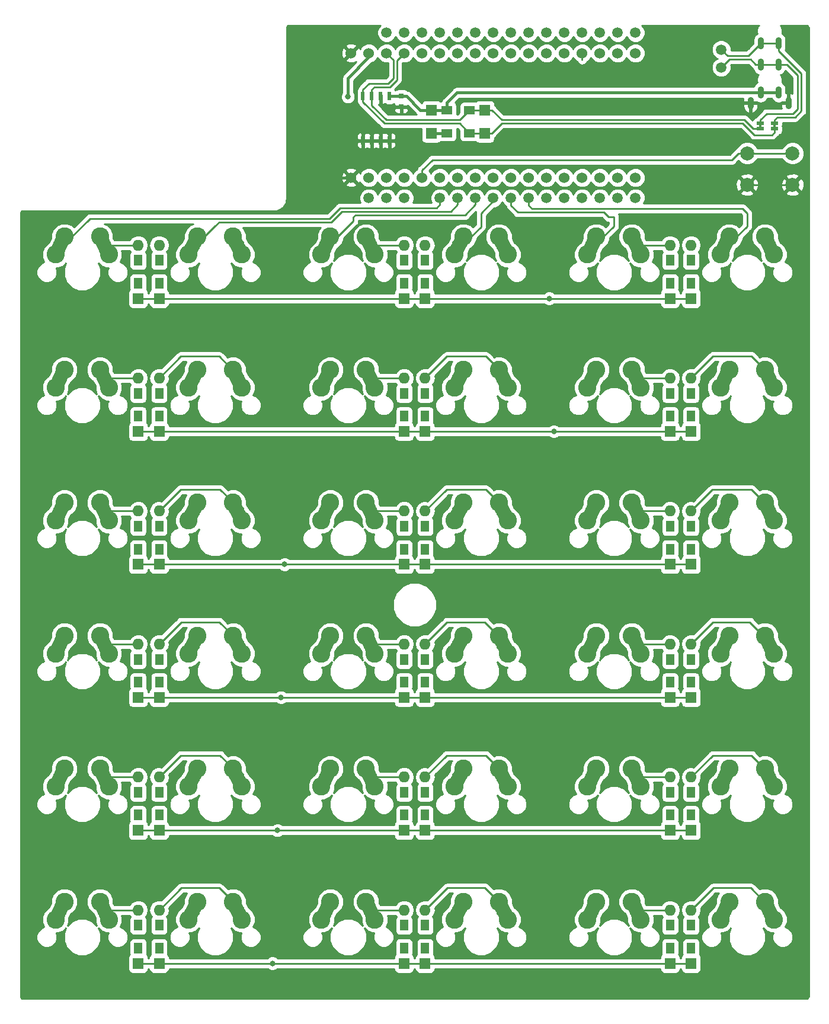
<source format=gbl>
G04 #@! TF.GenerationSoftware,KiCad,Pcbnew,(5.0.0)*
G04 #@! TF.CreationDate,2018-08-31T23:56:11+09:00*
G04 #@! TF.ProjectId,pillcase36,70696C6C6361736533362E6B69636164,rev?*
G04 #@! TF.SameCoordinates,Original*
G04 #@! TF.FileFunction,Copper,L2,Bot,Signal*
G04 #@! TF.FilePolarity,Positive*
%FSLAX46Y46*%
G04 Gerber Fmt 4.6, Leading zero omitted, Abs format (unit mm)*
G04 Created by KiCad (PCBNEW (5.0.0)) date 08/31/18 23:56:11*
%MOMM*%
%LPD*%
G01*
G04 APERTURE LIST*
G04 #@! TA.AperFunction,ComponentPad*
%ADD10C,2.000000*%
G04 #@! TD*
G04 #@! TA.AperFunction,Conductor*
%ADD11C,2.000000*%
G04 #@! TD*
G04 #@! TA.AperFunction,ComponentPad*
%ADD12C,2.600000*%
G04 #@! TD*
G04 #@! TA.AperFunction,ComponentPad*
%ADD13O,0.850000X1.752600*%
G04 #@! TD*
G04 #@! TA.AperFunction,ComponentPad*
%ADD14R,1.200000X1.600000*%
G04 #@! TD*
G04 #@! TA.AperFunction,ComponentPad*
%ADD15R,1.600000X1.600000*%
G04 #@! TD*
G04 #@! TA.AperFunction,ComponentPad*
%ADD16O,1.600000X1.600000*%
G04 #@! TD*
G04 #@! TA.AperFunction,ComponentPad*
%ADD17R,1.600000X1.200000*%
G04 #@! TD*
G04 #@! TA.AperFunction,ComponentPad*
%ADD18C,1.524000*%
G04 #@! TD*
G04 #@! TA.AperFunction,SMDPad,CuDef*
%ADD19R,0.508000X1.143000*%
G04 #@! TD*
G04 #@! TA.AperFunction,SMDPad,CuDef*
%ADD20R,1.000000X0.500000*%
G04 #@! TD*
G04 #@! TA.AperFunction,SMDPad,CuDef*
%ADD21R,0.300000X0.500000*%
G04 #@! TD*
G04 #@! TA.AperFunction,ComponentPad*
%ADD22C,1.500000*%
G04 #@! TD*
G04 #@! TA.AperFunction,SMDPad,CuDef*
%ADD23R,0.750000X0.800000*%
G04 #@! TD*
G04 #@! TA.AperFunction,ViaPad*
%ADD24C,0.800000*%
G04 #@! TD*
G04 #@! TA.AperFunction,Conductor*
%ADD25C,0.250000*%
G04 #@! TD*
G04 #@! TA.AperFunction,Conductor*
%ADD26C,0.381000*%
G04 #@! TD*
G04 #@! TA.AperFunction,Conductor*
%ADD27C,0.254000*%
G04 #@! TD*
G04 APERTURE END LIST*
D10*
G04 #@! TO.P,SW2,2*
G04 #@! TO.N,Net-(D2-Pad2)*
X59175000Y-90190000D03*
D11*
G04 #@! TD*
G04 #@! TO.N,Net-(D2-Pad2)*
G04 #@! TO.C,SW2*
X58736629Y-89291206D02*
X59613371Y-91088794D01*
D12*
G04 #@! TO.P,SW2,1*
G04 #@! TO.N,COL0*
X52190000Y-91460000D03*
X53460000Y-88920000D03*
G04 #@! TO.P,SW2,2*
G04 #@! TO.N,Net-(D2-Pad2)*
X58540000Y-88920000D03*
X59810000Y-91460000D03*
D10*
G04 #@! TO.P,SW2,1*
G04 #@! TO.N,COL0*
X52825000Y-90190000D03*
D11*
G04 #@! TD*
G04 #@! TO.N,COL0*
G04 #@! TO.C,SW2*
X53263371Y-89291206D02*
X52386629Y-91088794D01*
D13*
G04 #@! TO.P,J1,R1*
G04 #@! TO.N,Net-(J1-PadR1)*
X152931570Y-45300000D03*
G04 #@! TO.P,J1,T*
G04 #@! TO.N,VCC*
X152931570Y-49300000D03*
G04 #@! TO.P,J1,S*
G04 #@! TO.N,GND*
X156931570Y-50800000D03*
G04 #@! TO.P,J1,R2*
G04 #@! TO.N,Net-(J1-PadR2)*
X152931570Y-42300000D03*
X155500000Y-42300000D03*
G04 #@! TO.P,J1,T*
G04 #@! TO.N,VCC*
X155500000Y-49300000D03*
G04 #@! TO.P,J1,S*
G04 #@! TO.N,GND*
X151500000Y-50800000D03*
G04 #@! TO.P,J1,R1*
G04 #@! TO.N,Net-(J1-PadR1)*
X155500000Y-45300000D03*
G04 #@! TD*
D14*
G04 #@! TO.P,D1,2*
G04 #@! TO.N,Net-(D1-Pad2)*
X64000000Y-73290000D03*
D15*
G04 #@! TO.P,D1,1*
G04 #@! TO.N,ROW0*
X64000000Y-78730000D03*
D16*
G04 #@! TO.P,D1,2*
G04 #@! TO.N,Net-(D1-Pad2)*
X64000000Y-71110000D03*
D14*
G04 #@! TO.P,D1,1*
G04 #@! TO.N,ROW0*
X64000000Y-76550000D03*
G04 #@! TD*
G04 #@! TO.P,D2,1*
G04 #@! TO.N,ROW1*
X64000000Y-95550000D03*
D16*
G04 #@! TO.P,D2,2*
G04 #@! TO.N,Net-(D2-Pad2)*
X64000000Y-90110000D03*
D15*
G04 #@! TO.P,D2,1*
G04 #@! TO.N,ROW1*
X64000000Y-97730000D03*
D14*
G04 #@! TO.P,D2,2*
G04 #@! TO.N,Net-(D2-Pad2)*
X64000000Y-92290000D03*
G04 #@! TD*
G04 #@! TO.P,D3,1*
G04 #@! TO.N,ROW2*
X64000000Y-114550000D03*
D16*
G04 #@! TO.P,D3,2*
G04 #@! TO.N,Net-(D3-Pad2)*
X64000000Y-109110000D03*
D15*
G04 #@! TO.P,D3,1*
G04 #@! TO.N,ROW2*
X64000000Y-116730000D03*
D14*
G04 #@! TO.P,D3,2*
G04 #@! TO.N,Net-(D3-Pad2)*
X64000000Y-111290000D03*
G04 #@! TD*
G04 #@! TO.P,D4,1*
G04 #@! TO.N,ROW3*
X64000000Y-133550000D03*
D16*
G04 #@! TO.P,D4,2*
G04 #@! TO.N,Net-(D4-Pad2)*
X64000000Y-128110000D03*
D15*
G04 #@! TO.P,D4,1*
G04 #@! TO.N,ROW3*
X64000000Y-135730000D03*
D14*
G04 #@! TO.P,D4,2*
G04 #@! TO.N,Net-(D4-Pad2)*
X64000000Y-130290000D03*
G04 #@! TD*
G04 #@! TO.P,D5,2*
G04 #@! TO.N,Net-(D5-Pad2)*
X64000000Y-149290000D03*
D15*
G04 #@! TO.P,D5,1*
G04 #@! TO.N,ROW4*
X64000000Y-154730000D03*
D16*
G04 #@! TO.P,D5,2*
G04 #@! TO.N,Net-(D5-Pad2)*
X64000000Y-147110000D03*
D14*
G04 #@! TO.P,D5,1*
G04 #@! TO.N,ROW4*
X64000000Y-152550000D03*
G04 #@! TD*
G04 #@! TO.P,D6,2*
G04 #@! TO.N,Net-(D6-Pad2)*
X64000000Y-168290000D03*
D15*
G04 #@! TO.P,D6,1*
G04 #@! TO.N,ROW5*
X64000000Y-173730000D03*
D16*
G04 #@! TO.P,D6,2*
G04 #@! TO.N,Net-(D6-Pad2)*
X64000000Y-166110000D03*
D14*
G04 #@! TO.P,D6,1*
G04 #@! TO.N,ROW5*
X64000000Y-171550000D03*
G04 #@! TD*
G04 #@! TO.P,D7,1*
G04 #@! TO.N,ROW0*
X67000000Y-76550000D03*
D16*
G04 #@! TO.P,D7,2*
G04 #@! TO.N,Net-(D7-Pad2)*
X67000000Y-71110000D03*
D15*
G04 #@! TO.P,D7,1*
G04 #@! TO.N,ROW0*
X67000000Y-78730000D03*
D14*
G04 #@! TO.P,D7,2*
G04 #@! TO.N,Net-(D7-Pad2)*
X67000000Y-73290000D03*
G04 #@! TD*
G04 #@! TO.P,D8,2*
G04 #@! TO.N,Net-(D8-Pad2)*
X67000000Y-92290000D03*
D15*
G04 #@! TO.P,D8,1*
G04 #@! TO.N,ROW1*
X67000000Y-97730000D03*
D16*
G04 #@! TO.P,D8,2*
G04 #@! TO.N,Net-(D8-Pad2)*
X67000000Y-90110000D03*
D14*
G04 #@! TO.P,D8,1*
G04 #@! TO.N,ROW1*
X67000000Y-95550000D03*
G04 #@! TD*
G04 #@! TO.P,D9,1*
G04 #@! TO.N,ROW2*
X67000000Y-114550000D03*
D16*
G04 #@! TO.P,D9,2*
G04 #@! TO.N,Net-(D9-Pad2)*
X67000000Y-109110000D03*
D15*
G04 #@! TO.P,D9,1*
G04 #@! TO.N,ROW2*
X67000000Y-116730000D03*
D14*
G04 #@! TO.P,D9,2*
G04 #@! TO.N,Net-(D9-Pad2)*
X67000000Y-111290000D03*
G04 #@! TD*
G04 #@! TO.P,D10,1*
G04 #@! TO.N,ROW3*
X67000000Y-133550000D03*
D16*
G04 #@! TO.P,D10,2*
G04 #@! TO.N,Net-(D10-Pad2)*
X67000000Y-128110000D03*
D15*
G04 #@! TO.P,D10,1*
G04 #@! TO.N,ROW3*
X67000000Y-135730000D03*
D14*
G04 #@! TO.P,D10,2*
G04 #@! TO.N,Net-(D10-Pad2)*
X67000000Y-130290000D03*
G04 #@! TD*
G04 #@! TO.P,D11,1*
G04 #@! TO.N,ROW4*
X67000000Y-152550000D03*
D16*
G04 #@! TO.P,D11,2*
G04 #@! TO.N,Net-(D11-Pad2)*
X67000000Y-147110000D03*
D15*
G04 #@! TO.P,D11,1*
G04 #@! TO.N,ROW4*
X67000000Y-154730000D03*
D14*
G04 #@! TO.P,D11,2*
G04 #@! TO.N,Net-(D11-Pad2)*
X67000000Y-149290000D03*
G04 #@! TD*
G04 #@! TO.P,D12,2*
G04 #@! TO.N,Net-(D12-Pad2)*
X67000000Y-168290000D03*
D15*
G04 #@! TO.P,D12,1*
G04 #@! TO.N,ROW5*
X67000000Y-173730000D03*
D16*
G04 #@! TO.P,D12,2*
G04 #@! TO.N,Net-(D12-Pad2)*
X67000000Y-166110000D03*
D14*
G04 #@! TO.P,D12,1*
G04 #@! TO.N,ROW5*
X67000000Y-171550000D03*
G04 #@! TD*
G04 #@! TO.P,D13,1*
G04 #@! TO.N,ROW0*
X102000000Y-76550000D03*
D16*
G04 #@! TO.P,D13,2*
G04 #@! TO.N,Net-(D13-Pad2)*
X102000000Y-71110000D03*
D15*
G04 #@! TO.P,D13,1*
G04 #@! TO.N,ROW0*
X102000000Y-78730000D03*
D14*
G04 #@! TO.P,D13,2*
G04 #@! TO.N,Net-(D13-Pad2)*
X102000000Y-73290000D03*
G04 #@! TD*
G04 #@! TO.P,D14,1*
G04 #@! TO.N,ROW1*
X102000000Y-95550000D03*
D16*
G04 #@! TO.P,D14,2*
G04 #@! TO.N,Net-(D14-Pad2)*
X102000000Y-90110000D03*
D15*
G04 #@! TO.P,D14,1*
G04 #@! TO.N,ROW1*
X102000000Y-97730000D03*
D14*
G04 #@! TO.P,D14,2*
G04 #@! TO.N,Net-(D14-Pad2)*
X102000000Y-92290000D03*
G04 #@! TD*
G04 #@! TO.P,D15,1*
G04 #@! TO.N,ROW2*
X102000000Y-114550000D03*
D16*
G04 #@! TO.P,D15,2*
G04 #@! TO.N,Net-(D15-Pad2)*
X102000000Y-109110000D03*
D15*
G04 #@! TO.P,D15,1*
G04 #@! TO.N,ROW2*
X102000000Y-116730000D03*
D14*
G04 #@! TO.P,D15,2*
G04 #@! TO.N,Net-(D15-Pad2)*
X102000000Y-111290000D03*
G04 #@! TD*
G04 #@! TO.P,D16,2*
G04 #@! TO.N,Net-(D16-Pad2)*
X102000000Y-130290000D03*
D15*
G04 #@! TO.P,D16,1*
G04 #@! TO.N,ROW3*
X102000000Y-135730000D03*
D16*
G04 #@! TO.P,D16,2*
G04 #@! TO.N,Net-(D16-Pad2)*
X102000000Y-128110000D03*
D14*
G04 #@! TO.P,D16,1*
G04 #@! TO.N,ROW3*
X102000000Y-133550000D03*
G04 #@! TD*
G04 #@! TO.P,D17,1*
G04 #@! TO.N,ROW4*
X102000000Y-152550000D03*
D16*
G04 #@! TO.P,D17,2*
G04 #@! TO.N,Net-(D17-Pad2)*
X102000000Y-147110000D03*
D15*
G04 #@! TO.P,D17,1*
G04 #@! TO.N,ROW4*
X102000000Y-154730000D03*
D14*
G04 #@! TO.P,D17,2*
G04 #@! TO.N,Net-(D17-Pad2)*
X102000000Y-149290000D03*
G04 #@! TD*
G04 #@! TO.P,D18,2*
G04 #@! TO.N,Net-(D18-Pad2)*
X102000000Y-168290000D03*
D15*
G04 #@! TO.P,D18,1*
G04 #@! TO.N,ROW5*
X102000000Y-173730000D03*
D16*
G04 #@! TO.P,D18,2*
G04 #@! TO.N,Net-(D18-Pad2)*
X102000000Y-166110000D03*
D14*
G04 #@! TO.P,D18,1*
G04 #@! TO.N,ROW5*
X102000000Y-171550000D03*
G04 #@! TD*
G04 #@! TO.P,D19,2*
G04 #@! TO.N,Net-(D19-Pad2)*
X105000000Y-73290000D03*
D15*
G04 #@! TO.P,D19,1*
G04 #@! TO.N,ROW0*
X105000000Y-78730000D03*
D16*
G04 #@! TO.P,D19,2*
G04 #@! TO.N,Net-(D19-Pad2)*
X105000000Y-71110000D03*
D14*
G04 #@! TO.P,D19,1*
G04 #@! TO.N,ROW0*
X105000000Y-76550000D03*
G04 #@! TD*
G04 #@! TO.P,D20,2*
G04 #@! TO.N,Net-(D20-Pad2)*
X105000000Y-92290000D03*
D15*
G04 #@! TO.P,D20,1*
G04 #@! TO.N,ROW1*
X105000000Y-97730000D03*
D16*
G04 #@! TO.P,D20,2*
G04 #@! TO.N,Net-(D20-Pad2)*
X105000000Y-90110000D03*
D14*
G04 #@! TO.P,D20,1*
G04 #@! TO.N,ROW1*
X105000000Y-95550000D03*
G04 #@! TD*
G04 #@! TO.P,D21,1*
G04 #@! TO.N,ROW2*
X105000000Y-114550000D03*
D16*
G04 #@! TO.P,D21,2*
G04 #@! TO.N,Net-(D21-Pad2)*
X105000000Y-109110000D03*
D15*
G04 #@! TO.P,D21,1*
G04 #@! TO.N,ROW2*
X105000000Y-116730000D03*
D14*
G04 #@! TO.P,D21,2*
G04 #@! TO.N,Net-(D21-Pad2)*
X105000000Y-111290000D03*
G04 #@! TD*
G04 #@! TO.P,D22,2*
G04 #@! TO.N,Net-(D22-Pad2)*
X105000000Y-130290000D03*
D15*
G04 #@! TO.P,D22,1*
G04 #@! TO.N,ROW3*
X105000000Y-135730000D03*
D16*
G04 #@! TO.P,D22,2*
G04 #@! TO.N,Net-(D22-Pad2)*
X105000000Y-128110000D03*
D14*
G04 #@! TO.P,D22,1*
G04 #@! TO.N,ROW3*
X105000000Y-133550000D03*
G04 #@! TD*
G04 #@! TO.P,D23,1*
G04 #@! TO.N,ROW4*
X105000000Y-152550000D03*
D16*
G04 #@! TO.P,D23,2*
G04 #@! TO.N,Net-(D23-Pad2)*
X105000000Y-147110000D03*
D15*
G04 #@! TO.P,D23,1*
G04 #@! TO.N,ROW4*
X105000000Y-154730000D03*
D14*
G04 #@! TO.P,D23,2*
G04 #@! TO.N,Net-(D23-Pad2)*
X105000000Y-149290000D03*
G04 #@! TD*
G04 #@! TO.P,D24,2*
G04 #@! TO.N,Net-(D24-Pad2)*
X105000000Y-168290000D03*
D15*
G04 #@! TO.P,D24,1*
G04 #@! TO.N,ROW5*
X105000000Y-173730000D03*
D16*
G04 #@! TO.P,D24,2*
G04 #@! TO.N,Net-(D24-Pad2)*
X105000000Y-166110000D03*
D14*
G04 #@! TO.P,D24,1*
G04 #@! TO.N,ROW5*
X105000000Y-171550000D03*
G04 #@! TD*
G04 #@! TO.P,D25,1*
G04 #@! TO.N,ROW0*
X140000000Y-76550000D03*
D16*
G04 #@! TO.P,D25,2*
G04 #@! TO.N,Net-(D25-Pad2)*
X140000000Y-71110000D03*
D15*
G04 #@! TO.P,D25,1*
G04 #@! TO.N,ROW0*
X140000000Y-78730000D03*
D14*
G04 #@! TO.P,D25,2*
G04 #@! TO.N,Net-(D25-Pad2)*
X140000000Y-73290000D03*
G04 #@! TD*
G04 #@! TO.P,D26,1*
G04 #@! TO.N,ROW1*
X140000000Y-95550000D03*
D16*
G04 #@! TO.P,D26,2*
G04 #@! TO.N,Net-(D26-Pad2)*
X140000000Y-90110000D03*
D15*
G04 #@! TO.P,D26,1*
G04 #@! TO.N,ROW1*
X140000000Y-97730000D03*
D14*
G04 #@! TO.P,D26,2*
G04 #@! TO.N,Net-(D26-Pad2)*
X140000000Y-92290000D03*
G04 #@! TD*
G04 #@! TO.P,D27,1*
G04 #@! TO.N,ROW2*
X140000000Y-114550000D03*
D16*
G04 #@! TO.P,D27,2*
G04 #@! TO.N,Net-(D27-Pad2)*
X140000000Y-109110000D03*
D15*
G04 #@! TO.P,D27,1*
G04 #@! TO.N,ROW2*
X140000000Y-116730000D03*
D14*
G04 #@! TO.P,D27,2*
G04 #@! TO.N,Net-(D27-Pad2)*
X140000000Y-111290000D03*
G04 #@! TD*
G04 #@! TO.P,D28,2*
G04 #@! TO.N,Net-(D28-Pad2)*
X140000000Y-130290000D03*
D15*
G04 #@! TO.P,D28,1*
G04 #@! TO.N,ROW3*
X140000000Y-135730000D03*
D16*
G04 #@! TO.P,D28,2*
G04 #@! TO.N,Net-(D28-Pad2)*
X140000000Y-128110000D03*
D14*
G04 #@! TO.P,D28,1*
G04 #@! TO.N,ROW3*
X140000000Y-133550000D03*
G04 #@! TD*
G04 #@! TO.P,D29,1*
G04 #@! TO.N,ROW4*
X140000000Y-152550000D03*
D16*
G04 #@! TO.P,D29,2*
G04 #@! TO.N,Net-(D29-Pad2)*
X140000000Y-147110000D03*
D15*
G04 #@! TO.P,D29,1*
G04 #@! TO.N,ROW4*
X140000000Y-154730000D03*
D14*
G04 #@! TO.P,D29,2*
G04 #@! TO.N,Net-(D29-Pad2)*
X140000000Y-149290000D03*
G04 #@! TD*
G04 #@! TO.P,D30,2*
G04 #@! TO.N,Net-(D30-Pad2)*
X140000000Y-168290000D03*
D15*
G04 #@! TO.P,D30,1*
G04 #@! TO.N,ROW5*
X140000000Y-173730000D03*
D16*
G04 #@! TO.P,D30,2*
G04 #@! TO.N,Net-(D30-Pad2)*
X140000000Y-166110000D03*
D14*
G04 #@! TO.P,D30,1*
G04 #@! TO.N,ROW5*
X140000000Y-171550000D03*
G04 #@! TD*
G04 #@! TO.P,D31,2*
G04 #@! TO.N,Net-(D31-Pad2)*
X143000000Y-73290000D03*
D15*
G04 #@! TO.P,D31,1*
G04 #@! TO.N,ROW0*
X143000000Y-78730000D03*
D16*
G04 #@! TO.P,D31,2*
G04 #@! TO.N,Net-(D31-Pad2)*
X143000000Y-71110000D03*
D14*
G04 #@! TO.P,D31,1*
G04 #@! TO.N,ROW0*
X143000000Y-76550000D03*
G04 #@! TD*
G04 #@! TO.P,D32,2*
G04 #@! TO.N,Net-(D32-Pad2)*
X143000000Y-92290000D03*
D15*
G04 #@! TO.P,D32,1*
G04 #@! TO.N,ROW1*
X143000000Y-97730000D03*
D16*
G04 #@! TO.P,D32,2*
G04 #@! TO.N,Net-(D32-Pad2)*
X143000000Y-90110000D03*
D14*
G04 #@! TO.P,D32,1*
G04 #@! TO.N,ROW1*
X143000000Y-95550000D03*
G04 #@! TD*
G04 #@! TO.P,D33,1*
G04 #@! TO.N,ROW2*
X143000000Y-114550000D03*
D16*
G04 #@! TO.P,D33,2*
G04 #@! TO.N,Net-(D33-Pad2)*
X143000000Y-109110000D03*
D15*
G04 #@! TO.P,D33,1*
G04 #@! TO.N,ROW2*
X143000000Y-116730000D03*
D14*
G04 #@! TO.P,D33,2*
G04 #@! TO.N,Net-(D33-Pad2)*
X143000000Y-111290000D03*
G04 #@! TD*
G04 #@! TO.P,D34,2*
G04 #@! TO.N,Net-(D34-Pad2)*
X143000000Y-130290000D03*
D15*
G04 #@! TO.P,D34,1*
G04 #@! TO.N,ROW3*
X143000000Y-135730000D03*
D16*
G04 #@! TO.P,D34,2*
G04 #@! TO.N,Net-(D34-Pad2)*
X143000000Y-128110000D03*
D14*
G04 #@! TO.P,D34,1*
G04 #@! TO.N,ROW3*
X143000000Y-133550000D03*
G04 #@! TD*
G04 #@! TO.P,D35,2*
G04 #@! TO.N,Net-(D35-Pad2)*
X143000000Y-149290000D03*
D15*
G04 #@! TO.P,D35,1*
G04 #@! TO.N,ROW4*
X143000000Y-154730000D03*
D16*
G04 #@! TO.P,D35,2*
G04 #@! TO.N,Net-(D35-Pad2)*
X143000000Y-147110000D03*
D14*
G04 #@! TO.P,D35,1*
G04 #@! TO.N,ROW4*
X143000000Y-152550000D03*
G04 #@! TD*
G04 #@! TO.P,D36,2*
G04 #@! TO.N,Net-(D36-Pad2)*
X143000000Y-168290000D03*
D15*
G04 #@! TO.P,D36,1*
G04 #@! TO.N,ROW5*
X143000000Y-173730000D03*
D16*
G04 #@! TO.P,D36,2*
G04 #@! TO.N,Net-(D36-Pad2)*
X143000000Y-166110000D03*
D14*
G04 #@! TO.P,D36,1*
G04 #@! TO.N,ROW5*
X143000000Y-171550000D03*
G04 #@! TD*
D17*
G04 #@! TO.P,R1,1*
G04 #@! TO.N,VCC*
X108098000Y-51816000D03*
D15*
G04 #@! TO.P,R1,2*
G04 #@! TO.N,SCL1*
X113538000Y-51816000D03*
G04 #@! TO.P,R1,1*
G04 #@! TO.N,VCC*
X105918000Y-51816000D03*
D17*
G04 #@! TO.P,R1,2*
G04 #@! TO.N,SCL1*
X111358000Y-51816000D03*
G04 #@! TD*
G04 #@! TO.P,R2,2*
G04 #@! TO.N,SDA1*
X111337000Y-55118000D03*
D15*
G04 #@! TO.P,R2,1*
G04 #@! TO.N,VCC*
X105897000Y-55118000D03*
G04 #@! TO.P,R2,2*
G04 #@! TO.N,SDA1*
X113517000Y-55118000D03*
D17*
G04 #@! TO.P,R2,1*
G04 #@! TO.N,VCC*
X108077000Y-55118000D03*
G04 #@! TD*
D10*
G04 #@! TO.P,SW1,2*
G04 #@! TO.N,Net-(D1-Pad2)*
X59175000Y-71190000D03*
D11*
G04 #@! TD*
G04 #@! TO.N,Net-(D1-Pad2)*
G04 #@! TO.C,SW1*
X58736629Y-70291206D02*
X59613371Y-72088794D01*
D12*
G04 #@! TO.P,SW1,1*
G04 #@! TO.N,COL0*
X52190000Y-72460000D03*
X53460000Y-69920000D03*
G04 #@! TO.P,SW1,2*
G04 #@! TO.N,Net-(D1-Pad2)*
X58540000Y-69920000D03*
X59810000Y-72460000D03*
D10*
G04 #@! TO.P,SW1,1*
G04 #@! TO.N,COL0*
X52825000Y-71190000D03*
D11*
G04 #@! TD*
G04 #@! TO.N,COL0*
G04 #@! TO.C,SW1*
X53263371Y-70291206D02*
X52386629Y-72088794D01*
D10*
G04 #@! TO.P,SW3,2*
G04 #@! TO.N,Net-(D3-Pad2)*
X59175000Y-109190000D03*
D11*
G04 #@! TD*
G04 #@! TO.N,Net-(D3-Pad2)*
G04 #@! TO.C,SW3*
X58736629Y-108291206D02*
X59613371Y-110088794D01*
D12*
G04 #@! TO.P,SW3,1*
G04 #@! TO.N,COL0*
X52190000Y-110460000D03*
X53460000Y-107920000D03*
G04 #@! TO.P,SW3,2*
G04 #@! TO.N,Net-(D3-Pad2)*
X58540000Y-107920000D03*
X59810000Y-110460000D03*
D10*
G04 #@! TO.P,SW3,1*
G04 #@! TO.N,COL0*
X52825000Y-109190000D03*
D11*
G04 #@! TD*
G04 #@! TO.N,COL0*
G04 #@! TO.C,SW3*
X53263371Y-108291206D02*
X52386629Y-110088794D01*
D10*
G04 #@! TO.P,SW4,1*
G04 #@! TO.N,COL0*
X52825000Y-128190000D03*
D11*
G04 #@! TD*
G04 #@! TO.N,COL0*
G04 #@! TO.C,SW4*
X53263371Y-127291206D02*
X52386629Y-129088794D01*
D12*
G04 #@! TO.P,SW4,2*
G04 #@! TO.N,Net-(D4-Pad2)*
X59810000Y-129460000D03*
X58540000Y-126920000D03*
G04 #@! TO.P,SW4,1*
G04 #@! TO.N,COL0*
X53460000Y-126920000D03*
X52190000Y-129460000D03*
D10*
G04 #@! TO.P,SW4,2*
G04 #@! TO.N,Net-(D4-Pad2)*
X59175000Y-128190000D03*
D11*
G04 #@! TD*
G04 #@! TO.N,Net-(D4-Pad2)*
G04 #@! TO.C,SW4*
X58736629Y-127291206D02*
X59613371Y-129088794D01*
D10*
G04 #@! TO.P,SW5,1*
G04 #@! TO.N,COL0*
X52825000Y-147190000D03*
D11*
G04 #@! TD*
G04 #@! TO.N,COL0*
G04 #@! TO.C,SW5*
X53263371Y-146291206D02*
X52386629Y-148088794D01*
D12*
G04 #@! TO.P,SW5,2*
G04 #@! TO.N,Net-(D5-Pad2)*
X59810000Y-148460000D03*
X58540000Y-145920000D03*
G04 #@! TO.P,SW5,1*
G04 #@! TO.N,COL0*
X53460000Y-145920000D03*
X52190000Y-148460000D03*
D10*
G04 #@! TO.P,SW5,2*
G04 #@! TO.N,Net-(D5-Pad2)*
X59175000Y-147190000D03*
D11*
G04 #@! TD*
G04 #@! TO.N,Net-(D5-Pad2)*
G04 #@! TO.C,SW5*
X58736629Y-146291206D02*
X59613371Y-148088794D01*
D10*
G04 #@! TO.P,SW6,1*
G04 #@! TO.N,COL0*
X52825000Y-166190000D03*
D11*
G04 #@! TD*
G04 #@! TO.N,COL0*
G04 #@! TO.C,SW6*
X53263371Y-165291206D02*
X52386629Y-167088794D01*
D12*
G04 #@! TO.P,SW6,2*
G04 #@! TO.N,Net-(D6-Pad2)*
X59810000Y-167460000D03*
X58540000Y-164920000D03*
G04 #@! TO.P,SW6,1*
G04 #@! TO.N,COL0*
X53460000Y-164920000D03*
X52190000Y-167460000D03*
D10*
G04 #@! TO.P,SW6,2*
G04 #@! TO.N,Net-(D6-Pad2)*
X59175000Y-166190000D03*
D11*
G04 #@! TD*
G04 #@! TO.N,Net-(D6-Pad2)*
G04 #@! TO.C,SW6*
X58736629Y-165291206D02*
X59613371Y-167088794D01*
D10*
G04 #@! TO.P,SW7,2*
G04 #@! TO.N,Net-(D7-Pad2)*
X78175000Y-71190000D03*
D11*
G04 #@! TD*
G04 #@! TO.N,Net-(D7-Pad2)*
G04 #@! TO.C,SW7*
X77736629Y-70291206D02*
X78613371Y-72088794D01*
D12*
G04 #@! TO.P,SW7,1*
G04 #@! TO.N,COL1*
X71190000Y-72460000D03*
X72460000Y-69920000D03*
G04 #@! TO.P,SW7,2*
G04 #@! TO.N,Net-(D7-Pad2)*
X77540000Y-69920000D03*
X78810000Y-72460000D03*
D10*
G04 #@! TO.P,SW7,1*
G04 #@! TO.N,COL1*
X71825000Y-71190000D03*
D11*
G04 #@! TD*
G04 #@! TO.N,COL1*
G04 #@! TO.C,SW7*
X72263371Y-70291206D02*
X71386629Y-72088794D01*
D10*
G04 #@! TO.P,SW8,2*
G04 #@! TO.N,Net-(D8-Pad2)*
X78175000Y-90190000D03*
D11*
G04 #@! TD*
G04 #@! TO.N,Net-(D8-Pad2)*
G04 #@! TO.C,SW8*
X77736629Y-89291206D02*
X78613371Y-91088794D01*
D12*
G04 #@! TO.P,SW8,1*
G04 #@! TO.N,COL1*
X71190000Y-91460000D03*
X72460000Y-88920000D03*
G04 #@! TO.P,SW8,2*
G04 #@! TO.N,Net-(D8-Pad2)*
X77540000Y-88920000D03*
X78810000Y-91460000D03*
D10*
G04 #@! TO.P,SW8,1*
G04 #@! TO.N,COL1*
X71825000Y-90190000D03*
D11*
G04 #@! TD*
G04 #@! TO.N,COL1*
G04 #@! TO.C,SW8*
X72263371Y-89291206D02*
X71386629Y-91088794D01*
D10*
G04 #@! TO.P,SW9,2*
G04 #@! TO.N,Net-(D9-Pad2)*
X78175000Y-109190000D03*
D11*
G04 #@! TD*
G04 #@! TO.N,Net-(D9-Pad2)*
G04 #@! TO.C,SW9*
X77736629Y-108291206D02*
X78613371Y-110088794D01*
D12*
G04 #@! TO.P,SW9,1*
G04 #@! TO.N,COL1*
X71190000Y-110460000D03*
X72460000Y-107920000D03*
G04 #@! TO.P,SW9,2*
G04 #@! TO.N,Net-(D9-Pad2)*
X77540000Y-107920000D03*
X78810000Y-110460000D03*
D10*
G04 #@! TO.P,SW9,1*
G04 #@! TO.N,COL1*
X71825000Y-109190000D03*
D11*
G04 #@! TD*
G04 #@! TO.N,COL1*
G04 #@! TO.C,SW9*
X72263371Y-108291206D02*
X71386629Y-110088794D01*
D10*
G04 #@! TO.P,SW10,1*
G04 #@! TO.N,COL1*
X71825000Y-128190000D03*
D11*
G04 #@! TD*
G04 #@! TO.N,COL1*
G04 #@! TO.C,SW10*
X72263371Y-127291206D02*
X71386629Y-129088794D01*
D12*
G04 #@! TO.P,SW10,2*
G04 #@! TO.N,Net-(D10-Pad2)*
X78810000Y-129460000D03*
X77540000Y-126920000D03*
G04 #@! TO.P,SW10,1*
G04 #@! TO.N,COL1*
X72460000Y-126920000D03*
X71190000Y-129460000D03*
D10*
G04 #@! TO.P,SW10,2*
G04 #@! TO.N,Net-(D10-Pad2)*
X78175000Y-128190000D03*
D11*
G04 #@! TD*
G04 #@! TO.N,Net-(D10-Pad2)*
G04 #@! TO.C,SW10*
X77736629Y-127291206D02*
X78613371Y-129088794D01*
D10*
G04 #@! TO.P,SW11,1*
G04 #@! TO.N,COL1*
X71825000Y-147190000D03*
D11*
G04 #@! TD*
G04 #@! TO.N,COL1*
G04 #@! TO.C,SW11*
X72263371Y-146291206D02*
X71386629Y-148088794D01*
D12*
G04 #@! TO.P,SW11,2*
G04 #@! TO.N,Net-(D11-Pad2)*
X78810000Y-148460000D03*
X77540000Y-145920000D03*
G04 #@! TO.P,SW11,1*
G04 #@! TO.N,COL1*
X72460000Y-145920000D03*
X71190000Y-148460000D03*
D10*
G04 #@! TO.P,SW11,2*
G04 #@! TO.N,Net-(D11-Pad2)*
X78175000Y-147190000D03*
D11*
G04 #@! TD*
G04 #@! TO.N,Net-(D11-Pad2)*
G04 #@! TO.C,SW11*
X77736629Y-146291206D02*
X78613371Y-148088794D01*
D10*
G04 #@! TO.P,SW12,1*
G04 #@! TO.N,COL1*
X71825000Y-166190000D03*
D11*
G04 #@! TD*
G04 #@! TO.N,COL1*
G04 #@! TO.C,SW12*
X72263371Y-165291206D02*
X71386629Y-167088794D01*
D12*
G04 #@! TO.P,SW12,2*
G04 #@! TO.N,Net-(D12-Pad2)*
X78810000Y-167460000D03*
X77540000Y-164920000D03*
G04 #@! TO.P,SW12,1*
G04 #@! TO.N,COL1*
X72460000Y-164920000D03*
X71190000Y-167460000D03*
D10*
G04 #@! TO.P,SW12,2*
G04 #@! TO.N,Net-(D12-Pad2)*
X78175000Y-166190000D03*
D11*
G04 #@! TD*
G04 #@! TO.N,Net-(D12-Pad2)*
G04 #@! TO.C,SW12*
X77736629Y-165291206D02*
X78613371Y-167088794D01*
D10*
G04 #@! TO.P,SW13,1*
G04 #@! TO.N,COL2*
X90825000Y-71190000D03*
D11*
G04 #@! TD*
G04 #@! TO.N,COL2*
G04 #@! TO.C,SW13*
X91263371Y-70291206D02*
X90386629Y-72088794D01*
D12*
G04 #@! TO.P,SW13,2*
G04 #@! TO.N,Net-(D13-Pad2)*
X97810000Y-72460000D03*
X96540000Y-69920000D03*
G04 #@! TO.P,SW13,1*
G04 #@! TO.N,COL2*
X91460000Y-69920000D03*
X90190000Y-72460000D03*
D10*
G04 #@! TO.P,SW13,2*
G04 #@! TO.N,Net-(D13-Pad2)*
X97175000Y-71190000D03*
D11*
G04 #@! TD*
G04 #@! TO.N,Net-(D13-Pad2)*
G04 #@! TO.C,SW13*
X96736629Y-70291206D02*
X97613371Y-72088794D01*
D10*
G04 #@! TO.P,SW14,2*
G04 #@! TO.N,Net-(D14-Pad2)*
X97175000Y-90190000D03*
D11*
G04 #@! TD*
G04 #@! TO.N,Net-(D14-Pad2)*
G04 #@! TO.C,SW14*
X96736629Y-89291206D02*
X97613371Y-91088794D01*
D12*
G04 #@! TO.P,SW14,1*
G04 #@! TO.N,COL2*
X90190000Y-91460000D03*
X91460000Y-88920000D03*
G04 #@! TO.P,SW14,2*
G04 #@! TO.N,Net-(D14-Pad2)*
X96540000Y-88920000D03*
X97810000Y-91460000D03*
D10*
G04 #@! TO.P,SW14,1*
G04 #@! TO.N,COL2*
X90825000Y-90190000D03*
D11*
G04 #@! TD*
G04 #@! TO.N,COL2*
G04 #@! TO.C,SW14*
X91263371Y-89291206D02*
X90386629Y-91088794D01*
D10*
G04 #@! TO.P,SW15,2*
G04 #@! TO.N,Net-(D15-Pad2)*
X97175000Y-109190000D03*
D11*
G04 #@! TD*
G04 #@! TO.N,Net-(D15-Pad2)*
G04 #@! TO.C,SW15*
X96736629Y-108291206D02*
X97613371Y-110088794D01*
D12*
G04 #@! TO.P,SW15,1*
G04 #@! TO.N,COL2*
X90190000Y-110460000D03*
X91460000Y-107920000D03*
G04 #@! TO.P,SW15,2*
G04 #@! TO.N,Net-(D15-Pad2)*
X96540000Y-107920000D03*
X97810000Y-110460000D03*
D10*
G04 #@! TO.P,SW15,1*
G04 #@! TO.N,COL2*
X90825000Y-109190000D03*
D11*
G04 #@! TD*
G04 #@! TO.N,COL2*
G04 #@! TO.C,SW15*
X91263371Y-108291206D02*
X90386629Y-110088794D01*
D10*
G04 #@! TO.P,SW16,1*
G04 #@! TO.N,COL2*
X90825000Y-128190000D03*
D11*
G04 #@! TD*
G04 #@! TO.N,COL2*
G04 #@! TO.C,SW16*
X91263371Y-127291206D02*
X90386629Y-129088794D01*
D12*
G04 #@! TO.P,SW16,2*
G04 #@! TO.N,Net-(D16-Pad2)*
X97810000Y-129460000D03*
X96540000Y-126920000D03*
G04 #@! TO.P,SW16,1*
G04 #@! TO.N,COL2*
X91460000Y-126920000D03*
X90190000Y-129460000D03*
D10*
G04 #@! TO.P,SW16,2*
G04 #@! TO.N,Net-(D16-Pad2)*
X97175000Y-128190000D03*
D11*
G04 #@! TD*
G04 #@! TO.N,Net-(D16-Pad2)*
G04 #@! TO.C,SW16*
X96736629Y-127291206D02*
X97613371Y-129088794D01*
D10*
G04 #@! TO.P,SW17,2*
G04 #@! TO.N,Net-(D17-Pad2)*
X97175000Y-147190000D03*
D11*
G04 #@! TD*
G04 #@! TO.N,Net-(D17-Pad2)*
G04 #@! TO.C,SW17*
X96736629Y-146291206D02*
X97613371Y-148088794D01*
D12*
G04 #@! TO.P,SW17,1*
G04 #@! TO.N,COL2*
X90190000Y-148460000D03*
X91460000Y-145920000D03*
G04 #@! TO.P,SW17,2*
G04 #@! TO.N,Net-(D17-Pad2)*
X96540000Y-145920000D03*
X97810000Y-148460000D03*
D10*
G04 #@! TO.P,SW17,1*
G04 #@! TO.N,COL2*
X90825000Y-147190000D03*
D11*
G04 #@! TD*
G04 #@! TO.N,COL2*
G04 #@! TO.C,SW17*
X91263371Y-146291206D02*
X90386629Y-148088794D01*
D10*
G04 #@! TO.P,SW18,1*
G04 #@! TO.N,COL2*
X90825000Y-166190000D03*
D11*
G04 #@! TD*
G04 #@! TO.N,COL2*
G04 #@! TO.C,SW18*
X91263371Y-165291206D02*
X90386629Y-167088794D01*
D12*
G04 #@! TO.P,SW18,2*
G04 #@! TO.N,Net-(D18-Pad2)*
X97810000Y-167460000D03*
X96540000Y-164920000D03*
G04 #@! TO.P,SW18,1*
G04 #@! TO.N,COL2*
X91460000Y-164920000D03*
X90190000Y-167460000D03*
D10*
G04 #@! TO.P,SW18,2*
G04 #@! TO.N,Net-(D18-Pad2)*
X97175000Y-166190000D03*
D11*
G04 #@! TD*
G04 #@! TO.N,Net-(D18-Pad2)*
G04 #@! TO.C,SW18*
X96736629Y-165291206D02*
X97613371Y-167088794D01*
D10*
G04 #@! TO.P,SW19,1*
G04 #@! TO.N,COL3*
X109825000Y-71190000D03*
D11*
G04 #@! TD*
G04 #@! TO.N,COL3*
G04 #@! TO.C,SW19*
X110263371Y-70291206D02*
X109386629Y-72088794D01*
D12*
G04 #@! TO.P,SW19,2*
G04 #@! TO.N,Net-(D19-Pad2)*
X116810000Y-72460000D03*
X115540000Y-69920000D03*
G04 #@! TO.P,SW19,1*
G04 #@! TO.N,COL3*
X110460000Y-69920000D03*
X109190000Y-72460000D03*
D10*
G04 #@! TO.P,SW19,2*
G04 #@! TO.N,Net-(D19-Pad2)*
X116175000Y-71190000D03*
D11*
G04 #@! TD*
G04 #@! TO.N,Net-(D19-Pad2)*
G04 #@! TO.C,SW19*
X115736629Y-70291206D02*
X116613371Y-72088794D01*
D10*
G04 #@! TO.P,SW20,2*
G04 #@! TO.N,Net-(D20-Pad2)*
X116175000Y-90190000D03*
D11*
G04 #@! TD*
G04 #@! TO.N,Net-(D20-Pad2)*
G04 #@! TO.C,SW20*
X115736629Y-89291206D02*
X116613371Y-91088794D01*
D12*
G04 #@! TO.P,SW20,1*
G04 #@! TO.N,COL3*
X109190000Y-91460000D03*
X110460000Y-88920000D03*
G04 #@! TO.P,SW20,2*
G04 #@! TO.N,Net-(D20-Pad2)*
X115540000Y-88920000D03*
X116810000Y-91460000D03*
D10*
G04 #@! TO.P,SW20,1*
G04 #@! TO.N,COL3*
X109825000Y-90190000D03*
D11*
G04 #@! TD*
G04 #@! TO.N,COL3*
G04 #@! TO.C,SW20*
X110263371Y-89291206D02*
X109386629Y-91088794D01*
D10*
G04 #@! TO.P,SW21,2*
G04 #@! TO.N,Net-(D21-Pad2)*
X116175000Y-109190000D03*
D11*
G04 #@! TD*
G04 #@! TO.N,Net-(D21-Pad2)*
G04 #@! TO.C,SW21*
X115736629Y-108291206D02*
X116613371Y-110088794D01*
D12*
G04 #@! TO.P,SW21,1*
G04 #@! TO.N,COL3*
X109190000Y-110460000D03*
X110460000Y-107920000D03*
G04 #@! TO.P,SW21,2*
G04 #@! TO.N,Net-(D21-Pad2)*
X115540000Y-107920000D03*
X116810000Y-110460000D03*
D10*
G04 #@! TO.P,SW21,1*
G04 #@! TO.N,COL3*
X109825000Y-109190000D03*
D11*
G04 #@! TD*
G04 #@! TO.N,COL3*
G04 #@! TO.C,SW21*
X110263371Y-108291206D02*
X109386629Y-110088794D01*
D10*
G04 #@! TO.P,SW22,1*
G04 #@! TO.N,COL3*
X109825000Y-128190000D03*
D11*
G04 #@! TD*
G04 #@! TO.N,COL3*
G04 #@! TO.C,SW22*
X110263371Y-127291206D02*
X109386629Y-129088794D01*
D12*
G04 #@! TO.P,SW22,2*
G04 #@! TO.N,Net-(D22-Pad2)*
X116810000Y-129460000D03*
X115540000Y-126920000D03*
G04 #@! TO.P,SW22,1*
G04 #@! TO.N,COL3*
X110460000Y-126920000D03*
X109190000Y-129460000D03*
D10*
G04 #@! TO.P,SW22,2*
G04 #@! TO.N,Net-(D22-Pad2)*
X116175000Y-128190000D03*
D11*
G04 #@! TD*
G04 #@! TO.N,Net-(D22-Pad2)*
G04 #@! TO.C,SW22*
X115736629Y-127291206D02*
X116613371Y-129088794D01*
D10*
G04 #@! TO.P,SW23,1*
G04 #@! TO.N,COL3*
X109825000Y-147190000D03*
D11*
G04 #@! TD*
G04 #@! TO.N,COL3*
G04 #@! TO.C,SW23*
X110263371Y-146291206D02*
X109386629Y-148088794D01*
D12*
G04 #@! TO.P,SW23,2*
G04 #@! TO.N,Net-(D23-Pad2)*
X116810000Y-148460000D03*
X115540000Y-145920000D03*
G04 #@! TO.P,SW23,1*
G04 #@! TO.N,COL3*
X110460000Y-145920000D03*
X109190000Y-148460000D03*
D10*
G04 #@! TO.P,SW23,2*
G04 #@! TO.N,Net-(D23-Pad2)*
X116175000Y-147190000D03*
D11*
G04 #@! TD*
G04 #@! TO.N,Net-(D23-Pad2)*
G04 #@! TO.C,SW23*
X115736629Y-146291206D02*
X116613371Y-148088794D01*
D10*
G04 #@! TO.P,SW24,1*
G04 #@! TO.N,COL3*
X109825000Y-166190000D03*
D11*
G04 #@! TD*
G04 #@! TO.N,COL3*
G04 #@! TO.C,SW24*
X110263371Y-165291206D02*
X109386629Y-167088794D01*
D12*
G04 #@! TO.P,SW24,2*
G04 #@! TO.N,Net-(D24-Pad2)*
X116810000Y-167460000D03*
X115540000Y-164920000D03*
G04 #@! TO.P,SW24,1*
G04 #@! TO.N,COL3*
X110460000Y-164920000D03*
X109190000Y-167460000D03*
D10*
G04 #@! TO.P,SW24,2*
G04 #@! TO.N,Net-(D24-Pad2)*
X116175000Y-166190000D03*
D11*
G04 #@! TD*
G04 #@! TO.N,Net-(D24-Pad2)*
G04 #@! TO.C,SW24*
X115736629Y-165291206D02*
X116613371Y-167088794D01*
D10*
G04 #@! TO.P,SW25,2*
G04 #@! TO.N,Net-(D25-Pad2)*
X135175000Y-71190000D03*
D11*
G04 #@! TD*
G04 #@! TO.N,Net-(D25-Pad2)*
G04 #@! TO.C,SW25*
X134736629Y-70291206D02*
X135613371Y-72088794D01*
D12*
G04 #@! TO.P,SW25,1*
G04 #@! TO.N,COL4*
X128190000Y-72460000D03*
X129460000Y-69920000D03*
G04 #@! TO.P,SW25,2*
G04 #@! TO.N,Net-(D25-Pad2)*
X134540000Y-69920000D03*
X135810000Y-72460000D03*
D10*
G04 #@! TO.P,SW25,1*
G04 #@! TO.N,COL4*
X128825000Y-71190000D03*
D11*
G04 #@! TD*
G04 #@! TO.N,COL4*
G04 #@! TO.C,SW25*
X129263371Y-70291206D02*
X128386629Y-72088794D01*
D10*
G04 #@! TO.P,SW26,2*
G04 #@! TO.N,Net-(D26-Pad2)*
X135175000Y-90190000D03*
D11*
G04 #@! TD*
G04 #@! TO.N,Net-(D26-Pad2)*
G04 #@! TO.C,SW26*
X134736629Y-89291206D02*
X135613371Y-91088794D01*
D12*
G04 #@! TO.P,SW26,1*
G04 #@! TO.N,COL4*
X128190000Y-91460000D03*
X129460000Y-88920000D03*
G04 #@! TO.P,SW26,2*
G04 #@! TO.N,Net-(D26-Pad2)*
X134540000Y-88920000D03*
X135810000Y-91460000D03*
D10*
G04 #@! TO.P,SW26,1*
G04 #@! TO.N,COL4*
X128825000Y-90190000D03*
D11*
G04 #@! TD*
G04 #@! TO.N,COL4*
G04 #@! TO.C,SW26*
X129263371Y-89291206D02*
X128386629Y-91088794D01*
D10*
G04 #@! TO.P,SW27,2*
G04 #@! TO.N,Net-(D27-Pad2)*
X135175000Y-109190000D03*
D11*
G04 #@! TD*
G04 #@! TO.N,Net-(D27-Pad2)*
G04 #@! TO.C,SW27*
X134736629Y-108291206D02*
X135613371Y-110088794D01*
D12*
G04 #@! TO.P,SW27,1*
G04 #@! TO.N,COL4*
X128190000Y-110460000D03*
X129460000Y-107920000D03*
G04 #@! TO.P,SW27,2*
G04 #@! TO.N,Net-(D27-Pad2)*
X134540000Y-107920000D03*
X135810000Y-110460000D03*
D10*
G04 #@! TO.P,SW27,1*
G04 #@! TO.N,COL4*
X128825000Y-109190000D03*
D11*
G04 #@! TD*
G04 #@! TO.N,COL4*
G04 #@! TO.C,SW27*
X129263371Y-108291206D02*
X128386629Y-110088794D01*
D10*
G04 #@! TO.P,SW28,1*
G04 #@! TO.N,COL4*
X128825000Y-128190000D03*
D11*
G04 #@! TD*
G04 #@! TO.N,COL4*
G04 #@! TO.C,SW28*
X129263371Y-127291206D02*
X128386629Y-129088794D01*
D12*
G04 #@! TO.P,SW28,2*
G04 #@! TO.N,Net-(D28-Pad2)*
X135810000Y-129460000D03*
X134540000Y-126920000D03*
G04 #@! TO.P,SW28,1*
G04 #@! TO.N,COL4*
X129460000Y-126920000D03*
X128190000Y-129460000D03*
D10*
G04 #@! TO.P,SW28,2*
G04 #@! TO.N,Net-(D28-Pad2)*
X135175000Y-128190000D03*
D11*
G04 #@! TD*
G04 #@! TO.N,Net-(D28-Pad2)*
G04 #@! TO.C,SW28*
X134736629Y-127291206D02*
X135613371Y-129088794D01*
D10*
G04 #@! TO.P,SW29,1*
G04 #@! TO.N,COL4*
X128825000Y-147190000D03*
D11*
G04 #@! TD*
G04 #@! TO.N,COL4*
G04 #@! TO.C,SW29*
X129263371Y-146291206D02*
X128386629Y-148088794D01*
D12*
G04 #@! TO.P,SW29,2*
G04 #@! TO.N,Net-(D29-Pad2)*
X135810000Y-148460000D03*
X134540000Y-145920000D03*
G04 #@! TO.P,SW29,1*
G04 #@! TO.N,COL4*
X129460000Y-145920000D03*
X128190000Y-148460000D03*
D10*
G04 #@! TO.P,SW29,2*
G04 #@! TO.N,Net-(D29-Pad2)*
X135175000Y-147190000D03*
D11*
G04 #@! TD*
G04 #@! TO.N,Net-(D29-Pad2)*
G04 #@! TO.C,SW29*
X134736629Y-146291206D02*
X135613371Y-148088794D01*
D10*
G04 #@! TO.P,SW30,1*
G04 #@! TO.N,COL4*
X128825000Y-166190000D03*
D11*
G04 #@! TD*
G04 #@! TO.N,COL4*
G04 #@! TO.C,SW30*
X129263371Y-165291206D02*
X128386629Y-167088794D01*
D12*
G04 #@! TO.P,SW30,2*
G04 #@! TO.N,Net-(D30-Pad2)*
X135810000Y-167460000D03*
X134540000Y-164920000D03*
G04 #@! TO.P,SW30,1*
G04 #@! TO.N,COL4*
X129460000Y-164920000D03*
X128190000Y-167460000D03*
D10*
G04 #@! TO.P,SW30,2*
G04 #@! TO.N,Net-(D30-Pad2)*
X135175000Y-166190000D03*
D11*
G04 #@! TD*
G04 #@! TO.N,Net-(D30-Pad2)*
G04 #@! TO.C,SW30*
X134736629Y-165291206D02*
X135613371Y-167088794D01*
D10*
G04 #@! TO.P,SW31,2*
G04 #@! TO.N,Net-(D31-Pad2)*
X154175000Y-71190000D03*
D11*
G04 #@! TD*
G04 #@! TO.N,Net-(D31-Pad2)*
G04 #@! TO.C,SW31*
X153736629Y-70291206D02*
X154613371Y-72088794D01*
D12*
G04 #@! TO.P,SW31,1*
G04 #@! TO.N,COL5*
X147190000Y-72460000D03*
X148460000Y-69920000D03*
G04 #@! TO.P,SW31,2*
G04 #@! TO.N,Net-(D31-Pad2)*
X153540000Y-69920000D03*
X154810000Y-72460000D03*
D10*
G04 #@! TO.P,SW31,1*
G04 #@! TO.N,COL5*
X147825000Y-71190000D03*
D11*
G04 #@! TD*
G04 #@! TO.N,COL5*
G04 #@! TO.C,SW31*
X148263371Y-70291206D02*
X147386629Y-72088794D01*
D10*
G04 #@! TO.P,SW32,2*
G04 #@! TO.N,Net-(D32-Pad2)*
X154175000Y-90190000D03*
D11*
G04 #@! TD*
G04 #@! TO.N,Net-(D32-Pad2)*
G04 #@! TO.C,SW32*
X153736629Y-89291206D02*
X154613371Y-91088794D01*
D12*
G04 #@! TO.P,SW32,1*
G04 #@! TO.N,COL5*
X147190000Y-91460000D03*
X148460000Y-88920000D03*
G04 #@! TO.P,SW32,2*
G04 #@! TO.N,Net-(D32-Pad2)*
X153540000Y-88920000D03*
X154810000Y-91460000D03*
D10*
G04 #@! TO.P,SW32,1*
G04 #@! TO.N,COL5*
X147825000Y-90190000D03*
D11*
G04 #@! TD*
G04 #@! TO.N,COL5*
G04 #@! TO.C,SW32*
X148263371Y-89291206D02*
X147386629Y-91088794D01*
D10*
G04 #@! TO.P,SW33,2*
G04 #@! TO.N,Net-(D33-Pad2)*
X154175000Y-109190000D03*
D11*
G04 #@! TD*
G04 #@! TO.N,Net-(D33-Pad2)*
G04 #@! TO.C,SW33*
X153736629Y-108291206D02*
X154613371Y-110088794D01*
D12*
G04 #@! TO.P,SW33,1*
G04 #@! TO.N,COL5*
X147190000Y-110460000D03*
X148460000Y-107920000D03*
G04 #@! TO.P,SW33,2*
G04 #@! TO.N,Net-(D33-Pad2)*
X153540000Y-107920000D03*
X154810000Y-110460000D03*
D10*
G04 #@! TO.P,SW33,1*
G04 #@! TO.N,COL5*
X147825000Y-109190000D03*
D11*
G04 #@! TD*
G04 #@! TO.N,COL5*
G04 #@! TO.C,SW33*
X148263371Y-108291206D02*
X147386629Y-110088794D01*
D10*
G04 #@! TO.P,SW34,2*
G04 #@! TO.N,Net-(D34-Pad2)*
X154175000Y-128190000D03*
D11*
G04 #@! TD*
G04 #@! TO.N,Net-(D34-Pad2)*
G04 #@! TO.C,SW34*
X153736629Y-127291206D02*
X154613371Y-129088794D01*
D12*
G04 #@! TO.P,SW34,1*
G04 #@! TO.N,COL5*
X147190000Y-129460000D03*
X148460000Y-126920000D03*
G04 #@! TO.P,SW34,2*
G04 #@! TO.N,Net-(D34-Pad2)*
X153540000Y-126920000D03*
X154810000Y-129460000D03*
D10*
G04 #@! TO.P,SW34,1*
G04 #@! TO.N,COL5*
X147825000Y-128190000D03*
D11*
G04 #@! TD*
G04 #@! TO.N,COL5*
G04 #@! TO.C,SW34*
X148263371Y-127291206D02*
X147386629Y-129088794D01*
D10*
G04 #@! TO.P,SW35,1*
G04 #@! TO.N,COL5*
X147825000Y-147190000D03*
D11*
G04 #@! TD*
G04 #@! TO.N,COL5*
G04 #@! TO.C,SW35*
X148263371Y-146291206D02*
X147386629Y-148088794D01*
D12*
G04 #@! TO.P,SW35,2*
G04 #@! TO.N,Net-(D35-Pad2)*
X154810000Y-148460000D03*
X153540000Y-145920000D03*
G04 #@! TO.P,SW35,1*
G04 #@! TO.N,COL5*
X148460000Y-145920000D03*
X147190000Y-148460000D03*
D10*
G04 #@! TO.P,SW35,2*
G04 #@! TO.N,Net-(D35-Pad2)*
X154175000Y-147190000D03*
D11*
G04 #@! TD*
G04 #@! TO.N,Net-(D35-Pad2)*
G04 #@! TO.C,SW35*
X153736629Y-146291206D02*
X154613371Y-148088794D01*
D10*
G04 #@! TO.P,SW36,1*
G04 #@! TO.N,COL5*
X147825000Y-166190000D03*
D11*
G04 #@! TD*
G04 #@! TO.N,COL5*
G04 #@! TO.C,SW36*
X148263371Y-165291206D02*
X147386629Y-167088794D01*
D12*
G04 #@! TO.P,SW36,2*
G04 #@! TO.N,Net-(D36-Pad2)*
X154810000Y-167460000D03*
X153540000Y-164920000D03*
G04 #@! TO.P,SW36,1*
G04 #@! TO.N,COL5*
X148460000Y-164920000D03*
X147190000Y-167460000D03*
D10*
G04 #@! TO.P,SW36,2*
G04 #@! TO.N,Net-(D36-Pad2)*
X154175000Y-166190000D03*
D11*
G04 #@! TD*
G04 #@! TO.N,Net-(D36-Pad2)*
G04 #@! TO.C,SW36*
X153736629Y-165291206D02*
X154613371Y-167088794D01*
D10*
G04 #@! TO.P,RESET,1*
G04 #@! TO.N,RESET*
X157500000Y-58000000D03*
G04 #@! TO.P,RESET,2*
G04 #@! TO.N,GND*
X157500000Y-62500000D03*
G04 #@! TO.P,RESET,1*
G04 #@! TO.N,RESET*
X151000000Y-58000000D03*
G04 #@! TO.P,RESET,2*
G04 #@! TO.N,GND*
X151000000Y-62500000D03*
G04 #@! TD*
D18*
G04 #@! TO.P,U1,1*
G04 #@! TO.N,ROW2*
X135062000Y-43688000D03*
G04 #@! TO.P,U1,2*
G04 #@! TO.N,ROW3*
X132522000Y-43688000D03*
G04 #@! TO.P,U1,3*
G04 #@! TO.N,ROW4*
X129982000Y-43688000D03*
G04 #@! TO.P,U1,4*
G04 #@! TO.N,ROW5*
X127442000Y-43688000D03*
G04 #@! TO.P,U1,5*
G04 #@! TO.N,Net-(TP10-Pad1)*
X124902000Y-43688000D03*
G04 #@! TO.P,U1,6*
G04 #@! TO.N,Net-(TP3-Pad1)*
X122362000Y-43688000D03*
G04 #@! TO.P,U1,7*
G04 #@! TO.N,Net-(TP11-Pad1)*
X119822000Y-43688000D03*
G04 #@! TO.P,U1,8*
G04 #@! TO.N,Net-(TP4-Pad1)*
X117282000Y-43688000D03*
G04 #@! TO.P,U1,9*
G04 #@! TO.N,Net-(TP12-Pad1)*
X114742000Y-43688000D03*
G04 #@! TO.P,U1,10*
G04 #@! TO.N,Net-(TP5-Pad1)*
X112202000Y-43688000D03*
G04 #@! TO.P,U1,11*
G04 #@! TO.N,Net-(TP13-Pad1)*
X109662000Y-43688000D03*
G04 #@! TO.P,U1,12*
G04 #@! TO.N,Net-(TP6-Pad1)*
X107122000Y-43688000D03*
G04 #@! TO.P,U1,13*
G04 #@! TO.N,Net-(TP14-Pad1)*
X104582000Y-43688000D03*
G04 #@! TO.P,U1,14*
G04 #@! TO.N,SCL1*
X102042000Y-43688000D03*
G04 #@! TO.P,U1,15*
G04 #@! TO.N,SDA1*
X99502000Y-43688000D03*
G04 #@! TO.P,U1,16*
G04 #@! TO.N,VCC*
X96962000Y-43688000D03*
G04 #@! TO.P,U1,17*
G04 #@! TO.N,GND*
X94422000Y-43688000D03*
G04 #@! TO.P,U1,18*
X94422000Y-61468000D03*
G04 #@! TO.P,U1,19*
G04 #@! TO.N,Net-(TP23-Pad1)*
X96962000Y-61468000D03*
G04 #@! TO.P,U1,20*
G04 #@! TO.N,Net-(TP30-Pad1)*
X99502000Y-61468000D03*
G04 #@! TO.P,U1,21*
G04 #@! TO.N,Net-(TP22-Pad1)*
X102042000Y-61468000D03*
G04 #@! TO.P,U1,22*
G04 #@! TO.N,RESET*
X104582000Y-61468000D03*
G04 #@! TO.P,U1,23*
G04 #@! TO.N,COL0*
X107122000Y-61468000D03*
G04 #@! TO.P,U1,24*
G04 #@! TO.N,COL1*
X109662000Y-61468000D03*
G04 #@! TO.P,U1,25*
G04 #@! TO.N,COL2*
X112202000Y-61468000D03*
G04 #@! TO.P,U1,26*
G04 #@! TO.N,COL3*
X114742000Y-61468000D03*
G04 #@! TO.P,U1,27*
G04 #@! TO.N,COL4*
X117282000Y-61468000D03*
G04 #@! TO.P,U1,28*
G04 #@! TO.N,COL5*
X119822000Y-61468000D03*
G04 #@! TO.P,U1,29*
G04 #@! TO.N,Net-(TP26-Pad1)*
X122362000Y-61468000D03*
G04 #@! TO.P,U1,30*
G04 #@! TO.N,Net-(TP18-Pad1)*
X124902000Y-61468000D03*
G04 #@! TO.P,U1,31*
G04 #@! TO.N,Net-(TP25-Pad1)*
X127442000Y-61468000D03*
G04 #@! TO.P,U1,32*
G04 #@! TO.N,Net-(TP17-Pad1)*
X129982000Y-61468000D03*
G04 #@! TO.P,U1,33*
G04 #@! TO.N,ROW0*
X132522000Y-61468000D03*
G04 #@! TO.P,U1,34*
G04 #@! TO.N,ROW1*
X135062000Y-61468000D03*
G04 #@! TD*
D19*
G04 #@! TO.P,U2,1*
G04 #@! TO.N,GND*
X99905000Y-56175000D03*
G04 #@! TO.P,U2,2*
X98635000Y-56175000D03*
G04 #@! TO.P,U2,3*
X97365000Y-56175000D03*
G04 #@! TO.P,U2,4*
X96095000Y-56175000D03*
G04 #@! TO.P,U2,5*
G04 #@! TO.N,SDA1*
X96095000Y-49825000D03*
G04 #@! TO.P,U2,6*
G04 #@! TO.N,SCL1*
X97365000Y-49825000D03*
G04 #@! TO.P,U2,7*
G04 #@! TO.N,GND*
X98635000Y-49825000D03*
G04 #@! TO.P,U2,8*
G04 #@! TO.N,VCC*
X99905000Y-49825000D03*
G04 #@! TD*
D20*
G04 #@! TO.P,SDA1,1*
G04 #@! TO.N,SDA1*
X154940000Y-54483000D03*
G04 #@! TO.P,SDA1,2*
G04 #@! TO.N,Net-(J1-PadR2)*
X154940000Y-53721000D03*
D21*
G04 #@! TO.P,SDA1,1*
G04 #@! TO.N,SDA1*
X154940000Y-54102000D03*
G04 #@! TD*
G04 #@! TO.P,SCL1 ,1*
G04 #@! TO.N,SCL1*
X152913000Y-54102000D03*
D20*
G04 #@! TO.P,SCL1 ,2*
G04 #@! TO.N,Net-(J1-PadR1)*
X152913000Y-53721000D03*
G04 #@! TO.P,SCL1 ,1*
G04 #@! TO.N,SCL1*
X152913000Y-54483000D03*
G04 #@! TD*
D22*
G04 #@! TO.P,TP1,1*
G04 #@! TO.N,ROW3*
X132522000Y-40767000D03*
G04 #@! TD*
G04 #@! TO.P,TP2,1*
G04 #@! TO.N,ROW5*
X127442000Y-40767000D03*
G04 #@! TD*
G04 #@! TO.P,TP3,1*
G04 #@! TO.N,Net-(TP3-Pad1)*
X122362000Y-40767000D03*
G04 #@! TD*
G04 #@! TO.P,TP4,1*
G04 #@! TO.N,Net-(TP4-Pad1)*
X117282000Y-40767000D03*
G04 #@! TD*
G04 #@! TO.P,TP5,1*
G04 #@! TO.N,Net-(TP5-Pad1)*
X112202000Y-40767000D03*
G04 #@! TD*
G04 #@! TO.P,TP6,1*
G04 #@! TO.N,Net-(TP6-Pad1)*
X107122000Y-40767000D03*
G04 #@! TD*
G04 #@! TO.P,TP7,1*
G04 #@! TO.N,SCL1*
X102042000Y-40767000D03*
G04 #@! TD*
G04 #@! TO.P,TP8,1*
G04 #@! TO.N,ROW2*
X135062000Y-40767000D03*
G04 #@! TD*
G04 #@! TO.P,TP9,1*
G04 #@! TO.N,ROW4*
X129982000Y-40767000D03*
G04 #@! TD*
G04 #@! TO.P,TP10,1*
G04 #@! TO.N,Net-(TP10-Pad1)*
X124902000Y-40767000D03*
G04 #@! TD*
G04 #@! TO.P,TP11,1*
G04 #@! TO.N,Net-(TP11-Pad1)*
X119822000Y-40767000D03*
G04 #@! TD*
G04 #@! TO.P,TP12,1*
G04 #@! TO.N,Net-(TP12-Pad1)*
X114742000Y-40767000D03*
G04 #@! TD*
G04 #@! TO.P,TP13,1*
G04 #@! TO.N,Net-(TP13-Pad1)*
X109662000Y-40767000D03*
G04 #@! TD*
G04 #@! TO.P,TP14,1*
G04 #@! TO.N,Net-(TP14-Pad1)*
X104582000Y-40767000D03*
G04 #@! TD*
G04 #@! TO.P,TP15,1*
G04 #@! TO.N,SDA1*
X99502000Y-40767000D03*
G04 #@! TD*
G04 #@! TO.P,TP16,1*
G04 #@! TO.N,ROW1*
X135062000Y-64389000D03*
G04 #@! TD*
G04 #@! TO.P,TP17,1*
G04 #@! TO.N,Net-(TP17-Pad1)*
X129982000Y-64389000D03*
G04 #@! TD*
G04 #@! TO.P,TP18,1*
G04 #@! TO.N,Net-(TP18-Pad1)*
X124902000Y-64389000D03*
G04 #@! TD*
G04 #@! TO.P,TP19,1*
G04 #@! TO.N,COL5*
X119822000Y-64389000D03*
G04 #@! TD*
G04 #@! TO.P,TP20,1*
G04 #@! TO.N,COL3*
X114742000Y-64389000D03*
G04 #@! TD*
G04 #@! TO.P,TP21,1*
G04 #@! TO.N,COL1*
X109662000Y-64389000D03*
G04 #@! TD*
G04 #@! TO.P,TP22,1*
G04 #@! TO.N,Net-(TP22-Pad1)*
X102042000Y-64389000D03*
G04 #@! TD*
G04 #@! TO.P,TP23,1*
G04 #@! TO.N,Net-(TP23-Pad1)*
X96962000Y-64389000D03*
G04 #@! TD*
G04 #@! TO.P,TP24,1*
G04 #@! TO.N,ROW0*
X132522000Y-64389000D03*
G04 #@! TD*
G04 #@! TO.P,TP25,1*
G04 #@! TO.N,Net-(TP25-Pad1)*
X127442000Y-64389000D03*
G04 #@! TD*
G04 #@! TO.P,TP26,1*
G04 #@! TO.N,Net-(TP26-Pad1)*
X122362000Y-64389000D03*
G04 #@! TD*
G04 #@! TO.P,TP27,1*
G04 #@! TO.N,COL4*
X117282000Y-64389000D03*
G04 #@! TD*
G04 #@! TO.P,TP28,1*
G04 #@! TO.N,COL2*
X112202000Y-64389000D03*
G04 #@! TD*
G04 #@! TO.P,TP29,1*
G04 #@! TO.N,COL0*
X107122000Y-64389000D03*
G04 #@! TD*
G04 #@! TO.P,TP30,1*
G04 #@! TO.N,Net-(TP30-Pad1)*
X99502000Y-64389000D03*
G04 #@! TD*
G04 #@! TO.P,R1,1*
G04 #@! TO.N,Net-(J1-PadR1)*
X147320000Y-45720000D03*
G04 #@! TD*
G04 #@! TO.P,R2,1*
G04 #@! TO.N,Net-(J1-PadR2)*
X147320000Y-43180000D03*
G04 #@! TD*
D23*
G04 #@! TO.P,0.1u,1*
G04 #@! TO.N,VCC*
X101600000Y-49850000D03*
G04 #@! TO.P,0.1u,2*
G04 #@! TO.N,GND*
X101600000Y-51350000D03*
G04 #@! TD*
D24*
G04 #@! TO.N,ROW0*
X122725010Y-78730000D03*
G04 #@! TO.N,ROW1*
X123400000Y-97730000D03*
G04 #@! TO.N,ROW2*
X84929200Y-116730000D03*
G04 #@! TO.N,ROW3*
X84421200Y-135730000D03*
G04 #@! TO.N,ROW4*
X83913200Y-154730000D03*
G04 #@! TO.N,ROW5*
X83200000Y-173730000D03*
G04 #@! TO.N,VCC*
X93980000Y-49911000D03*
G04 #@! TO.N,GND*
X98679000Y-54610000D03*
X157607000Y-54229000D03*
X99441000Y-51689000D03*
X88011000Y-61468000D03*
G04 #@! TD*
D25*
G04 #@! TO.N,Net-(D1-Pad2)*
X59730000Y-71110000D02*
X58540000Y-69920000D01*
X64000000Y-71110000D02*
X59730000Y-71110000D01*
G04 #@! TO.N,ROW0*
X64000000Y-78730000D02*
X67000000Y-78730000D01*
X102000000Y-78730000D02*
X105000000Y-78730000D01*
X141050000Y-78730000D02*
X143000000Y-78730000D01*
X140000000Y-78730000D02*
X141050000Y-78730000D01*
X67000000Y-78730000D02*
X102000000Y-78730000D01*
G04 #@! TO.N,ROW1*
X64000000Y-97730000D02*
X67000000Y-97730000D01*
X102000000Y-97730000D02*
X105000000Y-97730000D01*
X140000000Y-97730000D02*
X143000000Y-97730000D01*
X67000000Y-97730000D02*
X102000000Y-97730000D01*
G04 #@! TO.N,Net-(D2-Pad2)*
X59255000Y-90110000D02*
X59175000Y-90190000D01*
X64000000Y-90110000D02*
X59255000Y-90110000D01*
G04 #@! TO.N,ROW2*
X64000000Y-116730000D02*
X67000000Y-116730000D01*
X102000000Y-116730000D02*
X105000000Y-116730000D01*
X140000000Y-116730000D02*
X143000000Y-116730000D01*
X105000000Y-116730000D02*
X140000000Y-116730000D01*
G04 #@! TO.N,Net-(D3-Pad2)*
X59255000Y-109110000D02*
X59175000Y-109190000D01*
X64000000Y-109110000D02*
X59255000Y-109110000D01*
G04 #@! TO.N,ROW3*
X65050000Y-135730000D02*
X67000000Y-135730000D01*
X64000000Y-135730000D02*
X65050000Y-135730000D01*
X102000000Y-135730000D02*
X105000000Y-135730000D01*
X140000000Y-135730000D02*
X143000000Y-135730000D01*
X105000000Y-135730000D02*
X140000000Y-135730000D01*
G04 #@! TO.N,Net-(D4-Pad2)*
X59255000Y-128110000D02*
X59175000Y-128190000D01*
X64000000Y-128110000D02*
X59255000Y-128110000D01*
G04 #@! TO.N,Net-(D5-Pad2)*
X59255000Y-147110000D02*
X59175000Y-147190000D01*
X64000000Y-147110000D02*
X59255000Y-147110000D01*
G04 #@! TO.N,ROW4*
X65050000Y-154730000D02*
X67000000Y-154730000D01*
X64000000Y-154730000D02*
X65050000Y-154730000D01*
X102000000Y-154730000D02*
X105000000Y-154730000D01*
X140000000Y-154730000D02*
X143000000Y-154730000D01*
X105000000Y-154730000D02*
X140000000Y-154730000D01*
G04 #@! TO.N,Net-(D6-Pad2)*
X59255000Y-166110000D02*
X59175000Y-166190000D01*
X64000000Y-166110000D02*
X59255000Y-166110000D01*
G04 #@! TO.N,ROW5*
X64000000Y-173730000D02*
X67000000Y-173730000D01*
X102000000Y-173730000D02*
X105000000Y-173730000D01*
X140000000Y-173730000D02*
X143000000Y-173730000D01*
X101340000Y-173730000D02*
X102000000Y-173730000D01*
X105000000Y-173730000D02*
X140000000Y-173730000D01*
G04 #@! TO.N,Net-(D8-Pad2)*
X77540000Y-88920000D02*
X77490000Y-88920000D01*
X77490000Y-88920000D02*
X75565000Y-86995000D01*
X70115000Y-86995000D02*
X67000000Y-90110000D01*
X75565000Y-86995000D02*
X70115000Y-86995000D01*
G04 #@! TO.N,Net-(D9-Pad2)*
X78175000Y-109190000D02*
X78175000Y-108528000D01*
X78175000Y-108528000D02*
X75692000Y-106045000D01*
X70065000Y-106045000D02*
X67000000Y-109110000D01*
X75692000Y-106045000D02*
X70065000Y-106045000D01*
G04 #@! TO.N,Net-(D10-Pad2)*
X78175000Y-128190000D02*
X78175000Y-127578000D01*
X78175000Y-127578000D02*
X75565000Y-124968000D01*
X70142000Y-124968000D02*
X67000000Y-128110000D01*
X75565000Y-124968000D02*
X70142000Y-124968000D01*
G04 #@! TO.N,Net-(D11-Pad2)*
X77540000Y-145920000D02*
X77540000Y-145866000D01*
X77540000Y-145866000D02*
X75692000Y-144018000D01*
X70092000Y-144018000D02*
X67000000Y-147110000D01*
X75692000Y-144018000D02*
X70092000Y-144018000D01*
G04 #@! TO.N,Net-(D12-Pad2)*
X77540000Y-164920000D02*
X77540000Y-164916000D01*
X77540000Y-164916000D02*
X75565000Y-162941000D01*
X70169000Y-162941000D02*
X67000000Y-166110000D01*
X75565000Y-162941000D02*
X70169000Y-162941000D01*
G04 #@! TO.N,Net-(D13-Pad2)*
X97255000Y-71110000D02*
X97175000Y-71190000D01*
X102000000Y-71110000D02*
X97255000Y-71110000D01*
G04 #@! TO.N,Net-(D14-Pad2)*
X97255000Y-90110000D02*
X97175000Y-90190000D01*
X102000000Y-90110000D02*
X97255000Y-90110000D01*
G04 #@! TO.N,Net-(D15-Pad2)*
X97255000Y-109110000D02*
X97175000Y-109190000D01*
X102000000Y-109110000D02*
X97255000Y-109110000D01*
G04 #@! TO.N,Net-(D16-Pad2)*
X97255000Y-128110000D02*
X97175000Y-128190000D01*
X102000000Y-128110000D02*
X97255000Y-128110000D01*
G04 #@! TO.N,Net-(D17-Pad2)*
X97255000Y-147110000D02*
X97175000Y-147190000D01*
X102000000Y-147110000D02*
X97255000Y-147110000D01*
G04 #@! TO.N,Net-(D18-Pad2)*
X97255000Y-166110000D02*
X97175000Y-166190000D01*
X102000000Y-166110000D02*
X97255000Y-166110000D01*
G04 #@! TO.N,Net-(D20-Pad2)*
X115540000Y-88920000D02*
X115540000Y-88870000D01*
X115540000Y-88870000D02*
X113665000Y-86995000D01*
X108115000Y-86995000D02*
X105000000Y-90110000D01*
X113665000Y-86995000D02*
X108115000Y-86995000D01*
G04 #@! TO.N,Net-(D21-Pad2)*
X113665000Y-106045000D02*
X115540000Y-107920000D01*
X108065000Y-106045000D02*
X113665000Y-106045000D01*
X105000000Y-109110000D02*
X108065000Y-106045000D01*
G04 #@! TO.N,Net-(D22-Pad2)*
X115540000Y-126920000D02*
X115490000Y-126920000D01*
X115490000Y-126920000D02*
X113538000Y-124968000D01*
X108142000Y-124968000D02*
X105000000Y-128110000D01*
X113538000Y-124968000D02*
X108142000Y-124968000D01*
G04 #@! TO.N,Net-(D23-Pad2)*
X115540000Y-145920000D02*
X115540000Y-145893000D01*
X115540000Y-145893000D02*
X113665000Y-144018000D01*
X108092000Y-144018000D02*
X105000000Y-147110000D01*
X113665000Y-144018000D02*
X108092000Y-144018000D01*
G04 #@! TO.N,Net-(D24-Pad2)*
X115540000Y-164920000D02*
X115517000Y-164920000D01*
X115517000Y-164920000D02*
X113538000Y-162941000D01*
X108169000Y-162941000D02*
X105000000Y-166110000D01*
X113538000Y-162941000D02*
X108169000Y-162941000D01*
G04 #@! TO.N,Net-(D25-Pad2)*
X135255000Y-71110000D02*
X135175000Y-71190000D01*
X140000000Y-71110000D02*
X135255000Y-71110000D01*
G04 #@! TO.N,Net-(D26-Pad2)*
X135255000Y-90110000D02*
X135175000Y-90190000D01*
X140000000Y-90110000D02*
X135255000Y-90110000D01*
G04 #@! TO.N,Net-(D27-Pad2)*
X135255000Y-109110000D02*
X135175000Y-109190000D01*
X140000000Y-109110000D02*
X135255000Y-109110000D01*
G04 #@! TO.N,Net-(D28-Pad2)*
X135255000Y-128110000D02*
X135175000Y-128190000D01*
X140000000Y-128110000D02*
X135255000Y-128110000D01*
G04 #@! TO.N,Net-(D29-Pad2)*
X135255000Y-147110000D02*
X135175000Y-147190000D01*
X140000000Y-147110000D02*
X135255000Y-147110000D01*
G04 #@! TO.N,Net-(D30-Pad2)*
X135255000Y-166110000D02*
X135175000Y-166190000D01*
X140000000Y-166110000D02*
X135255000Y-166110000D01*
G04 #@! TO.N,Net-(D32-Pad2)*
X153540000Y-88920000D02*
X153540000Y-88897000D01*
X153540000Y-88897000D02*
X151638000Y-86995000D01*
X146115000Y-86995000D02*
X143000000Y-90110000D01*
X151638000Y-86995000D02*
X146115000Y-86995000D01*
G04 #@! TO.N,Net-(D33-Pad2)*
X153540000Y-107920000D02*
X153513000Y-107920000D01*
X153513000Y-107920000D02*
X151638000Y-106045000D01*
X146065000Y-106045000D02*
X143000000Y-109110000D01*
X151638000Y-106045000D02*
X146065000Y-106045000D01*
G04 #@! TO.N,Net-(D34-Pad2)*
X146142000Y-124968000D02*
X143000000Y-128110000D01*
X151384000Y-124968000D02*
X146142000Y-124968000D01*
X154175000Y-128190000D02*
X154175000Y-127759000D01*
X154175000Y-127759000D02*
X151384000Y-124968000D01*
G04 #@! TO.N,Net-(D35-Pad2)*
X154175000Y-147190000D02*
X154175000Y-146555000D01*
X154175000Y-146555000D02*
X151638000Y-144018000D01*
X146092000Y-144018000D02*
X143000000Y-147110000D01*
X151638000Y-144018000D02*
X146092000Y-144018000D01*
G04 #@! TO.N,Net-(D36-Pad2)*
X154175000Y-166190000D02*
X154175000Y-165605000D01*
X154175000Y-165605000D02*
X151511000Y-162941000D01*
X146169000Y-162941000D02*
X143000000Y-166110000D01*
X151511000Y-162941000D02*
X146169000Y-162941000D01*
G04 #@! TO.N,ROW0*
X123000000Y-78730000D02*
X140000000Y-78730000D01*
X105000000Y-78730000D02*
X122725010Y-78730000D01*
X122725010Y-78730000D02*
X123000000Y-78730000D01*
G04 #@! TO.N,ROW1*
X123400000Y-97730000D02*
X140000000Y-97730000D01*
X105000000Y-97730000D02*
X123400000Y-97730000D01*
G04 #@! TO.N,ROW2*
X67000000Y-116730000D02*
X84929200Y-116730000D01*
X84929200Y-116730000D02*
X102000000Y-116730000D01*
G04 #@! TO.N,ROW3*
X84421200Y-135730000D02*
X102000000Y-135730000D01*
X67000000Y-135730000D02*
X84421200Y-135730000D01*
G04 #@! TO.N,ROW4*
X83913200Y-154730000D02*
X102000000Y-154730000D01*
X67000000Y-154730000D02*
X83913200Y-154730000D01*
G04 #@! TO.N,ROW5*
X127442000Y-43688000D02*
X127442000Y-44643000D01*
X67000000Y-173730000D02*
X83200000Y-173730000D01*
X83200000Y-173730000D02*
X101340000Y-173730000D01*
D26*
G04 #@! TO.N,VCC*
X152931570Y-49300000D02*
X155500000Y-49300000D01*
X96962000Y-43688000D02*
X96962000Y-43754000D01*
X96962000Y-43688000D02*
X96962000Y-44262000D01*
X96962000Y-44262000D02*
X93980000Y-47244000D01*
X93980000Y-47244000D02*
X93980000Y-49911000D01*
X105918000Y-51816000D02*
X108098000Y-51816000D01*
X108098000Y-50779000D02*
X108098000Y-51816000D01*
X152931570Y-49300000D02*
X109577000Y-49300000D01*
X109577000Y-49300000D02*
X108098000Y-50779000D01*
X105918000Y-51816000D02*
X104734000Y-51816000D01*
X105897000Y-55118000D02*
X108077000Y-55118000D01*
D25*
G04 #@! TO.N,SCL1*
X152913000Y-54483000D02*
X152913000Y-54296001D01*
X151892000Y-54483000D02*
X150622000Y-53213000D01*
X152913000Y-54483000D02*
X151892000Y-54483000D01*
X106680000Y-53213000D02*
X99441000Y-53213000D01*
X97365000Y-51137000D02*
X97365000Y-49825000D01*
X99441000Y-53213000D02*
X97365000Y-51137000D01*
X97746000Y-48514000D02*
X97365000Y-48895000D01*
X97365000Y-49825000D02*
X97365000Y-48895000D01*
X102042000Y-43688000D02*
X101981000Y-43688000D01*
X101981000Y-43688000D02*
X100965000Y-44704000D01*
X100965000Y-47498000D02*
X99949000Y-48514000D01*
X100965000Y-44704000D02*
X100965000Y-47498000D01*
X99949000Y-48514000D02*
X97746000Y-48514000D01*
X109961000Y-53213000D02*
X111358000Y-51816000D01*
X106680000Y-53213000D02*
X109961000Y-53213000D01*
X111358000Y-51816000D02*
X113538000Y-51816000D01*
X114554000Y-51816000D02*
X115951000Y-53213000D01*
X113538000Y-51816000D02*
X114554000Y-51816000D01*
X150622000Y-53213000D02*
X115951000Y-53213000D01*
G04 #@! TO.N,SDA1*
X154940000Y-54483000D02*
X154940000Y-54296001D01*
X154940000Y-54983000D02*
X154940000Y-54483000D01*
X150368000Y-53721000D02*
X152019000Y-55372000D01*
X152019000Y-55372000D02*
X154551000Y-55372000D01*
X154551000Y-55372000D02*
X154940000Y-54983000D01*
X96095000Y-50629000D02*
X99187000Y-53721000D01*
X96095000Y-49825000D02*
X96095000Y-50629000D01*
X96095000Y-48895000D02*
X96095000Y-49825000D01*
X96984000Y-48006000D02*
X96095000Y-48895000D01*
X99695000Y-48006000D02*
X96984000Y-48006000D01*
X100457000Y-47244000D02*
X99695000Y-48006000D01*
X100457000Y-44643000D02*
X100457000Y-47244000D01*
X99502000Y-43688000D02*
X100457000Y-44643000D01*
X109940000Y-53721000D02*
X111337000Y-55118000D01*
X106426000Y-53721000D02*
X109940000Y-53721000D01*
X99187000Y-53721000D02*
X106426000Y-53721000D01*
X114554000Y-55118000D02*
X115951000Y-53721000D01*
X113517000Y-55118000D02*
X114554000Y-55118000D01*
X115951000Y-53721000D02*
X150368000Y-53721000D01*
X113517000Y-55118000D02*
X111337000Y-55118000D01*
G04 #@! TO.N,COL0*
X53270000Y-71190000D02*
X52825000Y-71190000D01*
X107122000Y-64389000D02*
X107122000Y-65344000D01*
X106680000Y-65786000D02*
X92837000Y-65786000D01*
X107122000Y-65344000D02*
X106680000Y-65786000D01*
X92837000Y-65786000D02*
X91313000Y-67310000D01*
X91313000Y-67310000D02*
X57150000Y-67310000D01*
X57150000Y-67310000D02*
X53270000Y-71190000D01*
G04 #@! TO.N,COL1*
X73463000Y-69920000D02*
X75000000Y-68383000D01*
X93091000Y-66294000D02*
X108712000Y-66294000D01*
X72460000Y-69920000D02*
X73463000Y-69920000D01*
X75000000Y-68383000D02*
X75017000Y-68383000D01*
X109662000Y-65344000D02*
X109662000Y-64389000D01*
X75017000Y-68383000D02*
X75582000Y-67818000D01*
X108712000Y-66294000D02*
X109662000Y-65344000D01*
X75582000Y-67818000D02*
X91567000Y-67818000D01*
X91567000Y-67818000D02*
X93091000Y-66294000D01*
G04 #@! TO.N,COL2*
X92513000Y-69920000D02*
X91460000Y-69920000D01*
X112202000Y-65344000D02*
X110744000Y-66802000D01*
X112202000Y-64389000D02*
X112202000Y-65344000D01*
X110744000Y-66802000D02*
X95059000Y-66802000D01*
X95059000Y-66802000D02*
X94742000Y-67119000D01*
X94742000Y-67119000D02*
X94742000Y-67691000D01*
X94742000Y-67691000D02*
X92513000Y-69920000D01*
G04 #@! TO.N,COL3*
X111563000Y-69920000D02*
X110460000Y-69920000D01*
X113000000Y-68483000D02*
X111563000Y-69920000D01*
X113000000Y-66578000D02*
X113000000Y-68483000D01*
X114742000Y-64389000D02*
X114742000Y-64836000D01*
X114742000Y-64836000D02*
X113000000Y-66578000D01*
G04 #@! TO.N,COL4*
X129216000Y-71190000D02*
X128825000Y-71190000D01*
X132000000Y-68406000D02*
X129216000Y-71190000D01*
X117282000Y-65466000D02*
X118237000Y-66421000D01*
X117282000Y-64389000D02*
X117282000Y-65466000D01*
X118237000Y-66421000D02*
X130556000Y-66421000D01*
X130556000Y-66421000D02*
X131254000Y-67119000D01*
X131254000Y-67119000D02*
X132000000Y-67119000D01*
X132000000Y-67119000D02*
X132000000Y-68406000D01*
G04 #@! TO.N,COL5*
X148266000Y-71190000D02*
X147825000Y-71190000D01*
X119822000Y-65439000D02*
X120296000Y-65913000D01*
X119822000Y-64389000D02*
X119822000Y-65439000D01*
X120296000Y-65913000D02*
X150368000Y-65913000D01*
X150368000Y-65913000D02*
X151000000Y-66545000D01*
X151000000Y-66545000D02*
X151000000Y-68456000D01*
X151000000Y-68456000D02*
X148266000Y-71190000D01*
D26*
G04 #@! TO.N,VCC*
X99930000Y-49850000D02*
X99905000Y-49825000D01*
X101600000Y-49850000D02*
X99930000Y-49850000D01*
X104322000Y-51816000D02*
X104734000Y-51816000D01*
X102356000Y-49850000D02*
X104322000Y-51816000D01*
X101600000Y-49850000D02*
X102356000Y-49850000D01*
D25*
G04 #@! TO.N,RESET*
X151000000Y-58000000D02*
X157500000Y-58000000D01*
X104582000Y-60391000D02*
X104582000Y-61468000D01*
X106045000Y-58928000D02*
X104582000Y-60391000D01*
X149772000Y-58000000D02*
X148844000Y-58928000D01*
X151000000Y-58000000D02*
X149772000Y-58000000D01*
X148844000Y-58928000D02*
X106045000Y-58928000D01*
G04 #@! TO.N,GND*
X152175000Y-50800000D02*
X156931570Y-50800000D01*
X151500000Y-50800000D02*
X152175000Y-50800000D01*
X151000000Y-62500000D02*
X157500000Y-62500000D01*
D26*
X98635000Y-54654000D02*
X98679000Y-54610000D01*
X157500000Y-62500000D02*
X157500000Y-62337000D01*
X157500000Y-62337000D02*
X159512000Y-60325000D01*
X159512000Y-60325000D02*
X159512000Y-57277000D01*
X159512000Y-57277000D02*
X158369000Y-56134000D01*
X99905000Y-56175000D02*
X99905000Y-55328000D01*
X99905000Y-55328000D02*
X99568000Y-54991000D01*
X98889000Y-54991000D02*
X98635000Y-55245000D01*
X99568000Y-54991000D02*
X98889000Y-54991000D01*
X98635000Y-56175000D02*
X98635000Y-55245000D01*
X98635000Y-55245000D02*
X98635000Y-54654000D01*
X97365000Y-56175000D02*
X97365000Y-55328000D01*
X97365000Y-55328000D02*
X97028000Y-54991000D01*
X97028000Y-54991000D02*
X96393000Y-54991000D01*
X96095000Y-55289000D02*
X96095000Y-56175000D01*
X96393000Y-54991000D02*
X96095000Y-55289000D01*
X98635000Y-55245000D02*
X98635000Y-55201000D01*
X98635000Y-55201000D02*
X98425000Y-54991000D01*
X97702000Y-54991000D02*
X97365000Y-55328000D01*
X98425000Y-54991000D02*
X97702000Y-54991000D01*
X158369000Y-54991000D02*
X158369000Y-56134000D01*
X157607000Y-54229000D02*
X158369000Y-54991000D01*
X98635000Y-49825000D02*
X98635000Y-50883000D01*
X98635000Y-50883000D02*
X99441000Y-51689000D01*
X88011000Y-61468000D02*
X94422000Y-61468000D01*
X100625000Y-56175000D02*
X99905000Y-56175000D01*
X101981000Y-57531000D02*
X100625000Y-56175000D01*
X115062000Y-57531000D02*
X101981000Y-57531000D01*
X158369000Y-56134000D02*
X116459000Y-56134000D01*
X116459000Y-56134000D02*
X115062000Y-57531000D01*
X99780000Y-51350000D02*
X99441000Y-51689000D01*
X101600000Y-51350000D02*
X99780000Y-51350000D01*
D25*
G04 #@! TO.N,Net-(J1-PadR2)*
X153606570Y-42300000D02*
X155500000Y-42300000D01*
X152931570Y-42300000D02*
X153606570Y-42300000D01*
X158750000Y-51943000D02*
X157861000Y-52832000D01*
X157861000Y-52832000D02*
X155321000Y-52832000D01*
X154940000Y-53213000D02*
X154940000Y-53523799D01*
X155321000Y-52832000D02*
X154940000Y-53213000D01*
X158750000Y-47371000D02*
X158750000Y-47117000D01*
X158750000Y-47371000D02*
X158750000Y-51943000D01*
X155500000Y-42300000D02*
X155500000Y-43359000D01*
X158750000Y-46609000D02*
X158750000Y-47371000D01*
X155500000Y-43359000D02*
X158750000Y-46609000D01*
X151638000Y-43593570D02*
X152931570Y-42300000D01*
X151162570Y-44069000D02*
X151638000Y-43593570D01*
X148209000Y-44069000D02*
X151162570Y-44069000D01*
X147320000Y-43180000D02*
X148209000Y-44069000D01*
G04 #@! TO.N,Net-(J1-PadR1)*
X153606570Y-45300000D02*
X155500000Y-45300000D01*
X152931570Y-45300000D02*
X153606570Y-45300000D01*
X152931570Y-45300000D02*
X152234000Y-45300000D01*
X148463000Y-44577000D02*
X151511000Y-44577000D01*
X152234000Y-45300000D02*
X151511000Y-44577000D01*
X148463000Y-44577000D02*
X147320000Y-45720000D01*
X155500000Y-45300000D02*
X156679000Y-45300000D01*
X152913000Y-53213000D02*
X152913000Y-53526999D01*
X156679000Y-45300000D02*
X158242000Y-46863000D01*
X158242000Y-46863000D02*
X158242000Y-51641563D01*
X158242000Y-51641563D02*
X157559563Y-52324000D01*
X157559563Y-52324000D02*
X153802000Y-52324000D01*
X153802000Y-52324000D02*
X152913000Y-53213000D01*
G04 #@! TD*
D27*
G04 #@! TO.N,GND*
G36*
X98327853Y-39982460D02*
X98117000Y-40491506D01*
X98117000Y-41042494D01*
X98327853Y-41551540D01*
X98717460Y-41941147D01*
X99226506Y-42152000D01*
X99777494Y-42152000D01*
X100286540Y-41941147D01*
X100676147Y-41551540D01*
X100772000Y-41320130D01*
X100867853Y-41551540D01*
X101257460Y-41941147D01*
X101766506Y-42152000D01*
X102317494Y-42152000D01*
X102826540Y-41941147D01*
X103216147Y-41551540D01*
X103312000Y-41320130D01*
X103407853Y-41551540D01*
X103797460Y-41941147D01*
X104306506Y-42152000D01*
X104857494Y-42152000D01*
X105366540Y-41941147D01*
X105756147Y-41551540D01*
X105852000Y-41320130D01*
X105947853Y-41551540D01*
X106337460Y-41941147D01*
X106846506Y-42152000D01*
X107397494Y-42152000D01*
X107906540Y-41941147D01*
X108296147Y-41551540D01*
X108392000Y-41320130D01*
X108487853Y-41551540D01*
X108877460Y-41941147D01*
X109386506Y-42152000D01*
X109937494Y-42152000D01*
X110446540Y-41941147D01*
X110836147Y-41551540D01*
X110932000Y-41320130D01*
X111027853Y-41551540D01*
X111417460Y-41941147D01*
X111926506Y-42152000D01*
X112477494Y-42152000D01*
X112986540Y-41941147D01*
X113376147Y-41551540D01*
X113472000Y-41320130D01*
X113567853Y-41551540D01*
X113957460Y-41941147D01*
X114466506Y-42152000D01*
X115017494Y-42152000D01*
X115526540Y-41941147D01*
X115916147Y-41551540D01*
X116012000Y-41320130D01*
X116107853Y-41551540D01*
X116497460Y-41941147D01*
X117006506Y-42152000D01*
X117557494Y-42152000D01*
X118066540Y-41941147D01*
X118456147Y-41551540D01*
X118552000Y-41320130D01*
X118647853Y-41551540D01*
X119037460Y-41941147D01*
X119546506Y-42152000D01*
X120097494Y-42152000D01*
X120606540Y-41941147D01*
X120996147Y-41551540D01*
X121092000Y-41320130D01*
X121187853Y-41551540D01*
X121577460Y-41941147D01*
X122086506Y-42152000D01*
X122637494Y-42152000D01*
X123146540Y-41941147D01*
X123536147Y-41551540D01*
X123632000Y-41320130D01*
X123727853Y-41551540D01*
X124117460Y-41941147D01*
X124626506Y-42152000D01*
X125177494Y-42152000D01*
X125686540Y-41941147D01*
X126076147Y-41551540D01*
X126172000Y-41320130D01*
X126267853Y-41551540D01*
X126657460Y-41941147D01*
X127166506Y-42152000D01*
X127717494Y-42152000D01*
X128226540Y-41941147D01*
X128616147Y-41551540D01*
X128712000Y-41320130D01*
X128807853Y-41551540D01*
X129197460Y-41941147D01*
X129706506Y-42152000D01*
X130257494Y-42152000D01*
X130766540Y-41941147D01*
X131156147Y-41551540D01*
X131252000Y-41320130D01*
X131347853Y-41551540D01*
X131737460Y-41941147D01*
X132246506Y-42152000D01*
X132797494Y-42152000D01*
X133306540Y-41941147D01*
X133696147Y-41551540D01*
X133792000Y-41320130D01*
X133887853Y-41551540D01*
X134277460Y-41941147D01*
X134786506Y-42152000D01*
X135337494Y-42152000D01*
X135846540Y-41941147D01*
X136236147Y-41551540D01*
X136447000Y-41042494D01*
X136447000Y-40491506D01*
X136236147Y-39982460D01*
X135963687Y-39710000D01*
X152691514Y-39710000D01*
X152541778Y-39859736D01*
X152369700Y-40275169D01*
X152369700Y-40724831D01*
X152442516Y-40900625D01*
X152167354Y-41084483D01*
X151933073Y-41435109D01*
X151871570Y-41744302D01*
X151871570Y-42285198D01*
X151153528Y-43003241D01*
X150847769Y-43309000D01*
X148705000Y-43309000D01*
X148705000Y-42904506D01*
X148494147Y-42395460D01*
X148104540Y-42005853D01*
X147595494Y-41795000D01*
X147044506Y-41795000D01*
X146535460Y-42005853D01*
X146145853Y-42395460D01*
X145935000Y-42904506D01*
X145935000Y-43455494D01*
X146145853Y-43964540D01*
X146535460Y-44354147D01*
X146766870Y-44450000D01*
X146535460Y-44545853D01*
X146145853Y-44935460D01*
X145935000Y-45444506D01*
X145935000Y-45995494D01*
X146145853Y-46504540D01*
X146535460Y-46894147D01*
X147044506Y-47105000D01*
X147595494Y-47105000D01*
X148104540Y-46894147D01*
X148494147Y-46504540D01*
X148705000Y-45995494D01*
X148705000Y-45444506D01*
X148694835Y-45419966D01*
X148777802Y-45337000D01*
X151196198Y-45337000D01*
X151643672Y-45784475D01*
X151686071Y-45847929D01*
X151749524Y-45890327D01*
X151749526Y-45890329D01*
X151874902Y-45974102D01*
X151898221Y-45989684D01*
X151933072Y-46164890D01*
X152167353Y-46515517D01*
X152517979Y-46749798D01*
X152629528Y-46771986D01*
X152541778Y-46859736D01*
X152369700Y-47275169D01*
X152369700Y-47724831D01*
X152442516Y-47900625D01*
X152167354Y-48084483D01*
X151933073Y-48435109D01*
X151925238Y-48474500D01*
X109658303Y-48474500D01*
X109577000Y-48458328D01*
X109254905Y-48522396D01*
X109144258Y-48596329D01*
X108981848Y-48704848D01*
X108935793Y-48773774D01*
X107571777Y-50137791D01*
X107502848Y-50183848D01*
X107320396Y-50456907D01*
X107298187Y-50568560D01*
X107298000Y-50568560D01*
X107196260Y-50588797D01*
X107175809Y-50558191D01*
X106965765Y-50417843D01*
X106718000Y-50368560D01*
X105118000Y-50368560D01*
X104870235Y-50417843D01*
X104660191Y-50558191D01*
X104519843Y-50768235D01*
X104506873Y-50833440D01*
X102997209Y-49323777D01*
X102951152Y-49254848D01*
X102678094Y-49072396D01*
X102457018Y-49028421D01*
X102432809Y-48992191D01*
X102222765Y-48851843D01*
X101975000Y-48802560D01*
X101225000Y-48802560D01*
X100977235Y-48851843D01*
X100767191Y-48992191D01*
X100757383Y-49006870D01*
X100757157Y-49005735D01*
X100666998Y-48870803D01*
X101449473Y-48088329D01*
X101512929Y-48045929D01*
X101680904Y-47794537D01*
X101725000Y-47572852D01*
X101725000Y-47572847D01*
X101739888Y-47498000D01*
X101725000Y-47423153D01*
X101725000Y-45068796D01*
X101764119Y-45085000D01*
X102319881Y-45085000D01*
X102833337Y-44872320D01*
X103226320Y-44479337D01*
X103312000Y-44272487D01*
X103397680Y-44479337D01*
X103790663Y-44872320D01*
X104304119Y-45085000D01*
X104859881Y-45085000D01*
X105373337Y-44872320D01*
X105766320Y-44479337D01*
X105852000Y-44272487D01*
X105937680Y-44479337D01*
X106330663Y-44872320D01*
X106844119Y-45085000D01*
X107399881Y-45085000D01*
X107913337Y-44872320D01*
X108306320Y-44479337D01*
X108392000Y-44272487D01*
X108477680Y-44479337D01*
X108870663Y-44872320D01*
X109384119Y-45085000D01*
X109939881Y-45085000D01*
X110453337Y-44872320D01*
X110846320Y-44479337D01*
X110932000Y-44272487D01*
X111017680Y-44479337D01*
X111410663Y-44872320D01*
X111924119Y-45085000D01*
X112479881Y-45085000D01*
X112993337Y-44872320D01*
X113386320Y-44479337D01*
X113472000Y-44272487D01*
X113557680Y-44479337D01*
X113950663Y-44872320D01*
X114464119Y-45085000D01*
X115019881Y-45085000D01*
X115533337Y-44872320D01*
X115926320Y-44479337D01*
X116012000Y-44272487D01*
X116097680Y-44479337D01*
X116490663Y-44872320D01*
X117004119Y-45085000D01*
X117559881Y-45085000D01*
X118073337Y-44872320D01*
X118466320Y-44479337D01*
X118552000Y-44272487D01*
X118637680Y-44479337D01*
X119030663Y-44872320D01*
X119544119Y-45085000D01*
X120099881Y-45085000D01*
X120613337Y-44872320D01*
X121006320Y-44479337D01*
X121092000Y-44272487D01*
X121177680Y-44479337D01*
X121570663Y-44872320D01*
X122084119Y-45085000D01*
X122639881Y-45085000D01*
X123153337Y-44872320D01*
X123546320Y-44479337D01*
X123632000Y-44272487D01*
X123717680Y-44479337D01*
X124110663Y-44872320D01*
X124624119Y-45085000D01*
X125179881Y-45085000D01*
X125693337Y-44872320D01*
X126086320Y-44479337D01*
X126172000Y-44272487D01*
X126257680Y-44479337D01*
X126650663Y-44872320D01*
X126718299Y-44900336D01*
X126726097Y-44939537D01*
X126894072Y-45190929D01*
X127145464Y-45358904D01*
X127442000Y-45417889D01*
X127738537Y-45358904D01*
X127989929Y-45190929D01*
X128157904Y-44939537D01*
X128165702Y-44900335D01*
X128233337Y-44872320D01*
X128626320Y-44479337D01*
X128712000Y-44272487D01*
X128797680Y-44479337D01*
X129190663Y-44872320D01*
X129704119Y-45085000D01*
X130259881Y-45085000D01*
X130773337Y-44872320D01*
X131166320Y-44479337D01*
X131252000Y-44272487D01*
X131337680Y-44479337D01*
X131730663Y-44872320D01*
X132244119Y-45085000D01*
X132799881Y-45085000D01*
X133313337Y-44872320D01*
X133706320Y-44479337D01*
X133792000Y-44272487D01*
X133877680Y-44479337D01*
X134270663Y-44872320D01*
X134784119Y-45085000D01*
X135339881Y-45085000D01*
X135853337Y-44872320D01*
X136246320Y-44479337D01*
X136459000Y-43965881D01*
X136459000Y-43410119D01*
X136246320Y-42896663D01*
X135853337Y-42503680D01*
X135339881Y-42291000D01*
X134784119Y-42291000D01*
X134270663Y-42503680D01*
X133877680Y-42896663D01*
X133792000Y-43103513D01*
X133706320Y-42896663D01*
X133313337Y-42503680D01*
X132799881Y-42291000D01*
X132244119Y-42291000D01*
X131730663Y-42503680D01*
X131337680Y-42896663D01*
X131252000Y-43103513D01*
X131166320Y-42896663D01*
X130773337Y-42503680D01*
X130259881Y-42291000D01*
X129704119Y-42291000D01*
X129190663Y-42503680D01*
X128797680Y-42896663D01*
X128712000Y-43103513D01*
X128626320Y-42896663D01*
X128233337Y-42503680D01*
X127719881Y-42291000D01*
X127164119Y-42291000D01*
X126650663Y-42503680D01*
X126257680Y-42896663D01*
X126172000Y-43103513D01*
X126086320Y-42896663D01*
X125693337Y-42503680D01*
X125179881Y-42291000D01*
X124624119Y-42291000D01*
X124110663Y-42503680D01*
X123717680Y-42896663D01*
X123632000Y-43103513D01*
X123546320Y-42896663D01*
X123153337Y-42503680D01*
X122639881Y-42291000D01*
X122084119Y-42291000D01*
X121570663Y-42503680D01*
X121177680Y-42896663D01*
X121092000Y-43103513D01*
X121006320Y-42896663D01*
X120613337Y-42503680D01*
X120099881Y-42291000D01*
X119544119Y-42291000D01*
X119030663Y-42503680D01*
X118637680Y-42896663D01*
X118552000Y-43103513D01*
X118466320Y-42896663D01*
X118073337Y-42503680D01*
X117559881Y-42291000D01*
X117004119Y-42291000D01*
X116490663Y-42503680D01*
X116097680Y-42896663D01*
X116012000Y-43103513D01*
X115926320Y-42896663D01*
X115533337Y-42503680D01*
X115019881Y-42291000D01*
X114464119Y-42291000D01*
X113950663Y-42503680D01*
X113557680Y-42896663D01*
X113472000Y-43103513D01*
X113386320Y-42896663D01*
X112993337Y-42503680D01*
X112479881Y-42291000D01*
X111924119Y-42291000D01*
X111410663Y-42503680D01*
X111017680Y-42896663D01*
X110932000Y-43103513D01*
X110846320Y-42896663D01*
X110453337Y-42503680D01*
X109939881Y-42291000D01*
X109384119Y-42291000D01*
X108870663Y-42503680D01*
X108477680Y-42896663D01*
X108392000Y-43103513D01*
X108306320Y-42896663D01*
X107913337Y-42503680D01*
X107399881Y-42291000D01*
X106844119Y-42291000D01*
X106330663Y-42503680D01*
X105937680Y-42896663D01*
X105852000Y-43103513D01*
X105766320Y-42896663D01*
X105373337Y-42503680D01*
X104859881Y-42291000D01*
X104304119Y-42291000D01*
X103790663Y-42503680D01*
X103397680Y-42896663D01*
X103312000Y-43103513D01*
X103226320Y-42896663D01*
X102833337Y-42503680D01*
X102319881Y-42291000D01*
X101764119Y-42291000D01*
X101250663Y-42503680D01*
X100857680Y-42896663D01*
X100772000Y-43103513D01*
X100686320Y-42896663D01*
X100293337Y-42503680D01*
X99779881Y-42291000D01*
X99224119Y-42291000D01*
X98710663Y-42503680D01*
X98317680Y-42896663D01*
X98232000Y-43103513D01*
X98146320Y-42896663D01*
X97753337Y-42503680D01*
X97239881Y-42291000D01*
X96684119Y-42291000D01*
X96170663Y-42503680D01*
X95777680Y-42896663D01*
X95698572Y-43087647D01*
X95644397Y-42956857D01*
X95402213Y-42887392D01*
X94601605Y-43688000D01*
X94615748Y-43702143D01*
X94436143Y-43881748D01*
X94422000Y-43867605D01*
X93621392Y-44668213D01*
X93690857Y-44910397D01*
X94214302Y-45097144D01*
X94769368Y-45069362D01*
X95141240Y-44915327D01*
X93453777Y-46602791D01*
X93384848Y-46648848D01*
X93202396Y-46921907D01*
X93178479Y-47042148D01*
X93138328Y-47244000D01*
X93154500Y-47325302D01*
X93154501Y-49272788D01*
X93102569Y-49324720D01*
X92945000Y-49705126D01*
X92945000Y-50116874D01*
X93102569Y-50497280D01*
X93393720Y-50788431D01*
X93774126Y-50946000D01*
X94185874Y-50946000D01*
X94566280Y-50788431D01*
X94857431Y-50497280D01*
X95015000Y-50116874D01*
X95015000Y-49705126D01*
X94857431Y-49324720D01*
X94805500Y-49272789D01*
X94805500Y-47585932D01*
X97353492Y-45037941D01*
X97753337Y-44872320D01*
X98146320Y-44479337D01*
X98232000Y-44272487D01*
X98317680Y-44479337D01*
X98710663Y-44872320D01*
X99224119Y-45085000D01*
X99697000Y-45085000D01*
X99697001Y-46929197D01*
X99380199Y-47246000D01*
X97058847Y-47246000D01*
X96984000Y-47231112D01*
X96909153Y-47246000D01*
X96909148Y-47246000D01*
X96687463Y-47290096D01*
X96436071Y-47458071D01*
X96393671Y-47521527D01*
X95610530Y-48304669D01*
X95547071Y-48347071D01*
X95379096Y-48598464D01*
X95335000Y-48820149D01*
X95335000Y-48820153D01*
X95321501Y-48888015D01*
X95242843Y-49005735D01*
X95193560Y-49253500D01*
X95193560Y-50396500D01*
X95242843Y-50644265D01*
X95357187Y-50815392D01*
X95368597Y-50872750D01*
X95379097Y-50925537D01*
X95496401Y-51101094D01*
X95547072Y-51176929D01*
X95610528Y-51219329D01*
X98596673Y-54205476D01*
X98639071Y-54268929D01*
X98702524Y-54311327D01*
X98702526Y-54311329D01*
X98763395Y-54352000D01*
X98890463Y-54436904D01*
X99112148Y-54481000D01*
X99112152Y-54481000D01*
X99186999Y-54495888D01*
X99261846Y-54481000D01*
X104449560Y-54481000D01*
X104449560Y-55918000D01*
X104498843Y-56165765D01*
X104639191Y-56375809D01*
X104849235Y-56516157D01*
X105097000Y-56565440D01*
X106697000Y-56565440D01*
X106944765Y-56516157D01*
X107154809Y-56375809D01*
X107175260Y-56345203D01*
X107277000Y-56365440D01*
X108877000Y-56365440D01*
X109124765Y-56316157D01*
X109334809Y-56175809D01*
X109475157Y-55965765D01*
X109524440Y-55718000D01*
X109524440Y-54518000D01*
X109517080Y-54481000D01*
X109625199Y-54481000D01*
X109889560Y-54745362D01*
X109889560Y-55718000D01*
X109938843Y-55965765D01*
X110079191Y-56175809D01*
X110289235Y-56316157D01*
X110537000Y-56365440D01*
X112137000Y-56365440D01*
X112238740Y-56345203D01*
X112259191Y-56375809D01*
X112469235Y-56516157D01*
X112717000Y-56565440D01*
X114317000Y-56565440D01*
X114564765Y-56516157D01*
X114774809Y-56375809D01*
X114915157Y-56165765D01*
X114964440Y-55918000D01*
X114964440Y-55757796D01*
X115101929Y-55665929D01*
X115144331Y-55602470D01*
X116265803Y-54481000D01*
X150053199Y-54481000D01*
X151428671Y-55856473D01*
X151471071Y-55919929D01*
X151722463Y-56087904D01*
X151944148Y-56132000D01*
X151944152Y-56132000D01*
X152019000Y-56146888D01*
X152093848Y-56132000D01*
X154476153Y-56132000D01*
X154551000Y-56146888D01*
X154625847Y-56132000D01*
X154625852Y-56132000D01*
X154847537Y-56087904D01*
X155098929Y-55919929D01*
X155141331Y-55856470D01*
X155424470Y-55573331D01*
X155487929Y-55530929D01*
X155611242Y-55346378D01*
X155687765Y-55331157D01*
X155897809Y-55190809D01*
X156038157Y-54980765D01*
X156087440Y-54733000D01*
X156087440Y-54233000D01*
X156061383Y-54102000D01*
X156087440Y-53971000D01*
X156087440Y-53592000D01*
X157786153Y-53592000D01*
X157861000Y-53606888D01*
X157935847Y-53592000D01*
X157935852Y-53592000D01*
X158157537Y-53547904D01*
X158408929Y-53379929D01*
X158451331Y-53316470D01*
X159234473Y-52533329D01*
X159297929Y-52490929D01*
X159465904Y-52239537D01*
X159510000Y-52017852D01*
X159510000Y-52017847D01*
X159524888Y-51943000D01*
X159510000Y-51868153D01*
X159510000Y-46683846D01*
X159524888Y-46608999D01*
X159510000Y-46534152D01*
X159510000Y-46534148D01*
X159465904Y-46312463D01*
X159297929Y-46061071D01*
X159234473Y-46018671D01*
X156451312Y-43235510D01*
X156498498Y-43164891D01*
X156560000Y-42855698D01*
X156560000Y-41744303D01*
X156498498Y-41435109D01*
X156264217Y-41084483D01*
X155989054Y-40900625D01*
X156061870Y-40724831D01*
X156061870Y-40275169D01*
X155889792Y-39859736D01*
X155740056Y-39710000D01*
X159430070Y-39710000D01*
X159605655Y-39744926D01*
X159695225Y-39804774D01*
X159755074Y-39894345D01*
X159790000Y-40069930D01*
X159790001Y-178430065D01*
X159755074Y-178605655D01*
X159695225Y-178695226D01*
X159605655Y-178755074D01*
X159430070Y-178790000D01*
X47569930Y-178790000D01*
X47394345Y-178755074D01*
X47304774Y-178695225D01*
X47244926Y-178605655D01*
X47210000Y-178430070D01*
X47210000Y-172930000D01*
X62552560Y-172930000D01*
X62552560Y-174530000D01*
X62601843Y-174777765D01*
X62742191Y-174987809D01*
X62952235Y-175128157D01*
X63200000Y-175177440D01*
X64800000Y-175177440D01*
X65047765Y-175128157D01*
X65257809Y-174987809D01*
X65398157Y-174777765D01*
X65447440Y-174530000D01*
X65447440Y-174490000D01*
X65552560Y-174490000D01*
X65552560Y-174530000D01*
X65601843Y-174777765D01*
X65742191Y-174987809D01*
X65952235Y-175128157D01*
X66200000Y-175177440D01*
X67800000Y-175177440D01*
X68047765Y-175128157D01*
X68257809Y-174987809D01*
X68398157Y-174777765D01*
X68447440Y-174530000D01*
X68447440Y-174490000D01*
X82496289Y-174490000D01*
X82613720Y-174607431D01*
X82994126Y-174765000D01*
X83405874Y-174765000D01*
X83786280Y-174607431D01*
X83903711Y-174490000D01*
X100552560Y-174490000D01*
X100552560Y-174530000D01*
X100601843Y-174777765D01*
X100742191Y-174987809D01*
X100952235Y-175128157D01*
X101200000Y-175177440D01*
X102800000Y-175177440D01*
X103047765Y-175128157D01*
X103257809Y-174987809D01*
X103398157Y-174777765D01*
X103447440Y-174530000D01*
X103447440Y-174490000D01*
X103552560Y-174490000D01*
X103552560Y-174530000D01*
X103601843Y-174777765D01*
X103742191Y-174987809D01*
X103952235Y-175128157D01*
X104200000Y-175177440D01*
X105800000Y-175177440D01*
X106047765Y-175128157D01*
X106257809Y-174987809D01*
X106398157Y-174777765D01*
X106447440Y-174530000D01*
X106447440Y-174490000D01*
X138552560Y-174490000D01*
X138552560Y-174530000D01*
X138601843Y-174777765D01*
X138742191Y-174987809D01*
X138952235Y-175128157D01*
X139200000Y-175177440D01*
X140800000Y-175177440D01*
X141047765Y-175128157D01*
X141257809Y-174987809D01*
X141398157Y-174777765D01*
X141447440Y-174530000D01*
X141447440Y-174490000D01*
X141552560Y-174490000D01*
X141552560Y-174530000D01*
X141601843Y-174777765D01*
X141742191Y-174987809D01*
X141952235Y-175128157D01*
X142200000Y-175177440D01*
X143800000Y-175177440D01*
X144047765Y-175128157D01*
X144257809Y-174987809D01*
X144398157Y-174777765D01*
X144447440Y-174530000D01*
X144447440Y-172930000D01*
X144398157Y-172682235D01*
X144257809Y-172472191D01*
X144227203Y-172451740D01*
X144247440Y-172350000D01*
X144247440Y-170750000D01*
X144198157Y-170502235D01*
X144057809Y-170292191D01*
X143847765Y-170151843D01*
X143600000Y-170102560D01*
X142400000Y-170102560D01*
X142152235Y-170151843D01*
X141942191Y-170292191D01*
X141801843Y-170502235D01*
X141752560Y-170750000D01*
X141752560Y-172350000D01*
X141772797Y-172451740D01*
X141742191Y-172472191D01*
X141601843Y-172682235D01*
X141552560Y-172930000D01*
X141552560Y-172970000D01*
X141447440Y-172970000D01*
X141447440Y-172930000D01*
X141398157Y-172682235D01*
X141257809Y-172472191D01*
X141227203Y-172451740D01*
X141247440Y-172350000D01*
X141247440Y-170750000D01*
X141198157Y-170502235D01*
X141057809Y-170292191D01*
X140847765Y-170151843D01*
X140600000Y-170102560D01*
X139400000Y-170102560D01*
X139152235Y-170151843D01*
X138942191Y-170292191D01*
X138801843Y-170502235D01*
X138752560Y-170750000D01*
X138752560Y-172350000D01*
X138772797Y-172451740D01*
X138742191Y-172472191D01*
X138601843Y-172682235D01*
X138552560Y-172930000D01*
X138552560Y-172970000D01*
X106447440Y-172970000D01*
X106447440Y-172930000D01*
X106398157Y-172682235D01*
X106257809Y-172472191D01*
X106227203Y-172451740D01*
X106247440Y-172350000D01*
X106247440Y-170750000D01*
X106198157Y-170502235D01*
X106057809Y-170292191D01*
X105847765Y-170151843D01*
X105600000Y-170102560D01*
X104400000Y-170102560D01*
X104152235Y-170151843D01*
X103942191Y-170292191D01*
X103801843Y-170502235D01*
X103752560Y-170750000D01*
X103752560Y-172350000D01*
X103772797Y-172451740D01*
X103742191Y-172472191D01*
X103601843Y-172682235D01*
X103552560Y-172930000D01*
X103552560Y-172970000D01*
X103447440Y-172970000D01*
X103447440Y-172930000D01*
X103398157Y-172682235D01*
X103257809Y-172472191D01*
X103227203Y-172451740D01*
X103247440Y-172350000D01*
X103247440Y-170750000D01*
X103198157Y-170502235D01*
X103057809Y-170292191D01*
X102847765Y-170151843D01*
X102600000Y-170102560D01*
X101400000Y-170102560D01*
X101152235Y-170151843D01*
X100942191Y-170292191D01*
X100801843Y-170502235D01*
X100752560Y-170750000D01*
X100752560Y-172350000D01*
X100772797Y-172451740D01*
X100742191Y-172472191D01*
X100601843Y-172682235D01*
X100552560Y-172930000D01*
X100552560Y-172970000D01*
X83903711Y-172970000D01*
X83786280Y-172852569D01*
X83405874Y-172695000D01*
X82994126Y-172695000D01*
X82613720Y-172852569D01*
X82496289Y-172970000D01*
X68447440Y-172970000D01*
X68447440Y-172930000D01*
X68398157Y-172682235D01*
X68257809Y-172472191D01*
X68227203Y-172451740D01*
X68247440Y-172350000D01*
X68247440Y-170750000D01*
X68198157Y-170502235D01*
X68057809Y-170292191D01*
X67847765Y-170151843D01*
X67600000Y-170102560D01*
X66400000Y-170102560D01*
X66152235Y-170151843D01*
X65942191Y-170292191D01*
X65801843Y-170502235D01*
X65752560Y-170750000D01*
X65752560Y-172350000D01*
X65772797Y-172451740D01*
X65742191Y-172472191D01*
X65601843Y-172682235D01*
X65552560Y-172930000D01*
X65552560Y-172970000D01*
X65447440Y-172970000D01*
X65447440Y-172930000D01*
X65398157Y-172682235D01*
X65257809Y-172472191D01*
X65227203Y-172451740D01*
X65247440Y-172350000D01*
X65247440Y-170750000D01*
X65198157Y-170502235D01*
X65057809Y-170292191D01*
X64847765Y-170151843D01*
X64600000Y-170102560D01*
X63400000Y-170102560D01*
X63152235Y-170151843D01*
X62942191Y-170292191D01*
X62801843Y-170502235D01*
X62752560Y-170750000D01*
X62752560Y-172350000D01*
X62772797Y-172451740D01*
X62742191Y-172472191D01*
X62601843Y-172682235D01*
X62552560Y-172930000D01*
X47210000Y-172930000D01*
X47210000Y-169704436D01*
X49434100Y-169704436D01*
X49434100Y-170295564D01*
X49660314Y-170841695D01*
X50078305Y-171259686D01*
X50624436Y-171485900D01*
X51215564Y-171485900D01*
X51761695Y-171259686D01*
X52179686Y-170841695D01*
X52405900Y-170295564D01*
X52405900Y-169704436D01*
X52277728Y-169395000D01*
X52574895Y-169395000D01*
X53286090Y-169100414D01*
X53697554Y-168688950D01*
X53371100Y-169477079D01*
X53371100Y-170522921D01*
X53771326Y-171489152D01*
X54510848Y-172228674D01*
X55477079Y-172628900D01*
X56522921Y-172628900D01*
X57489152Y-172228674D01*
X58228674Y-171489152D01*
X58628900Y-170522921D01*
X58628900Y-169477079D01*
X58302446Y-168688950D01*
X58713910Y-169100414D01*
X59425105Y-169395000D01*
X59722272Y-169395000D01*
X59594100Y-169704436D01*
X59594100Y-170295564D01*
X59820314Y-170841695D01*
X60238305Y-171259686D01*
X60784436Y-171485900D01*
X61375564Y-171485900D01*
X61921695Y-171259686D01*
X62339686Y-170841695D01*
X62565900Y-170295564D01*
X62565900Y-169704436D01*
X62339686Y-169158305D01*
X61921695Y-168740314D01*
X61454298Y-168546713D01*
X61745000Y-167844895D01*
X61745000Y-167075105D01*
X61660043Y-166870000D01*
X62781957Y-166870000D01*
X62916260Y-167070999D01*
X62801843Y-167242235D01*
X62752560Y-167490000D01*
X62752560Y-169090000D01*
X62801843Y-169337765D01*
X62942191Y-169547809D01*
X63152235Y-169688157D01*
X63400000Y-169737440D01*
X64600000Y-169737440D01*
X64847765Y-169688157D01*
X65057809Y-169547809D01*
X65198157Y-169337765D01*
X65247440Y-169090000D01*
X65247440Y-167490000D01*
X65198157Y-167242235D01*
X65083740Y-167070999D01*
X65351740Y-166669909D01*
X65463113Y-166110000D01*
X65536887Y-166110000D01*
X65648260Y-166669909D01*
X65916260Y-167070999D01*
X65801843Y-167242235D01*
X65752560Y-167490000D01*
X65752560Y-169090000D01*
X65801843Y-169337765D01*
X65942191Y-169547809D01*
X66152235Y-169688157D01*
X66400000Y-169737440D01*
X67600000Y-169737440D01*
X67847765Y-169688157D01*
X68057809Y-169547809D01*
X68198157Y-169337765D01*
X68247440Y-169090000D01*
X68247440Y-167490000D01*
X68198157Y-167242235D01*
X68083740Y-167070999D01*
X68351740Y-166669909D01*
X68463113Y-166110000D01*
X68398688Y-165786113D01*
X70483802Y-163701000D01*
X70942496Y-163701000D01*
X70819586Y-163823910D01*
X70525000Y-164535105D01*
X70525000Y-165125681D01*
X70210016Y-165771493D01*
X70093910Y-165819586D01*
X69549586Y-166363910D01*
X69255000Y-167075105D01*
X69255000Y-167844895D01*
X69545702Y-168546713D01*
X69078305Y-168740314D01*
X68660314Y-169158305D01*
X68434100Y-169704436D01*
X68434100Y-170295564D01*
X68660314Y-170841695D01*
X69078305Y-171259686D01*
X69624436Y-171485900D01*
X70215564Y-171485900D01*
X70761695Y-171259686D01*
X71179686Y-170841695D01*
X71405900Y-170295564D01*
X71405900Y-169704436D01*
X71277728Y-169395000D01*
X71574895Y-169395000D01*
X72286090Y-169100414D01*
X72697554Y-168688950D01*
X72371100Y-169477079D01*
X72371100Y-170522921D01*
X72771326Y-171489152D01*
X73510848Y-172228674D01*
X74477079Y-172628900D01*
X75522921Y-172628900D01*
X76489152Y-172228674D01*
X77228674Y-171489152D01*
X77628900Y-170522921D01*
X77628900Y-169477079D01*
X77302446Y-168688950D01*
X77713910Y-169100414D01*
X78425105Y-169395000D01*
X78722272Y-169395000D01*
X78594100Y-169704436D01*
X78594100Y-170295564D01*
X78820314Y-170841695D01*
X79238305Y-171259686D01*
X79784436Y-171485900D01*
X80375564Y-171485900D01*
X80921695Y-171259686D01*
X81339686Y-170841695D01*
X81565900Y-170295564D01*
X81565900Y-169704436D01*
X87434100Y-169704436D01*
X87434100Y-170295564D01*
X87660314Y-170841695D01*
X88078305Y-171259686D01*
X88624436Y-171485900D01*
X89215564Y-171485900D01*
X89761695Y-171259686D01*
X90179686Y-170841695D01*
X90405900Y-170295564D01*
X90405900Y-169704436D01*
X90277728Y-169395000D01*
X90574895Y-169395000D01*
X91286090Y-169100414D01*
X91697554Y-168688950D01*
X91371100Y-169477079D01*
X91371100Y-170522921D01*
X91771326Y-171489152D01*
X92510848Y-172228674D01*
X93477079Y-172628900D01*
X94522921Y-172628900D01*
X95489152Y-172228674D01*
X96228674Y-171489152D01*
X96628900Y-170522921D01*
X96628900Y-169477079D01*
X96302446Y-168688950D01*
X96713910Y-169100414D01*
X97425105Y-169395000D01*
X97722272Y-169395000D01*
X97594100Y-169704436D01*
X97594100Y-170295564D01*
X97820314Y-170841695D01*
X98238305Y-171259686D01*
X98784436Y-171485900D01*
X99375564Y-171485900D01*
X99921695Y-171259686D01*
X100339686Y-170841695D01*
X100565900Y-170295564D01*
X100565900Y-169704436D01*
X100339686Y-169158305D01*
X99921695Y-168740314D01*
X99454298Y-168546713D01*
X99745000Y-167844895D01*
X99745000Y-167075105D01*
X99660043Y-166870000D01*
X100781957Y-166870000D01*
X100916260Y-167070999D01*
X100801843Y-167242235D01*
X100752560Y-167490000D01*
X100752560Y-169090000D01*
X100801843Y-169337765D01*
X100942191Y-169547809D01*
X101152235Y-169688157D01*
X101400000Y-169737440D01*
X102600000Y-169737440D01*
X102847765Y-169688157D01*
X103057809Y-169547809D01*
X103198157Y-169337765D01*
X103247440Y-169090000D01*
X103247440Y-167490000D01*
X103198157Y-167242235D01*
X103083740Y-167070999D01*
X103351740Y-166669909D01*
X103463113Y-166110000D01*
X103536887Y-166110000D01*
X103648260Y-166669909D01*
X103916260Y-167070999D01*
X103801843Y-167242235D01*
X103752560Y-167490000D01*
X103752560Y-169090000D01*
X103801843Y-169337765D01*
X103942191Y-169547809D01*
X104152235Y-169688157D01*
X104400000Y-169737440D01*
X105600000Y-169737440D01*
X105847765Y-169688157D01*
X106057809Y-169547809D01*
X106198157Y-169337765D01*
X106247440Y-169090000D01*
X106247440Y-167490000D01*
X106198157Y-167242235D01*
X106083740Y-167070999D01*
X106351740Y-166669909D01*
X106463113Y-166110000D01*
X106398688Y-165786113D01*
X108483802Y-163701000D01*
X108942496Y-163701000D01*
X108819586Y-163823910D01*
X108525000Y-164535105D01*
X108525000Y-165125681D01*
X108210016Y-165771493D01*
X108093910Y-165819586D01*
X107549586Y-166363910D01*
X107255000Y-167075105D01*
X107255000Y-167844895D01*
X107545702Y-168546713D01*
X107078305Y-168740314D01*
X106660314Y-169158305D01*
X106434100Y-169704436D01*
X106434100Y-170295564D01*
X106660314Y-170841695D01*
X107078305Y-171259686D01*
X107624436Y-171485900D01*
X108215564Y-171485900D01*
X108761695Y-171259686D01*
X109179686Y-170841695D01*
X109405900Y-170295564D01*
X109405900Y-169704436D01*
X109277728Y-169395000D01*
X109574895Y-169395000D01*
X110286090Y-169100414D01*
X110697554Y-168688950D01*
X110371100Y-169477079D01*
X110371100Y-170522921D01*
X110771326Y-171489152D01*
X111510848Y-172228674D01*
X112477079Y-172628900D01*
X113522921Y-172628900D01*
X114489152Y-172228674D01*
X115228674Y-171489152D01*
X115628900Y-170522921D01*
X115628900Y-169477079D01*
X115302446Y-168688950D01*
X115713910Y-169100414D01*
X116425105Y-169395000D01*
X116722272Y-169395000D01*
X116594100Y-169704436D01*
X116594100Y-170295564D01*
X116820314Y-170841695D01*
X117238305Y-171259686D01*
X117784436Y-171485900D01*
X118375564Y-171485900D01*
X118921695Y-171259686D01*
X119339686Y-170841695D01*
X119565900Y-170295564D01*
X119565900Y-169704436D01*
X125434100Y-169704436D01*
X125434100Y-170295564D01*
X125660314Y-170841695D01*
X126078305Y-171259686D01*
X126624436Y-171485900D01*
X127215564Y-171485900D01*
X127761695Y-171259686D01*
X128179686Y-170841695D01*
X128405900Y-170295564D01*
X128405900Y-169704436D01*
X128277728Y-169395000D01*
X128574895Y-169395000D01*
X129286090Y-169100414D01*
X129697554Y-168688950D01*
X129371100Y-169477079D01*
X129371100Y-170522921D01*
X129771326Y-171489152D01*
X130510848Y-172228674D01*
X131477079Y-172628900D01*
X132522921Y-172628900D01*
X133489152Y-172228674D01*
X134228674Y-171489152D01*
X134628900Y-170522921D01*
X134628900Y-169477079D01*
X134302446Y-168688950D01*
X134713910Y-169100414D01*
X135425105Y-169395000D01*
X135722272Y-169395000D01*
X135594100Y-169704436D01*
X135594100Y-170295564D01*
X135820314Y-170841695D01*
X136238305Y-171259686D01*
X136784436Y-171485900D01*
X137375564Y-171485900D01*
X137921695Y-171259686D01*
X138339686Y-170841695D01*
X138565900Y-170295564D01*
X138565900Y-169704436D01*
X138339686Y-169158305D01*
X137921695Y-168740314D01*
X137454298Y-168546713D01*
X137745000Y-167844895D01*
X137745000Y-167075105D01*
X137660043Y-166870000D01*
X138781957Y-166870000D01*
X138916260Y-167070999D01*
X138801843Y-167242235D01*
X138752560Y-167490000D01*
X138752560Y-169090000D01*
X138801843Y-169337765D01*
X138942191Y-169547809D01*
X139152235Y-169688157D01*
X139400000Y-169737440D01*
X140600000Y-169737440D01*
X140847765Y-169688157D01*
X141057809Y-169547809D01*
X141198157Y-169337765D01*
X141247440Y-169090000D01*
X141247440Y-167490000D01*
X141198157Y-167242235D01*
X141083740Y-167070999D01*
X141351740Y-166669909D01*
X141463113Y-166110000D01*
X141536887Y-166110000D01*
X141648260Y-166669909D01*
X141916260Y-167070999D01*
X141801843Y-167242235D01*
X141752560Y-167490000D01*
X141752560Y-169090000D01*
X141801843Y-169337765D01*
X141942191Y-169547809D01*
X142152235Y-169688157D01*
X142400000Y-169737440D01*
X143600000Y-169737440D01*
X143847765Y-169688157D01*
X144057809Y-169547809D01*
X144198157Y-169337765D01*
X144247440Y-169090000D01*
X144247440Y-167490000D01*
X144198157Y-167242235D01*
X144083740Y-167070999D01*
X144351740Y-166669909D01*
X144463113Y-166110000D01*
X144398688Y-165786113D01*
X146483802Y-163701000D01*
X146942496Y-163701000D01*
X146819586Y-163823910D01*
X146525000Y-164535105D01*
X146525000Y-165125681D01*
X146210016Y-165771493D01*
X146093910Y-165819586D01*
X145549586Y-166363910D01*
X145255000Y-167075105D01*
X145255000Y-167844895D01*
X145545702Y-168546713D01*
X145078305Y-168740314D01*
X144660314Y-169158305D01*
X144434100Y-169704436D01*
X144434100Y-170295564D01*
X144660314Y-170841695D01*
X145078305Y-171259686D01*
X145624436Y-171485900D01*
X146215564Y-171485900D01*
X146761695Y-171259686D01*
X147179686Y-170841695D01*
X147405900Y-170295564D01*
X147405900Y-169704436D01*
X147277728Y-169395000D01*
X147574895Y-169395000D01*
X148286090Y-169100414D01*
X148697554Y-168688950D01*
X148371100Y-169477079D01*
X148371100Y-170522921D01*
X148771326Y-171489152D01*
X149510848Y-172228674D01*
X150477079Y-172628900D01*
X151522921Y-172628900D01*
X152489152Y-172228674D01*
X153228674Y-171489152D01*
X153628900Y-170522921D01*
X153628900Y-169477079D01*
X153302446Y-168688950D01*
X153713910Y-169100414D01*
X154425105Y-169395000D01*
X154722272Y-169395000D01*
X154594100Y-169704436D01*
X154594100Y-170295564D01*
X154820314Y-170841695D01*
X155238305Y-171259686D01*
X155784436Y-171485900D01*
X156375564Y-171485900D01*
X156921695Y-171259686D01*
X157339686Y-170841695D01*
X157565900Y-170295564D01*
X157565900Y-169704436D01*
X157339686Y-169158305D01*
X156921695Y-168740314D01*
X156454298Y-168546713D01*
X156745000Y-167844895D01*
X156745000Y-167075105D01*
X156450414Y-166363910D01*
X155906090Y-165819586D01*
X155789984Y-165771494D01*
X155475000Y-165125679D01*
X155475000Y-164535105D01*
X155180414Y-163823910D01*
X154636090Y-163279586D01*
X153924895Y-162985000D01*
X153155105Y-162985000D01*
X152783659Y-163138858D01*
X152101331Y-162456530D01*
X152058929Y-162393071D01*
X151807537Y-162225096D01*
X151585852Y-162181000D01*
X151585847Y-162181000D01*
X151511000Y-162166112D01*
X151436153Y-162181000D01*
X146243848Y-162181000D01*
X146169000Y-162166112D01*
X146094152Y-162181000D01*
X146094148Y-162181000D01*
X145920605Y-162215520D01*
X145872462Y-162225096D01*
X145685418Y-162350076D01*
X145621071Y-162393071D01*
X145578671Y-162456527D01*
X143323887Y-164711312D01*
X143141333Y-164675000D01*
X142858667Y-164675000D01*
X142440091Y-164758260D01*
X141965423Y-165075423D01*
X141648260Y-165550091D01*
X141536887Y-166110000D01*
X141463113Y-166110000D01*
X141351740Y-165550091D01*
X141034577Y-165075423D01*
X140559909Y-164758260D01*
X140141333Y-164675000D01*
X139858667Y-164675000D01*
X139440091Y-164758260D01*
X138965423Y-165075423D01*
X138781957Y-165350000D01*
X136584408Y-165350000D01*
X136475000Y-165125679D01*
X136475000Y-164535105D01*
X136180414Y-163823910D01*
X135636090Y-163279586D01*
X134924895Y-162985000D01*
X134155105Y-162985000D01*
X133443910Y-163279586D01*
X132899586Y-163823910D01*
X132605000Y-164535105D01*
X132605000Y-165304895D01*
X132899586Y-166016090D01*
X133443910Y-166560414D01*
X133560016Y-166608507D01*
X133875000Y-167254319D01*
X133875000Y-167844895D01*
X134095814Y-168377988D01*
X133489152Y-167771326D01*
X132522921Y-167371100D01*
X131477079Y-167371100D01*
X130510848Y-167771326D01*
X129904186Y-168377988D01*
X130125000Y-167844895D01*
X130125000Y-167254321D01*
X130439984Y-166608506D01*
X130556090Y-166560414D01*
X131100414Y-166016090D01*
X131395000Y-165304895D01*
X131395000Y-164535105D01*
X131100414Y-163823910D01*
X130556090Y-163279586D01*
X129844895Y-162985000D01*
X129075105Y-162985000D01*
X128363910Y-163279586D01*
X127819586Y-163823910D01*
X127525000Y-164535105D01*
X127525000Y-165125681D01*
X127210016Y-165771493D01*
X127093910Y-165819586D01*
X126549586Y-166363910D01*
X126255000Y-167075105D01*
X126255000Y-167844895D01*
X126545702Y-168546713D01*
X126078305Y-168740314D01*
X125660314Y-169158305D01*
X125434100Y-169704436D01*
X119565900Y-169704436D01*
X119339686Y-169158305D01*
X118921695Y-168740314D01*
X118454298Y-168546713D01*
X118745000Y-167844895D01*
X118745000Y-167075105D01*
X118450414Y-166363910D01*
X117906090Y-165819586D01*
X117789984Y-165771494D01*
X117475000Y-165125679D01*
X117475000Y-164535105D01*
X117180414Y-163823910D01*
X116636090Y-163279586D01*
X115924895Y-162985000D01*
X115155105Y-162985000D01*
X114802751Y-163130950D01*
X114128331Y-162456530D01*
X114085929Y-162393071D01*
X113834537Y-162225096D01*
X113612852Y-162181000D01*
X113612847Y-162181000D01*
X113538000Y-162166112D01*
X113463153Y-162181000D01*
X108243848Y-162181000D01*
X108169000Y-162166112D01*
X108094152Y-162181000D01*
X108094148Y-162181000D01*
X107920605Y-162215520D01*
X107872462Y-162225096D01*
X107685418Y-162350076D01*
X107621071Y-162393071D01*
X107578671Y-162456527D01*
X105323887Y-164711312D01*
X105141333Y-164675000D01*
X104858667Y-164675000D01*
X104440091Y-164758260D01*
X103965423Y-165075423D01*
X103648260Y-165550091D01*
X103536887Y-166110000D01*
X103463113Y-166110000D01*
X103351740Y-165550091D01*
X103034577Y-165075423D01*
X102559909Y-164758260D01*
X102141333Y-164675000D01*
X101858667Y-164675000D01*
X101440091Y-164758260D01*
X100965423Y-165075423D01*
X100781957Y-165350000D01*
X98584408Y-165350000D01*
X98475000Y-165125679D01*
X98475000Y-164535105D01*
X98180414Y-163823910D01*
X97636090Y-163279586D01*
X96924895Y-162985000D01*
X96155105Y-162985000D01*
X95443910Y-163279586D01*
X94899586Y-163823910D01*
X94605000Y-164535105D01*
X94605000Y-165304895D01*
X94899586Y-166016090D01*
X95443910Y-166560414D01*
X95560016Y-166608507D01*
X95875000Y-167254319D01*
X95875000Y-167844895D01*
X96095814Y-168377988D01*
X95489152Y-167771326D01*
X94522921Y-167371100D01*
X93477079Y-167371100D01*
X92510848Y-167771326D01*
X91904186Y-168377988D01*
X92125000Y-167844895D01*
X92125000Y-167254321D01*
X92439984Y-166608506D01*
X92556090Y-166560414D01*
X93100414Y-166016090D01*
X93395000Y-165304895D01*
X93395000Y-164535105D01*
X93100414Y-163823910D01*
X92556090Y-163279586D01*
X91844895Y-162985000D01*
X91075105Y-162985000D01*
X90363910Y-163279586D01*
X89819586Y-163823910D01*
X89525000Y-164535105D01*
X89525000Y-165125681D01*
X89210016Y-165771493D01*
X89093910Y-165819586D01*
X88549586Y-166363910D01*
X88255000Y-167075105D01*
X88255000Y-167844895D01*
X88545702Y-168546713D01*
X88078305Y-168740314D01*
X87660314Y-169158305D01*
X87434100Y-169704436D01*
X81565900Y-169704436D01*
X81339686Y-169158305D01*
X80921695Y-168740314D01*
X80454298Y-168546713D01*
X80745000Y-167844895D01*
X80745000Y-167075105D01*
X80450414Y-166363910D01*
X79906090Y-165819586D01*
X79789984Y-165771494D01*
X79475000Y-165125679D01*
X79475000Y-164535105D01*
X79180414Y-163823910D01*
X78636090Y-163279586D01*
X77924895Y-162985000D01*
X77155105Y-162985000D01*
X76821843Y-163123041D01*
X76155331Y-162456530D01*
X76112929Y-162393071D01*
X75861537Y-162225096D01*
X75639852Y-162181000D01*
X75639847Y-162181000D01*
X75565000Y-162166112D01*
X75490153Y-162181000D01*
X70243848Y-162181000D01*
X70169000Y-162166112D01*
X70094152Y-162181000D01*
X70094148Y-162181000D01*
X69920605Y-162215520D01*
X69872462Y-162225096D01*
X69685418Y-162350076D01*
X69621071Y-162393071D01*
X69578671Y-162456527D01*
X67323887Y-164711312D01*
X67141333Y-164675000D01*
X66858667Y-164675000D01*
X66440091Y-164758260D01*
X65965423Y-165075423D01*
X65648260Y-165550091D01*
X65536887Y-166110000D01*
X65463113Y-166110000D01*
X65351740Y-165550091D01*
X65034577Y-165075423D01*
X64559909Y-164758260D01*
X64141333Y-164675000D01*
X63858667Y-164675000D01*
X63440091Y-164758260D01*
X62965423Y-165075423D01*
X62781957Y-165350000D01*
X60584408Y-165350000D01*
X60475000Y-165125679D01*
X60475000Y-164535105D01*
X60180414Y-163823910D01*
X59636090Y-163279586D01*
X58924895Y-162985000D01*
X58155105Y-162985000D01*
X57443910Y-163279586D01*
X56899586Y-163823910D01*
X56605000Y-164535105D01*
X56605000Y-165304895D01*
X56899586Y-166016090D01*
X57443910Y-166560414D01*
X57560016Y-166608507D01*
X57875000Y-167254319D01*
X57875000Y-167844895D01*
X58095814Y-168377988D01*
X57489152Y-167771326D01*
X56522921Y-167371100D01*
X55477079Y-167371100D01*
X54510848Y-167771326D01*
X53904186Y-168377988D01*
X54125000Y-167844895D01*
X54125000Y-167254321D01*
X54439984Y-166608506D01*
X54556090Y-166560414D01*
X55100414Y-166016090D01*
X55395000Y-165304895D01*
X55395000Y-164535105D01*
X55100414Y-163823910D01*
X54556090Y-163279586D01*
X53844895Y-162985000D01*
X53075105Y-162985000D01*
X52363910Y-163279586D01*
X51819586Y-163823910D01*
X51525000Y-164535105D01*
X51525000Y-165125681D01*
X51210016Y-165771493D01*
X51093910Y-165819586D01*
X50549586Y-166363910D01*
X50255000Y-167075105D01*
X50255000Y-167844895D01*
X50545702Y-168546713D01*
X50078305Y-168740314D01*
X49660314Y-169158305D01*
X49434100Y-169704436D01*
X47210000Y-169704436D01*
X47210000Y-153930000D01*
X62552560Y-153930000D01*
X62552560Y-155530000D01*
X62601843Y-155777765D01*
X62742191Y-155987809D01*
X62952235Y-156128157D01*
X63200000Y-156177440D01*
X64800000Y-156177440D01*
X65047765Y-156128157D01*
X65257809Y-155987809D01*
X65398157Y-155777765D01*
X65447440Y-155530000D01*
X65447440Y-155490000D01*
X65552560Y-155490000D01*
X65552560Y-155530000D01*
X65601843Y-155777765D01*
X65742191Y-155987809D01*
X65952235Y-156128157D01*
X66200000Y-156177440D01*
X67800000Y-156177440D01*
X68047765Y-156128157D01*
X68257809Y-155987809D01*
X68398157Y-155777765D01*
X68447440Y-155530000D01*
X68447440Y-155490000D01*
X83209489Y-155490000D01*
X83326920Y-155607431D01*
X83707326Y-155765000D01*
X84119074Y-155765000D01*
X84499480Y-155607431D01*
X84616911Y-155490000D01*
X100552560Y-155490000D01*
X100552560Y-155530000D01*
X100601843Y-155777765D01*
X100742191Y-155987809D01*
X100952235Y-156128157D01*
X101200000Y-156177440D01*
X102800000Y-156177440D01*
X103047765Y-156128157D01*
X103257809Y-155987809D01*
X103398157Y-155777765D01*
X103447440Y-155530000D01*
X103447440Y-155490000D01*
X103552560Y-155490000D01*
X103552560Y-155530000D01*
X103601843Y-155777765D01*
X103742191Y-155987809D01*
X103952235Y-156128157D01*
X104200000Y-156177440D01*
X105800000Y-156177440D01*
X106047765Y-156128157D01*
X106257809Y-155987809D01*
X106398157Y-155777765D01*
X106447440Y-155530000D01*
X106447440Y-155490000D01*
X138552560Y-155490000D01*
X138552560Y-155530000D01*
X138601843Y-155777765D01*
X138742191Y-155987809D01*
X138952235Y-156128157D01*
X139200000Y-156177440D01*
X140800000Y-156177440D01*
X141047765Y-156128157D01*
X141257809Y-155987809D01*
X141398157Y-155777765D01*
X141447440Y-155530000D01*
X141447440Y-155490000D01*
X141552560Y-155490000D01*
X141552560Y-155530000D01*
X141601843Y-155777765D01*
X141742191Y-155987809D01*
X141952235Y-156128157D01*
X142200000Y-156177440D01*
X143800000Y-156177440D01*
X144047765Y-156128157D01*
X144257809Y-155987809D01*
X144398157Y-155777765D01*
X144447440Y-155530000D01*
X144447440Y-153930000D01*
X144398157Y-153682235D01*
X144257809Y-153472191D01*
X144227203Y-153451740D01*
X144247440Y-153350000D01*
X144247440Y-151750000D01*
X144198157Y-151502235D01*
X144057809Y-151292191D01*
X143847765Y-151151843D01*
X143600000Y-151102560D01*
X142400000Y-151102560D01*
X142152235Y-151151843D01*
X141942191Y-151292191D01*
X141801843Y-151502235D01*
X141752560Y-151750000D01*
X141752560Y-153350000D01*
X141772797Y-153451740D01*
X141742191Y-153472191D01*
X141601843Y-153682235D01*
X141552560Y-153930000D01*
X141552560Y-153970000D01*
X141447440Y-153970000D01*
X141447440Y-153930000D01*
X141398157Y-153682235D01*
X141257809Y-153472191D01*
X141227203Y-153451740D01*
X141247440Y-153350000D01*
X141247440Y-151750000D01*
X141198157Y-151502235D01*
X141057809Y-151292191D01*
X140847765Y-151151843D01*
X140600000Y-151102560D01*
X139400000Y-151102560D01*
X139152235Y-151151843D01*
X138942191Y-151292191D01*
X138801843Y-151502235D01*
X138752560Y-151750000D01*
X138752560Y-153350000D01*
X138772797Y-153451740D01*
X138742191Y-153472191D01*
X138601843Y-153682235D01*
X138552560Y-153930000D01*
X138552560Y-153970000D01*
X106447440Y-153970000D01*
X106447440Y-153930000D01*
X106398157Y-153682235D01*
X106257809Y-153472191D01*
X106227203Y-153451740D01*
X106247440Y-153350000D01*
X106247440Y-151750000D01*
X106198157Y-151502235D01*
X106057809Y-151292191D01*
X105847765Y-151151843D01*
X105600000Y-151102560D01*
X104400000Y-151102560D01*
X104152235Y-151151843D01*
X103942191Y-151292191D01*
X103801843Y-151502235D01*
X103752560Y-151750000D01*
X103752560Y-153350000D01*
X103772797Y-153451740D01*
X103742191Y-153472191D01*
X103601843Y-153682235D01*
X103552560Y-153930000D01*
X103552560Y-153970000D01*
X103447440Y-153970000D01*
X103447440Y-153930000D01*
X103398157Y-153682235D01*
X103257809Y-153472191D01*
X103227203Y-153451740D01*
X103247440Y-153350000D01*
X103247440Y-151750000D01*
X103198157Y-151502235D01*
X103057809Y-151292191D01*
X102847765Y-151151843D01*
X102600000Y-151102560D01*
X101400000Y-151102560D01*
X101152235Y-151151843D01*
X100942191Y-151292191D01*
X100801843Y-151502235D01*
X100752560Y-151750000D01*
X100752560Y-153350000D01*
X100772797Y-153451740D01*
X100742191Y-153472191D01*
X100601843Y-153682235D01*
X100552560Y-153930000D01*
X100552560Y-153970000D01*
X84616911Y-153970000D01*
X84499480Y-153852569D01*
X84119074Y-153695000D01*
X83707326Y-153695000D01*
X83326920Y-153852569D01*
X83209489Y-153970000D01*
X68447440Y-153970000D01*
X68447440Y-153930000D01*
X68398157Y-153682235D01*
X68257809Y-153472191D01*
X68227203Y-153451740D01*
X68247440Y-153350000D01*
X68247440Y-151750000D01*
X68198157Y-151502235D01*
X68057809Y-151292191D01*
X67847765Y-151151843D01*
X67600000Y-151102560D01*
X66400000Y-151102560D01*
X66152235Y-151151843D01*
X65942191Y-151292191D01*
X65801843Y-151502235D01*
X65752560Y-151750000D01*
X65752560Y-153350000D01*
X65772797Y-153451740D01*
X65742191Y-153472191D01*
X65601843Y-153682235D01*
X65552560Y-153930000D01*
X65552560Y-153970000D01*
X65447440Y-153970000D01*
X65447440Y-153930000D01*
X65398157Y-153682235D01*
X65257809Y-153472191D01*
X65227203Y-153451740D01*
X65247440Y-153350000D01*
X65247440Y-151750000D01*
X65198157Y-151502235D01*
X65057809Y-151292191D01*
X64847765Y-151151843D01*
X64600000Y-151102560D01*
X63400000Y-151102560D01*
X63152235Y-151151843D01*
X62942191Y-151292191D01*
X62801843Y-151502235D01*
X62752560Y-151750000D01*
X62752560Y-153350000D01*
X62772797Y-153451740D01*
X62742191Y-153472191D01*
X62601843Y-153682235D01*
X62552560Y-153930000D01*
X47210000Y-153930000D01*
X47210000Y-150704436D01*
X49434100Y-150704436D01*
X49434100Y-151295564D01*
X49660314Y-151841695D01*
X50078305Y-152259686D01*
X50624436Y-152485900D01*
X51215564Y-152485900D01*
X51761695Y-152259686D01*
X52179686Y-151841695D01*
X52405900Y-151295564D01*
X52405900Y-150704436D01*
X52277728Y-150395000D01*
X52574895Y-150395000D01*
X53286090Y-150100414D01*
X53697554Y-149688950D01*
X53371100Y-150477079D01*
X53371100Y-151522921D01*
X53771326Y-152489152D01*
X54510848Y-153228674D01*
X55477079Y-153628900D01*
X56522921Y-153628900D01*
X57489152Y-153228674D01*
X58228674Y-152489152D01*
X58628900Y-151522921D01*
X58628900Y-150477079D01*
X58302446Y-149688950D01*
X58713910Y-150100414D01*
X59425105Y-150395000D01*
X59722272Y-150395000D01*
X59594100Y-150704436D01*
X59594100Y-151295564D01*
X59820314Y-151841695D01*
X60238305Y-152259686D01*
X60784436Y-152485900D01*
X61375564Y-152485900D01*
X61921695Y-152259686D01*
X62339686Y-151841695D01*
X62565900Y-151295564D01*
X62565900Y-150704436D01*
X62339686Y-150158305D01*
X61921695Y-149740314D01*
X61454298Y-149546713D01*
X61745000Y-148844895D01*
X61745000Y-148075105D01*
X61660043Y-147870000D01*
X62781957Y-147870000D01*
X62916260Y-148070999D01*
X62801843Y-148242235D01*
X62752560Y-148490000D01*
X62752560Y-150090000D01*
X62801843Y-150337765D01*
X62942191Y-150547809D01*
X63152235Y-150688157D01*
X63400000Y-150737440D01*
X64600000Y-150737440D01*
X64847765Y-150688157D01*
X65057809Y-150547809D01*
X65198157Y-150337765D01*
X65247440Y-150090000D01*
X65247440Y-148490000D01*
X65198157Y-148242235D01*
X65083740Y-148070999D01*
X65351740Y-147669909D01*
X65463113Y-147110000D01*
X65536887Y-147110000D01*
X65648260Y-147669909D01*
X65916260Y-148070999D01*
X65801843Y-148242235D01*
X65752560Y-148490000D01*
X65752560Y-150090000D01*
X65801843Y-150337765D01*
X65942191Y-150547809D01*
X66152235Y-150688157D01*
X66400000Y-150737440D01*
X67600000Y-150737440D01*
X67847765Y-150688157D01*
X68057809Y-150547809D01*
X68198157Y-150337765D01*
X68247440Y-150090000D01*
X68247440Y-148490000D01*
X68198157Y-148242235D01*
X68083740Y-148070999D01*
X68351740Y-147669909D01*
X68463113Y-147110000D01*
X68398688Y-146786114D01*
X70406803Y-144778000D01*
X70865496Y-144778000D01*
X70819586Y-144823910D01*
X70525000Y-145535105D01*
X70525000Y-146125681D01*
X70210016Y-146771493D01*
X70093910Y-146819586D01*
X69549586Y-147363910D01*
X69255000Y-148075105D01*
X69255000Y-148844895D01*
X69545702Y-149546713D01*
X69078305Y-149740314D01*
X68660314Y-150158305D01*
X68434100Y-150704436D01*
X68434100Y-151295564D01*
X68660314Y-151841695D01*
X69078305Y-152259686D01*
X69624436Y-152485900D01*
X70215564Y-152485900D01*
X70761695Y-152259686D01*
X71179686Y-151841695D01*
X71405900Y-151295564D01*
X71405900Y-150704436D01*
X71277728Y-150395000D01*
X71574895Y-150395000D01*
X72286090Y-150100414D01*
X72697554Y-149688950D01*
X72371100Y-150477079D01*
X72371100Y-151522921D01*
X72771326Y-152489152D01*
X73510848Y-153228674D01*
X74477079Y-153628900D01*
X75522921Y-153628900D01*
X76489152Y-153228674D01*
X77228674Y-152489152D01*
X77628900Y-151522921D01*
X77628900Y-150477079D01*
X77302446Y-149688950D01*
X77713910Y-150100414D01*
X78425105Y-150395000D01*
X78722272Y-150395000D01*
X78594100Y-150704436D01*
X78594100Y-151295564D01*
X78820314Y-151841695D01*
X79238305Y-152259686D01*
X79784436Y-152485900D01*
X80375564Y-152485900D01*
X80921695Y-152259686D01*
X81339686Y-151841695D01*
X81565900Y-151295564D01*
X81565900Y-150704436D01*
X87434100Y-150704436D01*
X87434100Y-151295564D01*
X87660314Y-151841695D01*
X88078305Y-152259686D01*
X88624436Y-152485900D01*
X89215564Y-152485900D01*
X89761695Y-152259686D01*
X90179686Y-151841695D01*
X90405900Y-151295564D01*
X90405900Y-150704436D01*
X90277728Y-150395000D01*
X90574895Y-150395000D01*
X91286090Y-150100414D01*
X91697554Y-149688950D01*
X91371100Y-150477079D01*
X91371100Y-151522921D01*
X91771326Y-152489152D01*
X92510848Y-153228674D01*
X93477079Y-153628900D01*
X94522921Y-153628900D01*
X95489152Y-153228674D01*
X96228674Y-152489152D01*
X96628900Y-151522921D01*
X96628900Y-150477079D01*
X96302446Y-149688950D01*
X96713910Y-150100414D01*
X97425105Y-150395000D01*
X97722272Y-150395000D01*
X97594100Y-150704436D01*
X97594100Y-151295564D01*
X97820314Y-151841695D01*
X98238305Y-152259686D01*
X98784436Y-152485900D01*
X99375564Y-152485900D01*
X99921695Y-152259686D01*
X100339686Y-151841695D01*
X100565900Y-151295564D01*
X100565900Y-150704436D01*
X100339686Y-150158305D01*
X99921695Y-149740314D01*
X99454298Y-149546713D01*
X99745000Y-148844895D01*
X99745000Y-148075105D01*
X99660043Y-147870000D01*
X100781957Y-147870000D01*
X100916260Y-148070999D01*
X100801843Y-148242235D01*
X100752560Y-148490000D01*
X100752560Y-150090000D01*
X100801843Y-150337765D01*
X100942191Y-150547809D01*
X101152235Y-150688157D01*
X101400000Y-150737440D01*
X102600000Y-150737440D01*
X102847765Y-150688157D01*
X103057809Y-150547809D01*
X103198157Y-150337765D01*
X103247440Y-150090000D01*
X103247440Y-148490000D01*
X103198157Y-148242235D01*
X103083740Y-148070999D01*
X103351740Y-147669909D01*
X103463113Y-147110000D01*
X103536887Y-147110000D01*
X103648260Y-147669909D01*
X103916260Y-148070999D01*
X103801843Y-148242235D01*
X103752560Y-148490000D01*
X103752560Y-150090000D01*
X103801843Y-150337765D01*
X103942191Y-150547809D01*
X104152235Y-150688157D01*
X104400000Y-150737440D01*
X105600000Y-150737440D01*
X105847765Y-150688157D01*
X106057809Y-150547809D01*
X106198157Y-150337765D01*
X106247440Y-150090000D01*
X106247440Y-148490000D01*
X106198157Y-148242235D01*
X106083740Y-148070999D01*
X106351740Y-147669909D01*
X106463113Y-147110000D01*
X106398688Y-146786114D01*
X108406803Y-144778000D01*
X108865496Y-144778000D01*
X108819586Y-144823910D01*
X108525000Y-145535105D01*
X108525000Y-146125681D01*
X108210016Y-146771493D01*
X108093910Y-146819586D01*
X107549586Y-147363910D01*
X107255000Y-148075105D01*
X107255000Y-148844895D01*
X107545702Y-149546713D01*
X107078305Y-149740314D01*
X106660314Y-150158305D01*
X106434100Y-150704436D01*
X106434100Y-151295564D01*
X106660314Y-151841695D01*
X107078305Y-152259686D01*
X107624436Y-152485900D01*
X108215564Y-152485900D01*
X108761695Y-152259686D01*
X109179686Y-151841695D01*
X109405900Y-151295564D01*
X109405900Y-150704436D01*
X109277728Y-150395000D01*
X109574895Y-150395000D01*
X110286090Y-150100414D01*
X110697554Y-149688950D01*
X110371100Y-150477079D01*
X110371100Y-151522921D01*
X110771326Y-152489152D01*
X111510848Y-153228674D01*
X112477079Y-153628900D01*
X113522921Y-153628900D01*
X114489152Y-153228674D01*
X115228674Y-152489152D01*
X115628900Y-151522921D01*
X115628900Y-150477079D01*
X115302446Y-149688950D01*
X115713910Y-150100414D01*
X116425105Y-150395000D01*
X116722272Y-150395000D01*
X116594100Y-150704436D01*
X116594100Y-151295564D01*
X116820314Y-151841695D01*
X117238305Y-152259686D01*
X117784436Y-152485900D01*
X118375564Y-152485900D01*
X118921695Y-152259686D01*
X119339686Y-151841695D01*
X119565900Y-151295564D01*
X119565900Y-150704436D01*
X125434100Y-150704436D01*
X125434100Y-151295564D01*
X125660314Y-151841695D01*
X126078305Y-152259686D01*
X126624436Y-152485900D01*
X127215564Y-152485900D01*
X127761695Y-152259686D01*
X128179686Y-151841695D01*
X128405900Y-151295564D01*
X128405900Y-150704436D01*
X128277728Y-150395000D01*
X128574895Y-150395000D01*
X129286090Y-150100414D01*
X129697554Y-149688950D01*
X129371100Y-150477079D01*
X129371100Y-151522921D01*
X129771326Y-152489152D01*
X130510848Y-153228674D01*
X131477079Y-153628900D01*
X132522921Y-153628900D01*
X133489152Y-153228674D01*
X134228674Y-152489152D01*
X134628900Y-151522921D01*
X134628900Y-150477079D01*
X134302446Y-149688950D01*
X134713910Y-150100414D01*
X135425105Y-150395000D01*
X135722272Y-150395000D01*
X135594100Y-150704436D01*
X135594100Y-151295564D01*
X135820314Y-151841695D01*
X136238305Y-152259686D01*
X136784436Y-152485900D01*
X137375564Y-152485900D01*
X137921695Y-152259686D01*
X138339686Y-151841695D01*
X138565900Y-151295564D01*
X138565900Y-150704436D01*
X138339686Y-150158305D01*
X137921695Y-149740314D01*
X137454298Y-149546713D01*
X137745000Y-148844895D01*
X137745000Y-148075105D01*
X137660043Y-147870000D01*
X138781957Y-147870000D01*
X138916260Y-148070999D01*
X138801843Y-148242235D01*
X138752560Y-148490000D01*
X138752560Y-150090000D01*
X138801843Y-150337765D01*
X138942191Y-150547809D01*
X139152235Y-150688157D01*
X139400000Y-150737440D01*
X140600000Y-150737440D01*
X140847765Y-150688157D01*
X141057809Y-150547809D01*
X141198157Y-150337765D01*
X141247440Y-150090000D01*
X141247440Y-148490000D01*
X141198157Y-148242235D01*
X141083740Y-148070999D01*
X141351740Y-147669909D01*
X141463113Y-147110000D01*
X141536887Y-147110000D01*
X141648260Y-147669909D01*
X141916260Y-148070999D01*
X141801843Y-148242235D01*
X141752560Y-148490000D01*
X141752560Y-150090000D01*
X141801843Y-150337765D01*
X141942191Y-150547809D01*
X142152235Y-150688157D01*
X142400000Y-150737440D01*
X143600000Y-150737440D01*
X143847765Y-150688157D01*
X144057809Y-150547809D01*
X144198157Y-150337765D01*
X144247440Y-150090000D01*
X144247440Y-148490000D01*
X144198157Y-148242235D01*
X144083740Y-148070999D01*
X144351740Y-147669909D01*
X144463113Y-147110000D01*
X144398688Y-146786114D01*
X146406803Y-144778000D01*
X146865496Y-144778000D01*
X146819586Y-144823910D01*
X146525000Y-145535105D01*
X146525000Y-146125681D01*
X146210016Y-146771493D01*
X146093910Y-146819586D01*
X145549586Y-147363910D01*
X145255000Y-148075105D01*
X145255000Y-148844895D01*
X145545702Y-149546713D01*
X145078305Y-149740314D01*
X144660314Y-150158305D01*
X144434100Y-150704436D01*
X144434100Y-151295564D01*
X144660314Y-151841695D01*
X145078305Y-152259686D01*
X145624436Y-152485900D01*
X146215564Y-152485900D01*
X146761695Y-152259686D01*
X147179686Y-151841695D01*
X147405900Y-151295564D01*
X147405900Y-150704436D01*
X147277728Y-150395000D01*
X147574895Y-150395000D01*
X148286090Y-150100414D01*
X148697554Y-149688950D01*
X148371100Y-150477079D01*
X148371100Y-151522921D01*
X148771326Y-152489152D01*
X149510848Y-153228674D01*
X150477079Y-153628900D01*
X151522921Y-153628900D01*
X152489152Y-153228674D01*
X153228674Y-152489152D01*
X153628900Y-151522921D01*
X153628900Y-150477079D01*
X153302446Y-149688950D01*
X153713910Y-150100414D01*
X154425105Y-150395000D01*
X154722272Y-150395000D01*
X154594100Y-150704436D01*
X154594100Y-151295564D01*
X154820314Y-151841695D01*
X155238305Y-152259686D01*
X155784436Y-152485900D01*
X156375564Y-152485900D01*
X156921695Y-152259686D01*
X157339686Y-151841695D01*
X157565900Y-151295564D01*
X157565900Y-150704436D01*
X157339686Y-150158305D01*
X156921695Y-149740314D01*
X156454298Y-149546713D01*
X156745000Y-148844895D01*
X156745000Y-148075105D01*
X156450414Y-147363910D01*
X155906090Y-146819586D01*
X155789984Y-146771494D01*
X155475000Y-146125679D01*
X155475000Y-145535105D01*
X155180414Y-144823910D01*
X154636090Y-144279586D01*
X153924895Y-143985000D01*
X153155105Y-143985000D01*
X152819014Y-144124213D01*
X152228331Y-143533530D01*
X152185929Y-143470071D01*
X151934537Y-143302096D01*
X151712852Y-143258000D01*
X151712847Y-143258000D01*
X151638000Y-143243112D01*
X151563153Y-143258000D01*
X146166846Y-143258000D01*
X146091999Y-143243112D01*
X146017152Y-143258000D01*
X146017148Y-143258000D01*
X145795463Y-143302096D01*
X145795461Y-143302097D01*
X145795462Y-143302097D01*
X145607526Y-143427671D01*
X145607524Y-143427673D01*
X145544071Y-143470071D01*
X145501673Y-143533524D01*
X143323886Y-145711312D01*
X143141333Y-145675000D01*
X142858667Y-145675000D01*
X142440091Y-145758260D01*
X141965423Y-146075423D01*
X141648260Y-146550091D01*
X141536887Y-147110000D01*
X141463113Y-147110000D01*
X141351740Y-146550091D01*
X141034577Y-146075423D01*
X140559909Y-145758260D01*
X140141333Y-145675000D01*
X139858667Y-145675000D01*
X139440091Y-145758260D01*
X138965423Y-146075423D01*
X138781957Y-146350000D01*
X136584408Y-146350000D01*
X136475000Y-146125679D01*
X136475000Y-145535105D01*
X136180414Y-144823910D01*
X135636090Y-144279586D01*
X134924895Y-143985000D01*
X134155105Y-143985000D01*
X133443910Y-144279586D01*
X132899586Y-144823910D01*
X132605000Y-145535105D01*
X132605000Y-146304895D01*
X132899586Y-147016090D01*
X133443910Y-147560414D01*
X133560016Y-147608507D01*
X133875000Y-148254319D01*
X133875000Y-148844895D01*
X134095814Y-149377988D01*
X133489152Y-148771326D01*
X132522921Y-148371100D01*
X131477079Y-148371100D01*
X130510848Y-148771326D01*
X129904186Y-149377988D01*
X130125000Y-148844895D01*
X130125000Y-148254321D01*
X130439984Y-147608506D01*
X130556090Y-147560414D01*
X131100414Y-147016090D01*
X131395000Y-146304895D01*
X131395000Y-145535105D01*
X131100414Y-144823910D01*
X130556090Y-144279586D01*
X129844895Y-143985000D01*
X129075105Y-143985000D01*
X128363910Y-144279586D01*
X127819586Y-144823910D01*
X127525000Y-145535105D01*
X127525000Y-146125681D01*
X127210016Y-146771493D01*
X127093910Y-146819586D01*
X126549586Y-147363910D01*
X126255000Y-148075105D01*
X126255000Y-148844895D01*
X126545702Y-149546713D01*
X126078305Y-149740314D01*
X125660314Y-150158305D01*
X125434100Y-150704436D01*
X119565900Y-150704436D01*
X119339686Y-150158305D01*
X118921695Y-149740314D01*
X118454298Y-149546713D01*
X118745000Y-148844895D01*
X118745000Y-148075105D01*
X118450414Y-147363910D01*
X117906090Y-146819586D01*
X117789984Y-146771494D01*
X117475000Y-146125679D01*
X117475000Y-145535105D01*
X117180414Y-144823910D01*
X116636090Y-144279586D01*
X115924895Y-143985000D01*
X115155105Y-143985000D01*
X114838106Y-144116305D01*
X114255331Y-143533530D01*
X114212929Y-143470071D01*
X113961537Y-143302096D01*
X113739852Y-143258000D01*
X113739847Y-143258000D01*
X113665000Y-143243112D01*
X113590153Y-143258000D01*
X108166846Y-143258000D01*
X108091999Y-143243112D01*
X108017152Y-143258000D01*
X108017148Y-143258000D01*
X107795463Y-143302096D01*
X107795461Y-143302097D01*
X107795462Y-143302097D01*
X107607526Y-143427671D01*
X107607524Y-143427673D01*
X107544071Y-143470071D01*
X107501673Y-143533524D01*
X105323886Y-145711312D01*
X105141333Y-145675000D01*
X104858667Y-145675000D01*
X104440091Y-145758260D01*
X103965423Y-146075423D01*
X103648260Y-146550091D01*
X103536887Y-147110000D01*
X103463113Y-147110000D01*
X103351740Y-146550091D01*
X103034577Y-146075423D01*
X102559909Y-145758260D01*
X102141333Y-145675000D01*
X101858667Y-145675000D01*
X101440091Y-145758260D01*
X100965423Y-146075423D01*
X100781957Y-146350000D01*
X98584408Y-146350000D01*
X98475000Y-146125679D01*
X98475000Y-145535105D01*
X98180414Y-144823910D01*
X97636090Y-144279586D01*
X96924895Y-143985000D01*
X96155105Y-143985000D01*
X95443910Y-144279586D01*
X94899586Y-144823910D01*
X94605000Y-145535105D01*
X94605000Y-146304895D01*
X94899586Y-147016090D01*
X95443910Y-147560414D01*
X95560016Y-147608507D01*
X95875000Y-148254319D01*
X95875000Y-148844895D01*
X96095814Y-149377988D01*
X95489152Y-148771326D01*
X94522921Y-148371100D01*
X93477079Y-148371100D01*
X92510848Y-148771326D01*
X91904186Y-149377988D01*
X92125000Y-148844895D01*
X92125000Y-148254321D01*
X92439984Y-147608506D01*
X92556090Y-147560414D01*
X93100414Y-147016090D01*
X93395000Y-146304895D01*
X93395000Y-145535105D01*
X93100414Y-144823910D01*
X92556090Y-144279586D01*
X91844895Y-143985000D01*
X91075105Y-143985000D01*
X90363910Y-144279586D01*
X89819586Y-144823910D01*
X89525000Y-145535105D01*
X89525000Y-146125681D01*
X89210016Y-146771493D01*
X89093910Y-146819586D01*
X88549586Y-147363910D01*
X88255000Y-148075105D01*
X88255000Y-148844895D01*
X88545702Y-149546713D01*
X88078305Y-149740314D01*
X87660314Y-150158305D01*
X87434100Y-150704436D01*
X81565900Y-150704436D01*
X81339686Y-150158305D01*
X80921695Y-149740314D01*
X80454298Y-149546713D01*
X80745000Y-148844895D01*
X80745000Y-148075105D01*
X80450414Y-147363910D01*
X79906090Y-146819586D01*
X79789984Y-146771494D01*
X79475000Y-146125679D01*
X79475000Y-145535105D01*
X79180414Y-144823910D01*
X78636090Y-144279586D01*
X77924895Y-143985000D01*
X77155105Y-143985000D01*
X76857198Y-144108397D01*
X76282331Y-143533530D01*
X76239929Y-143470071D01*
X75988537Y-143302096D01*
X75766852Y-143258000D01*
X75766847Y-143258000D01*
X75692000Y-143243112D01*
X75617153Y-143258000D01*
X70166846Y-143258000D01*
X70091999Y-143243112D01*
X70017152Y-143258000D01*
X70017148Y-143258000D01*
X69795463Y-143302096D01*
X69795461Y-143302097D01*
X69795462Y-143302097D01*
X69607526Y-143427671D01*
X69607524Y-143427673D01*
X69544071Y-143470071D01*
X69501673Y-143533524D01*
X67323886Y-145711312D01*
X67141333Y-145675000D01*
X66858667Y-145675000D01*
X66440091Y-145758260D01*
X65965423Y-146075423D01*
X65648260Y-146550091D01*
X65536887Y-147110000D01*
X65463113Y-147110000D01*
X65351740Y-146550091D01*
X65034577Y-146075423D01*
X64559909Y-145758260D01*
X64141333Y-145675000D01*
X63858667Y-145675000D01*
X63440091Y-145758260D01*
X62965423Y-146075423D01*
X62781957Y-146350000D01*
X60584408Y-146350000D01*
X60475000Y-146125679D01*
X60475000Y-145535105D01*
X60180414Y-144823910D01*
X59636090Y-144279586D01*
X58924895Y-143985000D01*
X58155105Y-143985000D01*
X57443910Y-144279586D01*
X56899586Y-144823910D01*
X56605000Y-145535105D01*
X56605000Y-146304895D01*
X56899586Y-147016090D01*
X57443910Y-147560414D01*
X57560016Y-147608507D01*
X57875000Y-148254319D01*
X57875000Y-148844895D01*
X58095814Y-149377988D01*
X57489152Y-148771326D01*
X56522921Y-148371100D01*
X55477079Y-148371100D01*
X54510848Y-148771326D01*
X53904186Y-149377988D01*
X54125000Y-148844895D01*
X54125000Y-148254321D01*
X54439984Y-147608506D01*
X54556090Y-147560414D01*
X55100414Y-147016090D01*
X55395000Y-146304895D01*
X55395000Y-145535105D01*
X55100414Y-144823910D01*
X54556090Y-144279586D01*
X53844895Y-143985000D01*
X53075105Y-143985000D01*
X52363910Y-144279586D01*
X51819586Y-144823910D01*
X51525000Y-145535105D01*
X51525000Y-146125681D01*
X51210016Y-146771493D01*
X51093910Y-146819586D01*
X50549586Y-147363910D01*
X50255000Y-148075105D01*
X50255000Y-148844895D01*
X50545702Y-149546713D01*
X50078305Y-149740314D01*
X49660314Y-150158305D01*
X49434100Y-150704436D01*
X47210000Y-150704436D01*
X47210000Y-134930000D01*
X62552560Y-134930000D01*
X62552560Y-136530000D01*
X62601843Y-136777765D01*
X62742191Y-136987809D01*
X62952235Y-137128157D01*
X63200000Y-137177440D01*
X64800000Y-137177440D01*
X65047765Y-137128157D01*
X65257809Y-136987809D01*
X65398157Y-136777765D01*
X65447440Y-136530000D01*
X65447440Y-136490000D01*
X65552560Y-136490000D01*
X65552560Y-136530000D01*
X65601843Y-136777765D01*
X65742191Y-136987809D01*
X65952235Y-137128157D01*
X66200000Y-137177440D01*
X67800000Y-137177440D01*
X68047765Y-137128157D01*
X68257809Y-136987809D01*
X68398157Y-136777765D01*
X68447440Y-136530000D01*
X68447440Y-136490000D01*
X83717489Y-136490000D01*
X83834920Y-136607431D01*
X84215326Y-136765000D01*
X84627074Y-136765000D01*
X85007480Y-136607431D01*
X85124911Y-136490000D01*
X100552560Y-136490000D01*
X100552560Y-136530000D01*
X100601843Y-136777765D01*
X100742191Y-136987809D01*
X100952235Y-137128157D01*
X101200000Y-137177440D01*
X102800000Y-137177440D01*
X103047765Y-137128157D01*
X103257809Y-136987809D01*
X103398157Y-136777765D01*
X103447440Y-136530000D01*
X103447440Y-136490000D01*
X103552560Y-136490000D01*
X103552560Y-136530000D01*
X103601843Y-136777765D01*
X103742191Y-136987809D01*
X103952235Y-137128157D01*
X104200000Y-137177440D01*
X105800000Y-137177440D01*
X106047765Y-137128157D01*
X106257809Y-136987809D01*
X106398157Y-136777765D01*
X106447440Y-136530000D01*
X106447440Y-136490000D01*
X138552560Y-136490000D01*
X138552560Y-136530000D01*
X138601843Y-136777765D01*
X138742191Y-136987809D01*
X138952235Y-137128157D01*
X139200000Y-137177440D01*
X140800000Y-137177440D01*
X141047765Y-137128157D01*
X141257809Y-136987809D01*
X141398157Y-136777765D01*
X141447440Y-136530000D01*
X141447440Y-136490000D01*
X141552560Y-136490000D01*
X141552560Y-136530000D01*
X141601843Y-136777765D01*
X141742191Y-136987809D01*
X141952235Y-137128157D01*
X142200000Y-137177440D01*
X143800000Y-137177440D01*
X144047765Y-137128157D01*
X144257809Y-136987809D01*
X144398157Y-136777765D01*
X144447440Y-136530000D01*
X144447440Y-134930000D01*
X144398157Y-134682235D01*
X144257809Y-134472191D01*
X144227203Y-134451740D01*
X144247440Y-134350000D01*
X144247440Y-132750000D01*
X144198157Y-132502235D01*
X144057809Y-132292191D01*
X143847765Y-132151843D01*
X143600000Y-132102560D01*
X142400000Y-132102560D01*
X142152235Y-132151843D01*
X141942191Y-132292191D01*
X141801843Y-132502235D01*
X141752560Y-132750000D01*
X141752560Y-134350000D01*
X141772797Y-134451740D01*
X141742191Y-134472191D01*
X141601843Y-134682235D01*
X141552560Y-134930000D01*
X141552560Y-134970000D01*
X141447440Y-134970000D01*
X141447440Y-134930000D01*
X141398157Y-134682235D01*
X141257809Y-134472191D01*
X141227203Y-134451740D01*
X141247440Y-134350000D01*
X141247440Y-132750000D01*
X141198157Y-132502235D01*
X141057809Y-132292191D01*
X140847765Y-132151843D01*
X140600000Y-132102560D01*
X139400000Y-132102560D01*
X139152235Y-132151843D01*
X138942191Y-132292191D01*
X138801843Y-132502235D01*
X138752560Y-132750000D01*
X138752560Y-134350000D01*
X138772797Y-134451740D01*
X138742191Y-134472191D01*
X138601843Y-134682235D01*
X138552560Y-134930000D01*
X138552560Y-134970000D01*
X106447440Y-134970000D01*
X106447440Y-134930000D01*
X106398157Y-134682235D01*
X106257809Y-134472191D01*
X106227203Y-134451740D01*
X106247440Y-134350000D01*
X106247440Y-132750000D01*
X106198157Y-132502235D01*
X106057809Y-132292191D01*
X105847765Y-132151843D01*
X105600000Y-132102560D01*
X104400000Y-132102560D01*
X104152235Y-132151843D01*
X103942191Y-132292191D01*
X103801843Y-132502235D01*
X103752560Y-132750000D01*
X103752560Y-134350000D01*
X103772797Y-134451740D01*
X103742191Y-134472191D01*
X103601843Y-134682235D01*
X103552560Y-134930000D01*
X103552560Y-134970000D01*
X103447440Y-134970000D01*
X103447440Y-134930000D01*
X103398157Y-134682235D01*
X103257809Y-134472191D01*
X103227203Y-134451740D01*
X103247440Y-134350000D01*
X103247440Y-132750000D01*
X103198157Y-132502235D01*
X103057809Y-132292191D01*
X102847765Y-132151843D01*
X102600000Y-132102560D01*
X101400000Y-132102560D01*
X101152235Y-132151843D01*
X100942191Y-132292191D01*
X100801843Y-132502235D01*
X100752560Y-132750000D01*
X100752560Y-134350000D01*
X100772797Y-134451740D01*
X100742191Y-134472191D01*
X100601843Y-134682235D01*
X100552560Y-134930000D01*
X100552560Y-134970000D01*
X85124911Y-134970000D01*
X85007480Y-134852569D01*
X84627074Y-134695000D01*
X84215326Y-134695000D01*
X83834920Y-134852569D01*
X83717489Y-134970000D01*
X68447440Y-134970000D01*
X68447440Y-134930000D01*
X68398157Y-134682235D01*
X68257809Y-134472191D01*
X68227203Y-134451740D01*
X68247440Y-134350000D01*
X68247440Y-132750000D01*
X68198157Y-132502235D01*
X68057809Y-132292191D01*
X67847765Y-132151843D01*
X67600000Y-132102560D01*
X66400000Y-132102560D01*
X66152235Y-132151843D01*
X65942191Y-132292191D01*
X65801843Y-132502235D01*
X65752560Y-132750000D01*
X65752560Y-134350000D01*
X65772797Y-134451740D01*
X65742191Y-134472191D01*
X65601843Y-134682235D01*
X65552560Y-134930000D01*
X65552560Y-134970000D01*
X65447440Y-134970000D01*
X65447440Y-134930000D01*
X65398157Y-134682235D01*
X65257809Y-134472191D01*
X65227203Y-134451740D01*
X65247440Y-134350000D01*
X65247440Y-132750000D01*
X65198157Y-132502235D01*
X65057809Y-132292191D01*
X64847765Y-132151843D01*
X64600000Y-132102560D01*
X63400000Y-132102560D01*
X63152235Y-132151843D01*
X62942191Y-132292191D01*
X62801843Y-132502235D01*
X62752560Y-132750000D01*
X62752560Y-134350000D01*
X62772797Y-134451740D01*
X62742191Y-134472191D01*
X62601843Y-134682235D01*
X62552560Y-134930000D01*
X47210000Y-134930000D01*
X47210000Y-131704436D01*
X49434100Y-131704436D01*
X49434100Y-132295564D01*
X49660314Y-132841695D01*
X50078305Y-133259686D01*
X50624436Y-133485900D01*
X51215564Y-133485900D01*
X51761695Y-133259686D01*
X52179686Y-132841695D01*
X52405900Y-132295564D01*
X52405900Y-131704436D01*
X52277728Y-131395000D01*
X52574895Y-131395000D01*
X53286090Y-131100414D01*
X53697554Y-130688950D01*
X53371100Y-131477079D01*
X53371100Y-132522921D01*
X53771326Y-133489152D01*
X54510848Y-134228674D01*
X55477079Y-134628900D01*
X56522921Y-134628900D01*
X57489152Y-134228674D01*
X58228674Y-133489152D01*
X58628900Y-132522921D01*
X58628900Y-131477079D01*
X58302446Y-130688950D01*
X58713910Y-131100414D01*
X59425105Y-131395000D01*
X59722272Y-131395000D01*
X59594100Y-131704436D01*
X59594100Y-132295564D01*
X59820314Y-132841695D01*
X60238305Y-133259686D01*
X60784436Y-133485900D01*
X61375564Y-133485900D01*
X61921695Y-133259686D01*
X62339686Y-132841695D01*
X62565900Y-132295564D01*
X62565900Y-131704436D01*
X62339686Y-131158305D01*
X61921695Y-130740314D01*
X61454298Y-130546713D01*
X61745000Y-129844895D01*
X61745000Y-129075105D01*
X61660043Y-128870000D01*
X62781957Y-128870000D01*
X62916260Y-129070999D01*
X62801843Y-129242235D01*
X62752560Y-129490000D01*
X62752560Y-131090000D01*
X62801843Y-131337765D01*
X62942191Y-131547809D01*
X63152235Y-131688157D01*
X63400000Y-131737440D01*
X64600000Y-131737440D01*
X64847765Y-131688157D01*
X65057809Y-131547809D01*
X65198157Y-131337765D01*
X65247440Y-131090000D01*
X65247440Y-129490000D01*
X65198157Y-129242235D01*
X65083740Y-129070999D01*
X65351740Y-128669909D01*
X65463113Y-128110000D01*
X65536887Y-128110000D01*
X65648260Y-128669909D01*
X65916260Y-129070999D01*
X65801843Y-129242235D01*
X65752560Y-129490000D01*
X65752560Y-131090000D01*
X65801843Y-131337765D01*
X65942191Y-131547809D01*
X66152235Y-131688157D01*
X66400000Y-131737440D01*
X67600000Y-131737440D01*
X67847765Y-131688157D01*
X68057809Y-131547809D01*
X68198157Y-131337765D01*
X68247440Y-131090000D01*
X68247440Y-129490000D01*
X68198157Y-129242235D01*
X68083740Y-129070999D01*
X68351740Y-128669909D01*
X68463113Y-128110000D01*
X68398688Y-127786113D01*
X70456802Y-125728000D01*
X70915496Y-125728000D01*
X70819586Y-125823910D01*
X70525000Y-126535105D01*
X70525000Y-127125681D01*
X70210016Y-127771493D01*
X70093910Y-127819586D01*
X69549586Y-128363910D01*
X69255000Y-129075105D01*
X69255000Y-129844895D01*
X69545702Y-130546713D01*
X69078305Y-130740314D01*
X68660314Y-131158305D01*
X68434100Y-131704436D01*
X68434100Y-132295564D01*
X68660314Y-132841695D01*
X69078305Y-133259686D01*
X69624436Y-133485900D01*
X70215564Y-133485900D01*
X70761695Y-133259686D01*
X71179686Y-132841695D01*
X71405900Y-132295564D01*
X71405900Y-131704436D01*
X71277728Y-131395000D01*
X71574895Y-131395000D01*
X72286090Y-131100414D01*
X72697554Y-130688950D01*
X72371100Y-131477079D01*
X72371100Y-132522921D01*
X72771326Y-133489152D01*
X73510848Y-134228674D01*
X74477079Y-134628900D01*
X75522921Y-134628900D01*
X76489152Y-134228674D01*
X77228674Y-133489152D01*
X77628900Y-132522921D01*
X77628900Y-131477079D01*
X77302446Y-130688950D01*
X77713910Y-131100414D01*
X78425105Y-131395000D01*
X78722272Y-131395000D01*
X78594100Y-131704436D01*
X78594100Y-132295564D01*
X78820314Y-132841695D01*
X79238305Y-133259686D01*
X79784436Y-133485900D01*
X80375564Y-133485900D01*
X80921695Y-133259686D01*
X81339686Y-132841695D01*
X81565900Y-132295564D01*
X81565900Y-131704436D01*
X87434100Y-131704436D01*
X87434100Y-132295564D01*
X87660314Y-132841695D01*
X88078305Y-133259686D01*
X88624436Y-133485900D01*
X89215564Y-133485900D01*
X89761695Y-133259686D01*
X90179686Y-132841695D01*
X90405900Y-132295564D01*
X90405900Y-131704436D01*
X90277728Y-131395000D01*
X90574895Y-131395000D01*
X91286090Y-131100414D01*
X91697554Y-130688950D01*
X91371100Y-131477079D01*
X91371100Y-132522921D01*
X91771326Y-133489152D01*
X92510848Y-134228674D01*
X93477079Y-134628900D01*
X94522921Y-134628900D01*
X95489152Y-134228674D01*
X96228674Y-133489152D01*
X96628900Y-132522921D01*
X96628900Y-131477079D01*
X96302446Y-130688950D01*
X96713910Y-131100414D01*
X97425105Y-131395000D01*
X97722272Y-131395000D01*
X97594100Y-131704436D01*
X97594100Y-132295564D01*
X97820314Y-132841695D01*
X98238305Y-133259686D01*
X98784436Y-133485900D01*
X99375564Y-133485900D01*
X99921695Y-133259686D01*
X100339686Y-132841695D01*
X100565900Y-132295564D01*
X100565900Y-131704436D01*
X100339686Y-131158305D01*
X99921695Y-130740314D01*
X99454298Y-130546713D01*
X99745000Y-129844895D01*
X99745000Y-129075105D01*
X99660043Y-128870000D01*
X100781957Y-128870000D01*
X100916260Y-129070999D01*
X100801843Y-129242235D01*
X100752560Y-129490000D01*
X100752560Y-131090000D01*
X100801843Y-131337765D01*
X100942191Y-131547809D01*
X101152235Y-131688157D01*
X101400000Y-131737440D01*
X102600000Y-131737440D01*
X102847765Y-131688157D01*
X103057809Y-131547809D01*
X103198157Y-131337765D01*
X103247440Y-131090000D01*
X103247440Y-129490000D01*
X103198157Y-129242235D01*
X103083740Y-129070999D01*
X103351740Y-128669909D01*
X103463113Y-128110000D01*
X103536887Y-128110000D01*
X103648260Y-128669909D01*
X103916260Y-129070999D01*
X103801843Y-129242235D01*
X103752560Y-129490000D01*
X103752560Y-131090000D01*
X103801843Y-131337765D01*
X103942191Y-131547809D01*
X104152235Y-131688157D01*
X104400000Y-131737440D01*
X105600000Y-131737440D01*
X105847765Y-131688157D01*
X106057809Y-131547809D01*
X106198157Y-131337765D01*
X106247440Y-131090000D01*
X106247440Y-129490000D01*
X106198157Y-129242235D01*
X106083740Y-129070999D01*
X106351740Y-128669909D01*
X106463113Y-128110000D01*
X106398688Y-127786113D01*
X108456802Y-125728000D01*
X108915496Y-125728000D01*
X108819586Y-125823910D01*
X108525000Y-126535105D01*
X108525000Y-127125681D01*
X108210016Y-127771493D01*
X108093910Y-127819586D01*
X107549586Y-128363910D01*
X107255000Y-129075105D01*
X107255000Y-129844895D01*
X107545702Y-130546713D01*
X107078305Y-130740314D01*
X106660314Y-131158305D01*
X106434100Y-131704436D01*
X106434100Y-132295564D01*
X106660314Y-132841695D01*
X107078305Y-133259686D01*
X107624436Y-133485900D01*
X108215564Y-133485900D01*
X108761695Y-133259686D01*
X109179686Y-132841695D01*
X109405900Y-132295564D01*
X109405900Y-131704436D01*
X109277728Y-131395000D01*
X109574895Y-131395000D01*
X110286090Y-131100414D01*
X110697554Y-130688950D01*
X110371100Y-131477079D01*
X110371100Y-132522921D01*
X110771326Y-133489152D01*
X111510848Y-134228674D01*
X112477079Y-134628900D01*
X113522921Y-134628900D01*
X114489152Y-134228674D01*
X115228674Y-133489152D01*
X115628900Y-132522921D01*
X115628900Y-131477079D01*
X115302446Y-130688950D01*
X115713910Y-131100414D01*
X116425105Y-131395000D01*
X116722272Y-131395000D01*
X116594100Y-131704436D01*
X116594100Y-132295564D01*
X116820314Y-132841695D01*
X117238305Y-133259686D01*
X117784436Y-133485900D01*
X118375564Y-133485900D01*
X118921695Y-133259686D01*
X119339686Y-132841695D01*
X119565900Y-132295564D01*
X119565900Y-131704436D01*
X125434100Y-131704436D01*
X125434100Y-132295564D01*
X125660314Y-132841695D01*
X126078305Y-133259686D01*
X126624436Y-133485900D01*
X127215564Y-133485900D01*
X127761695Y-133259686D01*
X128179686Y-132841695D01*
X128405900Y-132295564D01*
X128405900Y-131704436D01*
X128277728Y-131395000D01*
X128574895Y-131395000D01*
X129286090Y-131100414D01*
X129697554Y-130688950D01*
X129371100Y-131477079D01*
X129371100Y-132522921D01*
X129771326Y-133489152D01*
X130510848Y-134228674D01*
X131477079Y-134628900D01*
X132522921Y-134628900D01*
X133489152Y-134228674D01*
X134228674Y-133489152D01*
X134628900Y-132522921D01*
X134628900Y-131477079D01*
X134302446Y-130688950D01*
X134713910Y-131100414D01*
X135425105Y-131395000D01*
X135722272Y-131395000D01*
X135594100Y-131704436D01*
X135594100Y-132295564D01*
X135820314Y-132841695D01*
X136238305Y-133259686D01*
X136784436Y-133485900D01*
X137375564Y-133485900D01*
X137921695Y-133259686D01*
X138339686Y-132841695D01*
X138565900Y-132295564D01*
X138565900Y-131704436D01*
X138339686Y-131158305D01*
X137921695Y-130740314D01*
X137454298Y-130546713D01*
X137745000Y-129844895D01*
X137745000Y-129075105D01*
X137660043Y-128870000D01*
X138781957Y-128870000D01*
X138916260Y-129070999D01*
X138801843Y-129242235D01*
X138752560Y-129490000D01*
X138752560Y-131090000D01*
X138801843Y-131337765D01*
X138942191Y-131547809D01*
X139152235Y-131688157D01*
X139400000Y-131737440D01*
X140600000Y-131737440D01*
X140847765Y-131688157D01*
X141057809Y-131547809D01*
X141198157Y-131337765D01*
X141247440Y-131090000D01*
X141247440Y-129490000D01*
X141198157Y-129242235D01*
X141083740Y-129070999D01*
X141351740Y-128669909D01*
X141463113Y-128110000D01*
X141536887Y-128110000D01*
X141648260Y-128669909D01*
X141916260Y-129070999D01*
X141801843Y-129242235D01*
X141752560Y-129490000D01*
X141752560Y-131090000D01*
X141801843Y-131337765D01*
X141942191Y-131547809D01*
X142152235Y-131688157D01*
X142400000Y-131737440D01*
X143600000Y-131737440D01*
X143847765Y-131688157D01*
X144057809Y-131547809D01*
X144198157Y-131337765D01*
X144247440Y-131090000D01*
X144247440Y-129490000D01*
X144198157Y-129242235D01*
X144083740Y-129070999D01*
X144351740Y-128669909D01*
X144463113Y-128110000D01*
X144398688Y-127786113D01*
X146456802Y-125728000D01*
X146915496Y-125728000D01*
X146819586Y-125823910D01*
X146525000Y-126535105D01*
X146525000Y-127125681D01*
X146210016Y-127771493D01*
X146093910Y-127819586D01*
X145549586Y-128363910D01*
X145255000Y-129075105D01*
X145255000Y-129844895D01*
X145545702Y-130546713D01*
X145078305Y-130740314D01*
X144660314Y-131158305D01*
X144434100Y-131704436D01*
X144434100Y-132295564D01*
X144660314Y-132841695D01*
X145078305Y-133259686D01*
X145624436Y-133485900D01*
X146215564Y-133485900D01*
X146761695Y-133259686D01*
X147179686Y-132841695D01*
X147405900Y-132295564D01*
X147405900Y-131704436D01*
X147277728Y-131395000D01*
X147574895Y-131395000D01*
X148286090Y-131100414D01*
X148697554Y-130688950D01*
X148371100Y-131477079D01*
X148371100Y-132522921D01*
X148771326Y-133489152D01*
X149510848Y-134228674D01*
X150477079Y-134628900D01*
X151522921Y-134628900D01*
X152489152Y-134228674D01*
X153228674Y-133489152D01*
X153628900Y-132522921D01*
X153628900Y-131477079D01*
X153302446Y-130688950D01*
X153713910Y-131100414D01*
X154425105Y-131395000D01*
X154722272Y-131395000D01*
X154594100Y-131704436D01*
X154594100Y-132295564D01*
X154820314Y-132841695D01*
X155238305Y-133259686D01*
X155784436Y-133485900D01*
X156375564Y-133485900D01*
X156921695Y-133259686D01*
X157339686Y-132841695D01*
X157565900Y-132295564D01*
X157565900Y-131704436D01*
X157339686Y-131158305D01*
X156921695Y-130740314D01*
X156454298Y-130546713D01*
X156745000Y-129844895D01*
X156745000Y-129075105D01*
X156450414Y-128363910D01*
X155906090Y-127819586D01*
X155789984Y-127771494D01*
X155475000Y-127125679D01*
X155475000Y-126535105D01*
X155180414Y-125823910D01*
X154636090Y-125279586D01*
X153924895Y-124985000D01*
X153155105Y-124985000D01*
X152674764Y-125183963D01*
X151974331Y-124483530D01*
X151931929Y-124420071D01*
X151680537Y-124252096D01*
X151458852Y-124208000D01*
X151458847Y-124208000D01*
X151384000Y-124193112D01*
X151309153Y-124208000D01*
X146216846Y-124208000D01*
X146141999Y-124193112D01*
X146067152Y-124208000D01*
X146067148Y-124208000D01*
X145845463Y-124252096D01*
X145594071Y-124420071D01*
X145551671Y-124483527D01*
X143323887Y-126711312D01*
X143141333Y-126675000D01*
X142858667Y-126675000D01*
X142440091Y-126758260D01*
X141965423Y-127075423D01*
X141648260Y-127550091D01*
X141536887Y-128110000D01*
X141463113Y-128110000D01*
X141351740Y-127550091D01*
X141034577Y-127075423D01*
X140559909Y-126758260D01*
X140141333Y-126675000D01*
X139858667Y-126675000D01*
X139440091Y-126758260D01*
X138965423Y-127075423D01*
X138781957Y-127350000D01*
X136584408Y-127350000D01*
X136475000Y-127125679D01*
X136475000Y-126535105D01*
X136180414Y-125823910D01*
X135636090Y-125279586D01*
X134924895Y-124985000D01*
X134155105Y-124985000D01*
X133443910Y-125279586D01*
X132899586Y-125823910D01*
X132605000Y-126535105D01*
X132605000Y-127304895D01*
X132899586Y-128016090D01*
X133443910Y-128560414D01*
X133560016Y-128608507D01*
X133875000Y-129254319D01*
X133875000Y-129844895D01*
X134095814Y-130377988D01*
X133489152Y-129771326D01*
X132522921Y-129371100D01*
X131477079Y-129371100D01*
X130510848Y-129771326D01*
X129904186Y-130377988D01*
X130125000Y-129844895D01*
X130125000Y-129254321D01*
X130439984Y-128608506D01*
X130556090Y-128560414D01*
X131100414Y-128016090D01*
X131395000Y-127304895D01*
X131395000Y-126535105D01*
X131100414Y-125823910D01*
X130556090Y-125279586D01*
X129844895Y-124985000D01*
X129075105Y-124985000D01*
X128363910Y-125279586D01*
X127819586Y-125823910D01*
X127525000Y-126535105D01*
X127525000Y-127125681D01*
X127210016Y-127771493D01*
X127093910Y-127819586D01*
X126549586Y-128363910D01*
X126255000Y-129075105D01*
X126255000Y-129844895D01*
X126545702Y-130546713D01*
X126078305Y-130740314D01*
X125660314Y-131158305D01*
X125434100Y-131704436D01*
X119565900Y-131704436D01*
X119339686Y-131158305D01*
X118921695Y-130740314D01*
X118454298Y-130546713D01*
X118745000Y-129844895D01*
X118745000Y-129075105D01*
X118450414Y-128363910D01*
X117906090Y-127819586D01*
X117789984Y-127771494D01*
X117475000Y-127125679D01*
X117475000Y-126535105D01*
X117180414Y-125823910D01*
X116636090Y-125279586D01*
X115924895Y-124985000D01*
X115155105Y-124985000D01*
X114783659Y-125138858D01*
X114128331Y-124483530D01*
X114085929Y-124420071D01*
X113834537Y-124252096D01*
X113612852Y-124208000D01*
X113612847Y-124208000D01*
X113538000Y-124193112D01*
X113463153Y-124208000D01*
X108216846Y-124208000D01*
X108141999Y-124193112D01*
X108067152Y-124208000D01*
X108067148Y-124208000D01*
X107845463Y-124252096D01*
X107594071Y-124420071D01*
X107551671Y-124483527D01*
X105323887Y-126711312D01*
X105141333Y-126675000D01*
X104858667Y-126675000D01*
X104440091Y-126758260D01*
X103965423Y-127075423D01*
X103648260Y-127550091D01*
X103536887Y-128110000D01*
X103463113Y-128110000D01*
X103351740Y-127550091D01*
X103034577Y-127075423D01*
X102559909Y-126758260D01*
X102141333Y-126675000D01*
X101858667Y-126675000D01*
X101440091Y-126758260D01*
X100965423Y-127075423D01*
X100781957Y-127350000D01*
X98584408Y-127350000D01*
X98475000Y-127125679D01*
X98475000Y-126535105D01*
X98180414Y-125823910D01*
X97636090Y-125279586D01*
X96924895Y-124985000D01*
X96155105Y-124985000D01*
X95443910Y-125279586D01*
X94899586Y-125823910D01*
X94605000Y-126535105D01*
X94605000Y-127304895D01*
X94899586Y-128016090D01*
X95443910Y-128560414D01*
X95560016Y-128608507D01*
X95875000Y-129254319D01*
X95875000Y-129844895D01*
X96095814Y-130377988D01*
X95489152Y-129771326D01*
X94522921Y-129371100D01*
X93477079Y-129371100D01*
X92510848Y-129771326D01*
X91904186Y-130377988D01*
X92125000Y-129844895D01*
X92125000Y-129254321D01*
X92439984Y-128608506D01*
X92556090Y-128560414D01*
X93100414Y-128016090D01*
X93395000Y-127304895D01*
X93395000Y-126535105D01*
X93100414Y-125823910D01*
X92556090Y-125279586D01*
X91844895Y-124985000D01*
X91075105Y-124985000D01*
X90363910Y-125279586D01*
X89819586Y-125823910D01*
X89525000Y-126535105D01*
X89525000Y-127125681D01*
X89210016Y-127771493D01*
X89093910Y-127819586D01*
X88549586Y-128363910D01*
X88255000Y-129075105D01*
X88255000Y-129844895D01*
X88545702Y-130546713D01*
X88078305Y-130740314D01*
X87660314Y-131158305D01*
X87434100Y-131704436D01*
X81565900Y-131704436D01*
X81339686Y-131158305D01*
X80921695Y-130740314D01*
X80454298Y-130546713D01*
X80745000Y-129844895D01*
X80745000Y-129075105D01*
X80450414Y-128363910D01*
X79906090Y-127819586D01*
X79789984Y-127771494D01*
X79475000Y-127125679D01*
X79475000Y-126535105D01*
X79180414Y-125823910D01*
X78636090Y-125279586D01*
X77924895Y-124985000D01*
X77155105Y-124985000D01*
X76802751Y-125130949D01*
X76155331Y-124483530D01*
X76112929Y-124420071D01*
X75861537Y-124252096D01*
X75639852Y-124208000D01*
X75639847Y-124208000D01*
X75565000Y-124193112D01*
X75490153Y-124208000D01*
X70216846Y-124208000D01*
X70141999Y-124193112D01*
X70067152Y-124208000D01*
X70067148Y-124208000D01*
X69845463Y-124252096D01*
X69594071Y-124420071D01*
X69551671Y-124483527D01*
X67323887Y-126711312D01*
X67141333Y-126675000D01*
X66858667Y-126675000D01*
X66440091Y-126758260D01*
X65965423Y-127075423D01*
X65648260Y-127550091D01*
X65536887Y-128110000D01*
X65463113Y-128110000D01*
X65351740Y-127550091D01*
X65034577Y-127075423D01*
X64559909Y-126758260D01*
X64141333Y-126675000D01*
X63858667Y-126675000D01*
X63440091Y-126758260D01*
X62965423Y-127075423D01*
X62781957Y-127350000D01*
X60584408Y-127350000D01*
X60475000Y-127125679D01*
X60475000Y-126535105D01*
X60180414Y-125823910D01*
X59636090Y-125279586D01*
X58924895Y-124985000D01*
X58155105Y-124985000D01*
X57443910Y-125279586D01*
X56899586Y-125823910D01*
X56605000Y-126535105D01*
X56605000Y-127304895D01*
X56899586Y-128016090D01*
X57443910Y-128560414D01*
X57560016Y-128608507D01*
X57875000Y-129254319D01*
X57875000Y-129844895D01*
X58095814Y-130377988D01*
X57489152Y-129771326D01*
X56522921Y-129371100D01*
X55477079Y-129371100D01*
X54510848Y-129771326D01*
X53904186Y-130377988D01*
X54125000Y-129844895D01*
X54125000Y-129254321D01*
X54439984Y-128608506D01*
X54556090Y-128560414D01*
X55100414Y-128016090D01*
X55395000Y-127304895D01*
X55395000Y-126535105D01*
X55100414Y-125823910D01*
X54556090Y-125279586D01*
X53844895Y-124985000D01*
X53075105Y-124985000D01*
X52363910Y-125279586D01*
X51819586Y-125823910D01*
X51525000Y-126535105D01*
X51525000Y-127125681D01*
X51210016Y-127771493D01*
X51093910Y-127819586D01*
X50549586Y-128363910D01*
X50255000Y-129075105D01*
X50255000Y-129844895D01*
X50545702Y-130546713D01*
X50078305Y-130740314D01*
X49660314Y-131158305D01*
X49434100Y-131704436D01*
X47210000Y-131704436D01*
X47210000Y-121876410D01*
X100365000Y-121876410D01*
X100365000Y-123123590D01*
X100842276Y-124275835D01*
X101724165Y-125157724D01*
X102876410Y-125635000D01*
X104123590Y-125635000D01*
X105275835Y-125157724D01*
X106157724Y-124275835D01*
X106635000Y-123123590D01*
X106635000Y-121876410D01*
X106157724Y-120724165D01*
X105275835Y-119842276D01*
X104123590Y-119365000D01*
X102876410Y-119365000D01*
X101724165Y-119842276D01*
X100842276Y-120724165D01*
X100365000Y-121876410D01*
X47210000Y-121876410D01*
X47210000Y-115930000D01*
X62552560Y-115930000D01*
X62552560Y-117530000D01*
X62601843Y-117777765D01*
X62742191Y-117987809D01*
X62952235Y-118128157D01*
X63200000Y-118177440D01*
X64800000Y-118177440D01*
X65047765Y-118128157D01*
X65257809Y-117987809D01*
X65398157Y-117777765D01*
X65447440Y-117530000D01*
X65447440Y-117490000D01*
X65552560Y-117490000D01*
X65552560Y-117530000D01*
X65601843Y-117777765D01*
X65742191Y-117987809D01*
X65952235Y-118128157D01*
X66200000Y-118177440D01*
X67800000Y-118177440D01*
X68047765Y-118128157D01*
X68257809Y-117987809D01*
X68398157Y-117777765D01*
X68447440Y-117530000D01*
X68447440Y-117490000D01*
X84225489Y-117490000D01*
X84342920Y-117607431D01*
X84723326Y-117765000D01*
X85135074Y-117765000D01*
X85515480Y-117607431D01*
X85632911Y-117490000D01*
X100552560Y-117490000D01*
X100552560Y-117530000D01*
X100601843Y-117777765D01*
X100742191Y-117987809D01*
X100952235Y-118128157D01*
X101200000Y-118177440D01*
X102800000Y-118177440D01*
X103047765Y-118128157D01*
X103257809Y-117987809D01*
X103398157Y-117777765D01*
X103447440Y-117530000D01*
X103447440Y-117490000D01*
X103552560Y-117490000D01*
X103552560Y-117530000D01*
X103601843Y-117777765D01*
X103742191Y-117987809D01*
X103952235Y-118128157D01*
X104200000Y-118177440D01*
X105800000Y-118177440D01*
X106047765Y-118128157D01*
X106257809Y-117987809D01*
X106398157Y-117777765D01*
X106447440Y-117530000D01*
X106447440Y-117490000D01*
X138552560Y-117490000D01*
X138552560Y-117530000D01*
X138601843Y-117777765D01*
X138742191Y-117987809D01*
X138952235Y-118128157D01*
X139200000Y-118177440D01*
X140800000Y-118177440D01*
X141047765Y-118128157D01*
X141257809Y-117987809D01*
X141398157Y-117777765D01*
X141447440Y-117530000D01*
X141447440Y-117490000D01*
X141552560Y-117490000D01*
X141552560Y-117530000D01*
X141601843Y-117777765D01*
X141742191Y-117987809D01*
X141952235Y-118128157D01*
X142200000Y-118177440D01*
X143800000Y-118177440D01*
X144047765Y-118128157D01*
X144257809Y-117987809D01*
X144398157Y-117777765D01*
X144447440Y-117530000D01*
X144447440Y-115930000D01*
X144398157Y-115682235D01*
X144257809Y-115472191D01*
X144227203Y-115451740D01*
X144247440Y-115350000D01*
X144247440Y-113750000D01*
X144198157Y-113502235D01*
X144057809Y-113292191D01*
X143847765Y-113151843D01*
X143600000Y-113102560D01*
X142400000Y-113102560D01*
X142152235Y-113151843D01*
X141942191Y-113292191D01*
X141801843Y-113502235D01*
X141752560Y-113750000D01*
X141752560Y-115350000D01*
X141772797Y-115451740D01*
X141742191Y-115472191D01*
X141601843Y-115682235D01*
X141552560Y-115930000D01*
X141552560Y-115970000D01*
X141447440Y-115970000D01*
X141447440Y-115930000D01*
X141398157Y-115682235D01*
X141257809Y-115472191D01*
X141227203Y-115451740D01*
X141247440Y-115350000D01*
X141247440Y-113750000D01*
X141198157Y-113502235D01*
X141057809Y-113292191D01*
X140847765Y-113151843D01*
X140600000Y-113102560D01*
X139400000Y-113102560D01*
X139152235Y-113151843D01*
X138942191Y-113292191D01*
X138801843Y-113502235D01*
X138752560Y-113750000D01*
X138752560Y-115350000D01*
X138772797Y-115451740D01*
X138742191Y-115472191D01*
X138601843Y-115682235D01*
X138552560Y-115930000D01*
X138552560Y-115970000D01*
X106447440Y-115970000D01*
X106447440Y-115930000D01*
X106398157Y-115682235D01*
X106257809Y-115472191D01*
X106227203Y-115451740D01*
X106247440Y-115350000D01*
X106247440Y-113750000D01*
X106198157Y-113502235D01*
X106057809Y-113292191D01*
X105847765Y-113151843D01*
X105600000Y-113102560D01*
X104400000Y-113102560D01*
X104152235Y-113151843D01*
X103942191Y-113292191D01*
X103801843Y-113502235D01*
X103752560Y-113750000D01*
X103752560Y-115350000D01*
X103772797Y-115451740D01*
X103742191Y-115472191D01*
X103601843Y-115682235D01*
X103552560Y-115930000D01*
X103552560Y-115970000D01*
X103447440Y-115970000D01*
X103447440Y-115930000D01*
X103398157Y-115682235D01*
X103257809Y-115472191D01*
X103227203Y-115451740D01*
X103247440Y-115350000D01*
X103247440Y-113750000D01*
X103198157Y-113502235D01*
X103057809Y-113292191D01*
X102847765Y-113151843D01*
X102600000Y-113102560D01*
X101400000Y-113102560D01*
X101152235Y-113151843D01*
X100942191Y-113292191D01*
X100801843Y-113502235D01*
X100752560Y-113750000D01*
X100752560Y-115350000D01*
X100772797Y-115451740D01*
X100742191Y-115472191D01*
X100601843Y-115682235D01*
X100552560Y-115930000D01*
X100552560Y-115970000D01*
X85632911Y-115970000D01*
X85515480Y-115852569D01*
X85135074Y-115695000D01*
X84723326Y-115695000D01*
X84342920Y-115852569D01*
X84225489Y-115970000D01*
X68447440Y-115970000D01*
X68447440Y-115930000D01*
X68398157Y-115682235D01*
X68257809Y-115472191D01*
X68227203Y-115451740D01*
X68247440Y-115350000D01*
X68247440Y-113750000D01*
X68198157Y-113502235D01*
X68057809Y-113292191D01*
X67847765Y-113151843D01*
X67600000Y-113102560D01*
X66400000Y-113102560D01*
X66152235Y-113151843D01*
X65942191Y-113292191D01*
X65801843Y-113502235D01*
X65752560Y-113750000D01*
X65752560Y-115350000D01*
X65772797Y-115451740D01*
X65742191Y-115472191D01*
X65601843Y-115682235D01*
X65552560Y-115930000D01*
X65552560Y-115970000D01*
X65447440Y-115970000D01*
X65447440Y-115930000D01*
X65398157Y-115682235D01*
X65257809Y-115472191D01*
X65227203Y-115451740D01*
X65247440Y-115350000D01*
X65247440Y-113750000D01*
X65198157Y-113502235D01*
X65057809Y-113292191D01*
X64847765Y-113151843D01*
X64600000Y-113102560D01*
X63400000Y-113102560D01*
X63152235Y-113151843D01*
X62942191Y-113292191D01*
X62801843Y-113502235D01*
X62752560Y-113750000D01*
X62752560Y-115350000D01*
X62772797Y-115451740D01*
X62742191Y-115472191D01*
X62601843Y-115682235D01*
X62552560Y-115930000D01*
X47210000Y-115930000D01*
X47210000Y-112704436D01*
X49434100Y-112704436D01*
X49434100Y-113295564D01*
X49660314Y-113841695D01*
X50078305Y-114259686D01*
X50624436Y-114485900D01*
X51215564Y-114485900D01*
X51761695Y-114259686D01*
X52179686Y-113841695D01*
X52405900Y-113295564D01*
X52405900Y-112704436D01*
X52277728Y-112395000D01*
X52574895Y-112395000D01*
X53286090Y-112100414D01*
X53697554Y-111688950D01*
X53371100Y-112477079D01*
X53371100Y-113522921D01*
X53771326Y-114489152D01*
X54510848Y-115228674D01*
X55477079Y-115628900D01*
X56522921Y-115628900D01*
X57489152Y-115228674D01*
X58228674Y-114489152D01*
X58628900Y-113522921D01*
X58628900Y-112477079D01*
X58302446Y-111688950D01*
X58713910Y-112100414D01*
X59425105Y-112395000D01*
X59722272Y-112395000D01*
X59594100Y-112704436D01*
X59594100Y-113295564D01*
X59820314Y-113841695D01*
X60238305Y-114259686D01*
X60784436Y-114485900D01*
X61375564Y-114485900D01*
X61921695Y-114259686D01*
X62339686Y-113841695D01*
X62565900Y-113295564D01*
X62565900Y-112704436D01*
X62339686Y-112158305D01*
X61921695Y-111740314D01*
X61454298Y-111546713D01*
X61745000Y-110844895D01*
X61745000Y-110075105D01*
X61660043Y-109870000D01*
X62781957Y-109870000D01*
X62916260Y-110070999D01*
X62801843Y-110242235D01*
X62752560Y-110490000D01*
X62752560Y-112090000D01*
X62801843Y-112337765D01*
X62942191Y-112547809D01*
X63152235Y-112688157D01*
X63400000Y-112737440D01*
X64600000Y-112737440D01*
X64847765Y-112688157D01*
X65057809Y-112547809D01*
X65198157Y-112337765D01*
X65247440Y-112090000D01*
X65247440Y-110490000D01*
X65198157Y-110242235D01*
X65083740Y-110070999D01*
X65351740Y-109669909D01*
X65463113Y-109110000D01*
X65536887Y-109110000D01*
X65648260Y-109669909D01*
X65916260Y-110070999D01*
X65801843Y-110242235D01*
X65752560Y-110490000D01*
X65752560Y-112090000D01*
X65801843Y-112337765D01*
X65942191Y-112547809D01*
X66152235Y-112688157D01*
X66400000Y-112737440D01*
X67600000Y-112737440D01*
X67847765Y-112688157D01*
X68057809Y-112547809D01*
X68198157Y-112337765D01*
X68247440Y-112090000D01*
X68247440Y-110490000D01*
X68198157Y-110242235D01*
X68083740Y-110070999D01*
X68351740Y-109669909D01*
X68463113Y-109110000D01*
X68398688Y-108786113D01*
X70379802Y-106805000D01*
X70838496Y-106805000D01*
X70819586Y-106823910D01*
X70525000Y-107535105D01*
X70525000Y-108125681D01*
X70210016Y-108771493D01*
X70093910Y-108819586D01*
X69549586Y-109363910D01*
X69255000Y-110075105D01*
X69255000Y-110844895D01*
X69545702Y-111546713D01*
X69078305Y-111740314D01*
X68660314Y-112158305D01*
X68434100Y-112704436D01*
X68434100Y-113295564D01*
X68660314Y-113841695D01*
X69078305Y-114259686D01*
X69624436Y-114485900D01*
X70215564Y-114485900D01*
X70761695Y-114259686D01*
X71179686Y-113841695D01*
X71405900Y-113295564D01*
X71405900Y-112704436D01*
X71277728Y-112395000D01*
X71574895Y-112395000D01*
X72286090Y-112100414D01*
X72697554Y-111688950D01*
X72371100Y-112477079D01*
X72371100Y-113522921D01*
X72771326Y-114489152D01*
X73510848Y-115228674D01*
X74477079Y-115628900D01*
X75522921Y-115628900D01*
X76489152Y-115228674D01*
X77228674Y-114489152D01*
X77628900Y-113522921D01*
X77628900Y-112477079D01*
X77302446Y-111688950D01*
X77713910Y-112100414D01*
X78425105Y-112395000D01*
X78722272Y-112395000D01*
X78594100Y-112704436D01*
X78594100Y-113295564D01*
X78820314Y-113841695D01*
X79238305Y-114259686D01*
X79784436Y-114485900D01*
X80375564Y-114485900D01*
X80921695Y-114259686D01*
X81339686Y-113841695D01*
X81565900Y-113295564D01*
X81565900Y-112704436D01*
X87434100Y-112704436D01*
X87434100Y-113295564D01*
X87660314Y-113841695D01*
X88078305Y-114259686D01*
X88624436Y-114485900D01*
X89215564Y-114485900D01*
X89761695Y-114259686D01*
X90179686Y-113841695D01*
X90405900Y-113295564D01*
X90405900Y-112704436D01*
X90277728Y-112395000D01*
X90574895Y-112395000D01*
X91286090Y-112100414D01*
X91697554Y-111688950D01*
X91371100Y-112477079D01*
X91371100Y-113522921D01*
X91771326Y-114489152D01*
X92510848Y-115228674D01*
X93477079Y-115628900D01*
X94522921Y-115628900D01*
X95489152Y-115228674D01*
X96228674Y-114489152D01*
X96628900Y-113522921D01*
X96628900Y-112477079D01*
X96302446Y-111688950D01*
X96713910Y-112100414D01*
X97425105Y-112395000D01*
X97722272Y-112395000D01*
X97594100Y-112704436D01*
X97594100Y-113295564D01*
X97820314Y-113841695D01*
X98238305Y-114259686D01*
X98784436Y-114485900D01*
X99375564Y-114485900D01*
X99921695Y-114259686D01*
X100339686Y-113841695D01*
X100565900Y-113295564D01*
X100565900Y-112704436D01*
X100339686Y-112158305D01*
X99921695Y-111740314D01*
X99454298Y-111546713D01*
X99745000Y-110844895D01*
X99745000Y-110075105D01*
X99660043Y-109870000D01*
X100781957Y-109870000D01*
X100916260Y-110070999D01*
X100801843Y-110242235D01*
X100752560Y-110490000D01*
X100752560Y-112090000D01*
X100801843Y-112337765D01*
X100942191Y-112547809D01*
X101152235Y-112688157D01*
X101400000Y-112737440D01*
X102600000Y-112737440D01*
X102847765Y-112688157D01*
X103057809Y-112547809D01*
X103198157Y-112337765D01*
X103247440Y-112090000D01*
X103247440Y-110490000D01*
X103198157Y-110242235D01*
X103083740Y-110070999D01*
X103351740Y-109669909D01*
X103463113Y-109110000D01*
X103536887Y-109110000D01*
X103648260Y-109669909D01*
X103916260Y-110070999D01*
X103801843Y-110242235D01*
X103752560Y-110490000D01*
X103752560Y-112090000D01*
X103801843Y-112337765D01*
X103942191Y-112547809D01*
X104152235Y-112688157D01*
X104400000Y-112737440D01*
X105600000Y-112737440D01*
X105847765Y-112688157D01*
X106057809Y-112547809D01*
X106198157Y-112337765D01*
X106247440Y-112090000D01*
X106247440Y-110490000D01*
X106198157Y-110242235D01*
X106083740Y-110070999D01*
X106351740Y-109669909D01*
X106463113Y-109110000D01*
X106398688Y-108786113D01*
X108379802Y-106805000D01*
X108838496Y-106805000D01*
X108819586Y-106823910D01*
X108525000Y-107535105D01*
X108525000Y-108125681D01*
X108210016Y-108771493D01*
X108093910Y-108819586D01*
X107549586Y-109363910D01*
X107255000Y-110075105D01*
X107255000Y-110844895D01*
X107545702Y-111546713D01*
X107078305Y-111740314D01*
X106660314Y-112158305D01*
X106434100Y-112704436D01*
X106434100Y-113295564D01*
X106660314Y-113841695D01*
X107078305Y-114259686D01*
X107624436Y-114485900D01*
X108215564Y-114485900D01*
X108761695Y-114259686D01*
X109179686Y-113841695D01*
X109405900Y-113295564D01*
X109405900Y-112704436D01*
X109277728Y-112395000D01*
X109574895Y-112395000D01*
X110286090Y-112100414D01*
X110697554Y-111688950D01*
X110371100Y-112477079D01*
X110371100Y-113522921D01*
X110771326Y-114489152D01*
X111510848Y-115228674D01*
X112477079Y-115628900D01*
X113522921Y-115628900D01*
X114489152Y-115228674D01*
X115228674Y-114489152D01*
X115628900Y-113522921D01*
X115628900Y-112477079D01*
X115302446Y-111688950D01*
X115713910Y-112100414D01*
X116425105Y-112395000D01*
X116722272Y-112395000D01*
X116594100Y-112704436D01*
X116594100Y-113295564D01*
X116820314Y-113841695D01*
X117238305Y-114259686D01*
X117784436Y-114485900D01*
X118375564Y-114485900D01*
X118921695Y-114259686D01*
X119339686Y-113841695D01*
X119565900Y-113295564D01*
X119565900Y-112704436D01*
X125434100Y-112704436D01*
X125434100Y-113295564D01*
X125660314Y-113841695D01*
X126078305Y-114259686D01*
X126624436Y-114485900D01*
X127215564Y-114485900D01*
X127761695Y-114259686D01*
X128179686Y-113841695D01*
X128405900Y-113295564D01*
X128405900Y-112704436D01*
X128277728Y-112395000D01*
X128574895Y-112395000D01*
X129286090Y-112100414D01*
X129697554Y-111688950D01*
X129371100Y-112477079D01*
X129371100Y-113522921D01*
X129771326Y-114489152D01*
X130510848Y-115228674D01*
X131477079Y-115628900D01*
X132522921Y-115628900D01*
X133489152Y-115228674D01*
X134228674Y-114489152D01*
X134628900Y-113522921D01*
X134628900Y-112477079D01*
X134302446Y-111688950D01*
X134713910Y-112100414D01*
X135425105Y-112395000D01*
X135722272Y-112395000D01*
X135594100Y-112704436D01*
X135594100Y-113295564D01*
X135820314Y-113841695D01*
X136238305Y-114259686D01*
X136784436Y-114485900D01*
X137375564Y-114485900D01*
X137921695Y-114259686D01*
X138339686Y-113841695D01*
X138565900Y-113295564D01*
X138565900Y-112704436D01*
X138339686Y-112158305D01*
X137921695Y-111740314D01*
X137454298Y-111546713D01*
X137745000Y-110844895D01*
X137745000Y-110075105D01*
X137660043Y-109870000D01*
X138781957Y-109870000D01*
X138916260Y-110070999D01*
X138801843Y-110242235D01*
X138752560Y-110490000D01*
X138752560Y-112090000D01*
X138801843Y-112337765D01*
X138942191Y-112547809D01*
X139152235Y-112688157D01*
X139400000Y-112737440D01*
X140600000Y-112737440D01*
X140847765Y-112688157D01*
X141057809Y-112547809D01*
X141198157Y-112337765D01*
X141247440Y-112090000D01*
X141247440Y-110490000D01*
X141198157Y-110242235D01*
X141083740Y-110070999D01*
X141351740Y-109669909D01*
X141463113Y-109110000D01*
X141536887Y-109110000D01*
X141648260Y-109669909D01*
X141916260Y-110070999D01*
X141801843Y-110242235D01*
X141752560Y-110490000D01*
X141752560Y-112090000D01*
X141801843Y-112337765D01*
X141942191Y-112547809D01*
X142152235Y-112688157D01*
X142400000Y-112737440D01*
X143600000Y-112737440D01*
X143847765Y-112688157D01*
X144057809Y-112547809D01*
X144198157Y-112337765D01*
X144247440Y-112090000D01*
X144247440Y-110490000D01*
X144198157Y-110242235D01*
X144083740Y-110070999D01*
X144351740Y-109669909D01*
X144463113Y-109110000D01*
X144398688Y-108786113D01*
X146379802Y-106805000D01*
X146838496Y-106805000D01*
X146819586Y-106823910D01*
X146525000Y-107535105D01*
X146525000Y-108125681D01*
X146210016Y-108771493D01*
X146093910Y-108819586D01*
X145549586Y-109363910D01*
X145255000Y-110075105D01*
X145255000Y-110844895D01*
X145545702Y-111546713D01*
X145078305Y-111740314D01*
X144660314Y-112158305D01*
X144434100Y-112704436D01*
X144434100Y-113295564D01*
X144660314Y-113841695D01*
X145078305Y-114259686D01*
X145624436Y-114485900D01*
X146215564Y-114485900D01*
X146761695Y-114259686D01*
X147179686Y-113841695D01*
X147405900Y-113295564D01*
X147405900Y-112704436D01*
X147277728Y-112395000D01*
X147574895Y-112395000D01*
X148286090Y-112100414D01*
X148697554Y-111688950D01*
X148371100Y-112477079D01*
X148371100Y-113522921D01*
X148771326Y-114489152D01*
X149510848Y-115228674D01*
X150477079Y-115628900D01*
X151522921Y-115628900D01*
X152489152Y-115228674D01*
X153228674Y-114489152D01*
X153628900Y-113522921D01*
X153628900Y-112477079D01*
X153302446Y-111688950D01*
X153713910Y-112100414D01*
X154425105Y-112395000D01*
X154722272Y-112395000D01*
X154594100Y-112704436D01*
X154594100Y-113295564D01*
X154820314Y-113841695D01*
X155238305Y-114259686D01*
X155784436Y-114485900D01*
X156375564Y-114485900D01*
X156921695Y-114259686D01*
X157339686Y-113841695D01*
X157565900Y-113295564D01*
X157565900Y-112704436D01*
X157339686Y-112158305D01*
X156921695Y-111740314D01*
X156454298Y-111546713D01*
X156745000Y-110844895D01*
X156745000Y-110075105D01*
X156450414Y-109363910D01*
X155906090Y-108819586D01*
X155789984Y-108771494D01*
X155475000Y-108125679D01*
X155475000Y-107535105D01*
X155180414Y-106823910D01*
X154636090Y-106279586D01*
X153924895Y-105985000D01*
X153155105Y-105985000D01*
X152799923Y-106132121D01*
X152228331Y-105560530D01*
X152185929Y-105497071D01*
X151934537Y-105329096D01*
X151712852Y-105285000D01*
X151712847Y-105285000D01*
X151638000Y-105270112D01*
X151563153Y-105285000D01*
X146139848Y-105285000D01*
X146065000Y-105270112D01*
X145990152Y-105285000D01*
X145990148Y-105285000D01*
X145768463Y-105329096D01*
X145517071Y-105497071D01*
X145474671Y-105560527D01*
X143323887Y-107711312D01*
X143141333Y-107675000D01*
X142858667Y-107675000D01*
X142440091Y-107758260D01*
X141965423Y-108075423D01*
X141648260Y-108550091D01*
X141536887Y-109110000D01*
X141463113Y-109110000D01*
X141351740Y-108550091D01*
X141034577Y-108075423D01*
X140559909Y-107758260D01*
X140141333Y-107675000D01*
X139858667Y-107675000D01*
X139440091Y-107758260D01*
X138965423Y-108075423D01*
X138781957Y-108350000D01*
X136584408Y-108350000D01*
X136475000Y-108125679D01*
X136475000Y-107535105D01*
X136180414Y-106823910D01*
X135636090Y-106279586D01*
X134924895Y-105985000D01*
X134155105Y-105985000D01*
X133443910Y-106279586D01*
X132899586Y-106823910D01*
X132605000Y-107535105D01*
X132605000Y-108304895D01*
X132899586Y-109016090D01*
X133443910Y-109560414D01*
X133560016Y-109608507D01*
X133875000Y-110254319D01*
X133875000Y-110844895D01*
X134095814Y-111377988D01*
X133489152Y-110771326D01*
X132522921Y-110371100D01*
X131477079Y-110371100D01*
X130510848Y-110771326D01*
X129904186Y-111377988D01*
X130125000Y-110844895D01*
X130125000Y-110254321D01*
X130439984Y-109608506D01*
X130556090Y-109560414D01*
X131100414Y-109016090D01*
X131395000Y-108304895D01*
X131395000Y-107535105D01*
X131100414Y-106823910D01*
X130556090Y-106279586D01*
X129844895Y-105985000D01*
X129075105Y-105985000D01*
X128363910Y-106279586D01*
X127819586Y-106823910D01*
X127525000Y-107535105D01*
X127525000Y-108125681D01*
X127210016Y-108771493D01*
X127093910Y-108819586D01*
X126549586Y-109363910D01*
X126255000Y-110075105D01*
X126255000Y-110844895D01*
X126545702Y-111546713D01*
X126078305Y-111740314D01*
X125660314Y-112158305D01*
X125434100Y-112704436D01*
X119565900Y-112704436D01*
X119339686Y-112158305D01*
X118921695Y-111740314D01*
X118454298Y-111546713D01*
X118745000Y-110844895D01*
X118745000Y-110075105D01*
X118450414Y-109363910D01*
X117906090Y-108819586D01*
X117789984Y-108771494D01*
X117475000Y-108125679D01*
X117475000Y-107535105D01*
X117180414Y-106823910D01*
X116636090Y-106279586D01*
X115924895Y-105985000D01*
X115155105Y-105985000D01*
X114819015Y-106124213D01*
X114255331Y-105560530D01*
X114212929Y-105497071D01*
X113961537Y-105329096D01*
X113739852Y-105285000D01*
X113739847Y-105285000D01*
X113665000Y-105270112D01*
X113590153Y-105285000D01*
X108139848Y-105285000D01*
X108065000Y-105270112D01*
X107990152Y-105285000D01*
X107990148Y-105285000D01*
X107768463Y-105329096D01*
X107517071Y-105497071D01*
X107474671Y-105560527D01*
X105323887Y-107711312D01*
X105141333Y-107675000D01*
X104858667Y-107675000D01*
X104440091Y-107758260D01*
X103965423Y-108075423D01*
X103648260Y-108550091D01*
X103536887Y-109110000D01*
X103463113Y-109110000D01*
X103351740Y-108550091D01*
X103034577Y-108075423D01*
X102559909Y-107758260D01*
X102141333Y-107675000D01*
X101858667Y-107675000D01*
X101440091Y-107758260D01*
X100965423Y-108075423D01*
X100781957Y-108350000D01*
X98584408Y-108350000D01*
X98475000Y-108125679D01*
X98475000Y-107535105D01*
X98180414Y-106823910D01*
X97636090Y-106279586D01*
X96924895Y-105985000D01*
X96155105Y-105985000D01*
X95443910Y-106279586D01*
X94899586Y-106823910D01*
X94605000Y-107535105D01*
X94605000Y-108304895D01*
X94899586Y-109016090D01*
X95443910Y-109560414D01*
X95560016Y-109608507D01*
X95875000Y-110254319D01*
X95875000Y-110844895D01*
X96095814Y-111377988D01*
X95489152Y-110771326D01*
X94522921Y-110371100D01*
X93477079Y-110371100D01*
X92510848Y-110771326D01*
X91904186Y-111377988D01*
X92125000Y-110844895D01*
X92125000Y-110254321D01*
X92439984Y-109608506D01*
X92556090Y-109560414D01*
X93100414Y-109016090D01*
X93395000Y-108304895D01*
X93395000Y-107535105D01*
X93100414Y-106823910D01*
X92556090Y-106279586D01*
X91844895Y-105985000D01*
X91075105Y-105985000D01*
X90363910Y-106279586D01*
X89819586Y-106823910D01*
X89525000Y-107535105D01*
X89525000Y-108125681D01*
X89210016Y-108771493D01*
X89093910Y-108819586D01*
X88549586Y-109363910D01*
X88255000Y-110075105D01*
X88255000Y-110844895D01*
X88545702Y-111546713D01*
X88078305Y-111740314D01*
X87660314Y-112158305D01*
X87434100Y-112704436D01*
X81565900Y-112704436D01*
X81339686Y-112158305D01*
X80921695Y-111740314D01*
X80454298Y-111546713D01*
X80745000Y-110844895D01*
X80745000Y-110075105D01*
X80450414Y-109363910D01*
X79906090Y-108819586D01*
X79789984Y-108771494D01*
X79475000Y-108125679D01*
X79475000Y-107535105D01*
X79180414Y-106823910D01*
X78636090Y-106279586D01*
X77924895Y-105985000D01*
X77155105Y-105985000D01*
X76838106Y-106116305D01*
X76282331Y-105560530D01*
X76239929Y-105497071D01*
X75988537Y-105329096D01*
X75766852Y-105285000D01*
X75766847Y-105285000D01*
X75692000Y-105270112D01*
X75617153Y-105285000D01*
X70139848Y-105285000D01*
X70065000Y-105270112D01*
X69990152Y-105285000D01*
X69990148Y-105285000D01*
X69768463Y-105329096D01*
X69517071Y-105497071D01*
X69474671Y-105560527D01*
X67323887Y-107711312D01*
X67141333Y-107675000D01*
X66858667Y-107675000D01*
X66440091Y-107758260D01*
X65965423Y-108075423D01*
X65648260Y-108550091D01*
X65536887Y-109110000D01*
X65463113Y-109110000D01*
X65351740Y-108550091D01*
X65034577Y-108075423D01*
X64559909Y-107758260D01*
X64141333Y-107675000D01*
X63858667Y-107675000D01*
X63440091Y-107758260D01*
X62965423Y-108075423D01*
X62781957Y-108350000D01*
X60584408Y-108350000D01*
X60475000Y-108125679D01*
X60475000Y-107535105D01*
X60180414Y-106823910D01*
X59636090Y-106279586D01*
X58924895Y-105985000D01*
X58155105Y-105985000D01*
X57443910Y-106279586D01*
X56899586Y-106823910D01*
X56605000Y-107535105D01*
X56605000Y-108304895D01*
X56899586Y-109016090D01*
X57443910Y-109560414D01*
X57560016Y-109608507D01*
X57875000Y-110254319D01*
X57875000Y-110844895D01*
X58095814Y-111377988D01*
X57489152Y-110771326D01*
X56522921Y-110371100D01*
X55477079Y-110371100D01*
X54510848Y-110771326D01*
X53904186Y-111377988D01*
X54125000Y-110844895D01*
X54125000Y-110254321D01*
X54439984Y-109608506D01*
X54556090Y-109560414D01*
X55100414Y-109016090D01*
X55395000Y-108304895D01*
X55395000Y-107535105D01*
X55100414Y-106823910D01*
X54556090Y-106279586D01*
X53844895Y-105985000D01*
X53075105Y-105985000D01*
X52363910Y-106279586D01*
X51819586Y-106823910D01*
X51525000Y-107535105D01*
X51525000Y-108125681D01*
X51210016Y-108771493D01*
X51093910Y-108819586D01*
X50549586Y-109363910D01*
X50255000Y-110075105D01*
X50255000Y-110844895D01*
X50545702Y-111546713D01*
X50078305Y-111740314D01*
X49660314Y-112158305D01*
X49434100Y-112704436D01*
X47210000Y-112704436D01*
X47210000Y-96930000D01*
X62552560Y-96930000D01*
X62552560Y-98530000D01*
X62601843Y-98777765D01*
X62742191Y-98987809D01*
X62952235Y-99128157D01*
X63200000Y-99177440D01*
X64800000Y-99177440D01*
X65047765Y-99128157D01*
X65257809Y-98987809D01*
X65398157Y-98777765D01*
X65447440Y-98530000D01*
X65447440Y-98490000D01*
X65552560Y-98490000D01*
X65552560Y-98530000D01*
X65601843Y-98777765D01*
X65742191Y-98987809D01*
X65952235Y-99128157D01*
X66200000Y-99177440D01*
X67800000Y-99177440D01*
X68047765Y-99128157D01*
X68257809Y-98987809D01*
X68398157Y-98777765D01*
X68447440Y-98530000D01*
X68447440Y-98490000D01*
X100552560Y-98490000D01*
X100552560Y-98530000D01*
X100601843Y-98777765D01*
X100742191Y-98987809D01*
X100952235Y-99128157D01*
X101200000Y-99177440D01*
X102800000Y-99177440D01*
X103047765Y-99128157D01*
X103257809Y-98987809D01*
X103398157Y-98777765D01*
X103447440Y-98530000D01*
X103447440Y-98490000D01*
X103552560Y-98490000D01*
X103552560Y-98530000D01*
X103601843Y-98777765D01*
X103742191Y-98987809D01*
X103952235Y-99128157D01*
X104200000Y-99177440D01*
X105800000Y-99177440D01*
X106047765Y-99128157D01*
X106257809Y-98987809D01*
X106398157Y-98777765D01*
X106447440Y-98530000D01*
X106447440Y-98490000D01*
X122696289Y-98490000D01*
X122813720Y-98607431D01*
X123194126Y-98765000D01*
X123605874Y-98765000D01*
X123986280Y-98607431D01*
X124103711Y-98490000D01*
X138552560Y-98490000D01*
X138552560Y-98530000D01*
X138601843Y-98777765D01*
X138742191Y-98987809D01*
X138952235Y-99128157D01*
X139200000Y-99177440D01*
X140800000Y-99177440D01*
X141047765Y-99128157D01*
X141257809Y-98987809D01*
X141398157Y-98777765D01*
X141447440Y-98530000D01*
X141447440Y-98490000D01*
X141552560Y-98490000D01*
X141552560Y-98530000D01*
X141601843Y-98777765D01*
X141742191Y-98987809D01*
X141952235Y-99128157D01*
X142200000Y-99177440D01*
X143800000Y-99177440D01*
X144047765Y-99128157D01*
X144257809Y-98987809D01*
X144398157Y-98777765D01*
X144447440Y-98530000D01*
X144447440Y-96930000D01*
X144398157Y-96682235D01*
X144257809Y-96472191D01*
X144227203Y-96451740D01*
X144247440Y-96350000D01*
X144247440Y-94750000D01*
X144198157Y-94502235D01*
X144057809Y-94292191D01*
X143847765Y-94151843D01*
X143600000Y-94102560D01*
X142400000Y-94102560D01*
X142152235Y-94151843D01*
X141942191Y-94292191D01*
X141801843Y-94502235D01*
X141752560Y-94750000D01*
X141752560Y-96350000D01*
X141772797Y-96451740D01*
X141742191Y-96472191D01*
X141601843Y-96682235D01*
X141552560Y-96930000D01*
X141552560Y-96970000D01*
X141447440Y-96970000D01*
X141447440Y-96930000D01*
X141398157Y-96682235D01*
X141257809Y-96472191D01*
X141227203Y-96451740D01*
X141247440Y-96350000D01*
X141247440Y-94750000D01*
X141198157Y-94502235D01*
X141057809Y-94292191D01*
X140847765Y-94151843D01*
X140600000Y-94102560D01*
X139400000Y-94102560D01*
X139152235Y-94151843D01*
X138942191Y-94292191D01*
X138801843Y-94502235D01*
X138752560Y-94750000D01*
X138752560Y-96350000D01*
X138772797Y-96451740D01*
X138742191Y-96472191D01*
X138601843Y-96682235D01*
X138552560Y-96930000D01*
X138552560Y-96970000D01*
X124103711Y-96970000D01*
X123986280Y-96852569D01*
X123605874Y-96695000D01*
X123194126Y-96695000D01*
X122813720Y-96852569D01*
X122696289Y-96970000D01*
X106447440Y-96970000D01*
X106447440Y-96930000D01*
X106398157Y-96682235D01*
X106257809Y-96472191D01*
X106227203Y-96451740D01*
X106247440Y-96350000D01*
X106247440Y-94750000D01*
X106198157Y-94502235D01*
X106057809Y-94292191D01*
X105847765Y-94151843D01*
X105600000Y-94102560D01*
X104400000Y-94102560D01*
X104152235Y-94151843D01*
X103942191Y-94292191D01*
X103801843Y-94502235D01*
X103752560Y-94750000D01*
X103752560Y-96350000D01*
X103772797Y-96451740D01*
X103742191Y-96472191D01*
X103601843Y-96682235D01*
X103552560Y-96930000D01*
X103552560Y-96970000D01*
X103447440Y-96970000D01*
X103447440Y-96930000D01*
X103398157Y-96682235D01*
X103257809Y-96472191D01*
X103227203Y-96451740D01*
X103247440Y-96350000D01*
X103247440Y-94750000D01*
X103198157Y-94502235D01*
X103057809Y-94292191D01*
X102847765Y-94151843D01*
X102600000Y-94102560D01*
X101400000Y-94102560D01*
X101152235Y-94151843D01*
X100942191Y-94292191D01*
X100801843Y-94502235D01*
X100752560Y-94750000D01*
X100752560Y-96350000D01*
X100772797Y-96451740D01*
X100742191Y-96472191D01*
X100601843Y-96682235D01*
X100552560Y-96930000D01*
X100552560Y-96970000D01*
X68447440Y-96970000D01*
X68447440Y-96930000D01*
X68398157Y-96682235D01*
X68257809Y-96472191D01*
X68227203Y-96451740D01*
X68247440Y-96350000D01*
X68247440Y-94750000D01*
X68198157Y-94502235D01*
X68057809Y-94292191D01*
X67847765Y-94151843D01*
X67600000Y-94102560D01*
X66400000Y-94102560D01*
X66152235Y-94151843D01*
X65942191Y-94292191D01*
X65801843Y-94502235D01*
X65752560Y-94750000D01*
X65752560Y-96350000D01*
X65772797Y-96451740D01*
X65742191Y-96472191D01*
X65601843Y-96682235D01*
X65552560Y-96930000D01*
X65552560Y-96970000D01*
X65447440Y-96970000D01*
X65447440Y-96930000D01*
X65398157Y-96682235D01*
X65257809Y-96472191D01*
X65227203Y-96451740D01*
X65247440Y-96350000D01*
X65247440Y-94750000D01*
X65198157Y-94502235D01*
X65057809Y-94292191D01*
X64847765Y-94151843D01*
X64600000Y-94102560D01*
X63400000Y-94102560D01*
X63152235Y-94151843D01*
X62942191Y-94292191D01*
X62801843Y-94502235D01*
X62752560Y-94750000D01*
X62752560Y-96350000D01*
X62772797Y-96451740D01*
X62742191Y-96472191D01*
X62601843Y-96682235D01*
X62552560Y-96930000D01*
X47210000Y-96930000D01*
X47210000Y-93704436D01*
X49434100Y-93704436D01*
X49434100Y-94295564D01*
X49660314Y-94841695D01*
X50078305Y-95259686D01*
X50624436Y-95485900D01*
X51215564Y-95485900D01*
X51761695Y-95259686D01*
X52179686Y-94841695D01*
X52405900Y-94295564D01*
X52405900Y-93704436D01*
X52277728Y-93395000D01*
X52574895Y-93395000D01*
X53286090Y-93100414D01*
X53697554Y-92688950D01*
X53371100Y-93477079D01*
X53371100Y-94522921D01*
X53771326Y-95489152D01*
X54510848Y-96228674D01*
X55477079Y-96628900D01*
X56522921Y-96628900D01*
X57489152Y-96228674D01*
X58228674Y-95489152D01*
X58628900Y-94522921D01*
X58628900Y-93477079D01*
X58302446Y-92688950D01*
X58713910Y-93100414D01*
X59425105Y-93395000D01*
X59722272Y-93395000D01*
X59594100Y-93704436D01*
X59594100Y-94295564D01*
X59820314Y-94841695D01*
X60238305Y-95259686D01*
X60784436Y-95485900D01*
X61375564Y-95485900D01*
X61921695Y-95259686D01*
X62339686Y-94841695D01*
X62565900Y-94295564D01*
X62565900Y-93704436D01*
X62339686Y-93158305D01*
X61921695Y-92740314D01*
X61454298Y-92546713D01*
X61745000Y-91844895D01*
X61745000Y-91075105D01*
X61660043Y-90870000D01*
X62781957Y-90870000D01*
X62916260Y-91070999D01*
X62801843Y-91242235D01*
X62752560Y-91490000D01*
X62752560Y-93090000D01*
X62801843Y-93337765D01*
X62942191Y-93547809D01*
X63152235Y-93688157D01*
X63400000Y-93737440D01*
X64600000Y-93737440D01*
X64847765Y-93688157D01*
X65057809Y-93547809D01*
X65198157Y-93337765D01*
X65247440Y-93090000D01*
X65247440Y-91490000D01*
X65198157Y-91242235D01*
X65083740Y-91070999D01*
X65351740Y-90669909D01*
X65463113Y-90110000D01*
X65536887Y-90110000D01*
X65648260Y-90669909D01*
X65916260Y-91070999D01*
X65801843Y-91242235D01*
X65752560Y-91490000D01*
X65752560Y-93090000D01*
X65801843Y-93337765D01*
X65942191Y-93547809D01*
X66152235Y-93688157D01*
X66400000Y-93737440D01*
X67600000Y-93737440D01*
X67847765Y-93688157D01*
X68057809Y-93547809D01*
X68198157Y-93337765D01*
X68247440Y-93090000D01*
X68247440Y-91490000D01*
X68198157Y-91242235D01*
X68083740Y-91070999D01*
X68351740Y-90669909D01*
X68463113Y-90110000D01*
X68398688Y-89786113D01*
X70429802Y-87755000D01*
X70888496Y-87755000D01*
X70819586Y-87823910D01*
X70525000Y-88535105D01*
X70525000Y-89125681D01*
X70210016Y-89771493D01*
X70093910Y-89819586D01*
X69549586Y-90363910D01*
X69255000Y-91075105D01*
X69255000Y-91844895D01*
X69545702Y-92546713D01*
X69078305Y-92740314D01*
X68660314Y-93158305D01*
X68434100Y-93704436D01*
X68434100Y-94295564D01*
X68660314Y-94841695D01*
X69078305Y-95259686D01*
X69624436Y-95485900D01*
X70215564Y-95485900D01*
X70761695Y-95259686D01*
X71179686Y-94841695D01*
X71405900Y-94295564D01*
X71405900Y-93704436D01*
X71277728Y-93395000D01*
X71574895Y-93395000D01*
X72286090Y-93100414D01*
X72697554Y-92688950D01*
X72371100Y-93477079D01*
X72371100Y-94522921D01*
X72771326Y-95489152D01*
X73510848Y-96228674D01*
X74477079Y-96628900D01*
X75522921Y-96628900D01*
X76489152Y-96228674D01*
X77228674Y-95489152D01*
X77628900Y-94522921D01*
X77628900Y-93477079D01*
X77302446Y-92688950D01*
X77713910Y-93100414D01*
X78425105Y-93395000D01*
X78722272Y-93395000D01*
X78594100Y-93704436D01*
X78594100Y-94295564D01*
X78820314Y-94841695D01*
X79238305Y-95259686D01*
X79784436Y-95485900D01*
X80375564Y-95485900D01*
X80921695Y-95259686D01*
X81339686Y-94841695D01*
X81565900Y-94295564D01*
X81565900Y-93704436D01*
X87434100Y-93704436D01*
X87434100Y-94295564D01*
X87660314Y-94841695D01*
X88078305Y-95259686D01*
X88624436Y-95485900D01*
X89215564Y-95485900D01*
X89761695Y-95259686D01*
X90179686Y-94841695D01*
X90405900Y-94295564D01*
X90405900Y-93704436D01*
X90277728Y-93395000D01*
X90574895Y-93395000D01*
X91286090Y-93100414D01*
X91697554Y-92688950D01*
X91371100Y-93477079D01*
X91371100Y-94522921D01*
X91771326Y-95489152D01*
X92510848Y-96228674D01*
X93477079Y-96628900D01*
X94522921Y-96628900D01*
X95489152Y-96228674D01*
X96228674Y-95489152D01*
X96628900Y-94522921D01*
X96628900Y-93477079D01*
X96302446Y-92688950D01*
X96713910Y-93100414D01*
X97425105Y-93395000D01*
X97722272Y-93395000D01*
X97594100Y-93704436D01*
X97594100Y-94295564D01*
X97820314Y-94841695D01*
X98238305Y-95259686D01*
X98784436Y-95485900D01*
X99375564Y-95485900D01*
X99921695Y-95259686D01*
X100339686Y-94841695D01*
X100565900Y-94295564D01*
X100565900Y-93704436D01*
X100339686Y-93158305D01*
X99921695Y-92740314D01*
X99454298Y-92546713D01*
X99745000Y-91844895D01*
X99745000Y-91075105D01*
X99660043Y-90870000D01*
X100781957Y-90870000D01*
X100916260Y-91070999D01*
X100801843Y-91242235D01*
X100752560Y-91490000D01*
X100752560Y-93090000D01*
X100801843Y-93337765D01*
X100942191Y-93547809D01*
X101152235Y-93688157D01*
X101400000Y-93737440D01*
X102600000Y-93737440D01*
X102847765Y-93688157D01*
X103057809Y-93547809D01*
X103198157Y-93337765D01*
X103247440Y-93090000D01*
X103247440Y-91490000D01*
X103198157Y-91242235D01*
X103083740Y-91070999D01*
X103351740Y-90669909D01*
X103463113Y-90110000D01*
X103536887Y-90110000D01*
X103648260Y-90669909D01*
X103916260Y-91070999D01*
X103801843Y-91242235D01*
X103752560Y-91490000D01*
X103752560Y-93090000D01*
X103801843Y-93337765D01*
X103942191Y-93547809D01*
X104152235Y-93688157D01*
X104400000Y-93737440D01*
X105600000Y-93737440D01*
X105847765Y-93688157D01*
X106057809Y-93547809D01*
X106198157Y-93337765D01*
X106247440Y-93090000D01*
X106247440Y-91490000D01*
X106198157Y-91242235D01*
X106083740Y-91070999D01*
X106351740Y-90669909D01*
X106463113Y-90110000D01*
X106398688Y-89786113D01*
X108429802Y-87755000D01*
X108888496Y-87755000D01*
X108819586Y-87823910D01*
X108525000Y-88535105D01*
X108525000Y-89125681D01*
X108210016Y-89771493D01*
X108093910Y-89819586D01*
X107549586Y-90363910D01*
X107255000Y-91075105D01*
X107255000Y-91844895D01*
X107545702Y-92546713D01*
X107078305Y-92740314D01*
X106660314Y-93158305D01*
X106434100Y-93704436D01*
X106434100Y-94295564D01*
X106660314Y-94841695D01*
X107078305Y-95259686D01*
X107624436Y-95485900D01*
X108215564Y-95485900D01*
X108761695Y-95259686D01*
X109179686Y-94841695D01*
X109405900Y-94295564D01*
X109405900Y-93704436D01*
X109277728Y-93395000D01*
X109574895Y-93395000D01*
X110286090Y-93100414D01*
X110697554Y-92688950D01*
X110371100Y-93477079D01*
X110371100Y-94522921D01*
X110771326Y-95489152D01*
X111510848Y-96228674D01*
X112477079Y-96628900D01*
X113522921Y-96628900D01*
X114489152Y-96228674D01*
X115228674Y-95489152D01*
X115628900Y-94522921D01*
X115628900Y-93477079D01*
X115302446Y-92688950D01*
X115713910Y-93100414D01*
X116425105Y-93395000D01*
X116722272Y-93395000D01*
X116594100Y-93704436D01*
X116594100Y-94295564D01*
X116820314Y-94841695D01*
X117238305Y-95259686D01*
X117784436Y-95485900D01*
X118375564Y-95485900D01*
X118921695Y-95259686D01*
X119339686Y-94841695D01*
X119565900Y-94295564D01*
X119565900Y-93704436D01*
X125434100Y-93704436D01*
X125434100Y-94295564D01*
X125660314Y-94841695D01*
X126078305Y-95259686D01*
X126624436Y-95485900D01*
X127215564Y-95485900D01*
X127761695Y-95259686D01*
X128179686Y-94841695D01*
X128405900Y-94295564D01*
X128405900Y-93704436D01*
X128277728Y-93395000D01*
X128574895Y-93395000D01*
X129286090Y-93100414D01*
X129697554Y-92688950D01*
X129371100Y-93477079D01*
X129371100Y-94522921D01*
X129771326Y-95489152D01*
X130510848Y-96228674D01*
X131477079Y-96628900D01*
X132522921Y-96628900D01*
X133489152Y-96228674D01*
X134228674Y-95489152D01*
X134628900Y-94522921D01*
X134628900Y-93477079D01*
X134302446Y-92688950D01*
X134713910Y-93100414D01*
X135425105Y-93395000D01*
X135722272Y-93395000D01*
X135594100Y-93704436D01*
X135594100Y-94295564D01*
X135820314Y-94841695D01*
X136238305Y-95259686D01*
X136784436Y-95485900D01*
X137375564Y-95485900D01*
X137921695Y-95259686D01*
X138339686Y-94841695D01*
X138565900Y-94295564D01*
X138565900Y-93704436D01*
X138339686Y-93158305D01*
X137921695Y-92740314D01*
X137454298Y-92546713D01*
X137745000Y-91844895D01*
X137745000Y-91075105D01*
X137660043Y-90870000D01*
X138781957Y-90870000D01*
X138916260Y-91070999D01*
X138801843Y-91242235D01*
X138752560Y-91490000D01*
X138752560Y-93090000D01*
X138801843Y-93337765D01*
X138942191Y-93547809D01*
X139152235Y-93688157D01*
X139400000Y-93737440D01*
X140600000Y-93737440D01*
X140847765Y-93688157D01*
X141057809Y-93547809D01*
X141198157Y-93337765D01*
X141247440Y-93090000D01*
X141247440Y-91490000D01*
X141198157Y-91242235D01*
X141083740Y-91070999D01*
X141351740Y-90669909D01*
X141463113Y-90110000D01*
X141536887Y-90110000D01*
X141648260Y-90669909D01*
X141916260Y-91070999D01*
X141801843Y-91242235D01*
X141752560Y-91490000D01*
X141752560Y-93090000D01*
X141801843Y-93337765D01*
X141942191Y-93547809D01*
X142152235Y-93688157D01*
X142400000Y-93737440D01*
X143600000Y-93737440D01*
X143847765Y-93688157D01*
X144057809Y-93547809D01*
X144198157Y-93337765D01*
X144247440Y-93090000D01*
X144247440Y-91490000D01*
X144198157Y-91242235D01*
X144083740Y-91070999D01*
X144351740Y-90669909D01*
X144463113Y-90110000D01*
X144398688Y-89786113D01*
X146429802Y-87755000D01*
X146888496Y-87755000D01*
X146819586Y-87823910D01*
X146525000Y-88535105D01*
X146525000Y-89125681D01*
X146210016Y-89771493D01*
X146093910Y-89819586D01*
X145549586Y-90363910D01*
X145255000Y-91075105D01*
X145255000Y-91844895D01*
X145545702Y-92546713D01*
X145078305Y-92740314D01*
X144660314Y-93158305D01*
X144434100Y-93704436D01*
X144434100Y-94295564D01*
X144660314Y-94841695D01*
X145078305Y-95259686D01*
X145624436Y-95485900D01*
X146215564Y-95485900D01*
X146761695Y-95259686D01*
X147179686Y-94841695D01*
X147405900Y-94295564D01*
X147405900Y-93704436D01*
X147277728Y-93395000D01*
X147574895Y-93395000D01*
X148286090Y-93100414D01*
X148697554Y-92688950D01*
X148371100Y-93477079D01*
X148371100Y-94522921D01*
X148771326Y-95489152D01*
X149510848Y-96228674D01*
X150477079Y-96628900D01*
X151522921Y-96628900D01*
X152489152Y-96228674D01*
X153228674Y-95489152D01*
X153628900Y-94522921D01*
X153628900Y-93477079D01*
X153302446Y-92688950D01*
X153713910Y-93100414D01*
X154425105Y-93395000D01*
X154722272Y-93395000D01*
X154594100Y-93704436D01*
X154594100Y-94295564D01*
X154820314Y-94841695D01*
X155238305Y-95259686D01*
X155784436Y-95485900D01*
X156375564Y-95485900D01*
X156921695Y-95259686D01*
X157339686Y-94841695D01*
X157565900Y-94295564D01*
X157565900Y-93704436D01*
X157339686Y-93158305D01*
X156921695Y-92740314D01*
X156454298Y-92546713D01*
X156745000Y-91844895D01*
X156745000Y-91075105D01*
X156450414Y-90363910D01*
X155906090Y-89819586D01*
X155789984Y-89771494D01*
X155475000Y-89125679D01*
X155475000Y-88535105D01*
X155180414Y-87823910D01*
X154636090Y-87279586D01*
X153924895Y-86985000D01*
X153155105Y-86985000D01*
X152835278Y-87117476D01*
X152228331Y-86510530D01*
X152185929Y-86447071D01*
X151934537Y-86279096D01*
X151712852Y-86235000D01*
X151712847Y-86235000D01*
X151638000Y-86220112D01*
X151563153Y-86235000D01*
X146189846Y-86235000D01*
X146114999Y-86220112D01*
X146040152Y-86235000D01*
X146040148Y-86235000D01*
X145818463Y-86279096D01*
X145567071Y-86447071D01*
X145524671Y-86510527D01*
X143323887Y-88711312D01*
X143141333Y-88675000D01*
X142858667Y-88675000D01*
X142440091Y-88758260D01*
X141965423Y-89075423D01*
X141648260Y-89550091D01*
X141536887Y-90110000D01*
X141463113Y-90110000D01*
X141351740Y-89550091D01*
X141034577Y-89075423D01*
X140559909Y-88758260D01*
X140141333Y-88675000D01*
X139858667Y-88675000D01*
X139440091Y-88758260D01*
X138965423Y-89075423D01*
X138781957Y-89350000D01*
X136584408Y-89350000D01*
X136475000Y-89125679D01*
X136475000Y-88535105D01*
X136180414Y-87823910D01*
X135636090Y-87279586D01*
X134924895Y-86985000D01*
X134155105Y-86985000D01*
X133443910Y-87279586D01*
X132899586Y-87823910D01*
X132605000Y-88535105D01*
X132605000Y-89304895D01*
X132899586Y-90016090D01*
X133443910Y-90560414D01*
X133560016Y-90608507D01*
X133875000Y-91254319D01*
X133875000Y-91844895D01*
X134095814Y-92377988D01*
X133489152Y-91771326D01*
X132522921Y-91371100D01*
X131477079Y-91371100D01*
X130510848Y-91771326D01*
X129904186Y-92377988D01*
X130125000Y-91844895D01*
X130125000Y-91254321D01*
X130439984Y-90608506D01*
X130556090Y-90560414D01*
X131100414Y-90016090D01*
X131395000Y-89304895D01*
X131395000Y-88535105D01*
X131100414Y-87823910D01*
X130556090Y-87279586D01*
X129844895Y-86985000D01*
X129075105Y-86985000D01*
X128363910Y-87279586D01*
X127819586Y-87823910D01*
X127525000Y-88535105D01*
X127525000Y-89125681D01*
X127210016Y-89771493D01*
X127093910Y-89819586D01*
X126549586Y-90363910D01*
X126255000Y-91075105D01*
X126255000Y-91844895D01*
X126545702Y-92546713D01*
X126078305Y-92740314D01*
X125660314Y-93158305D01*
X125434100Y-93704436D01*
X119565900Y-93704436D01*
X119339686Y-93158305D01*
X118921695Y-92740314D01*
X118454298Y-92546713D01*
X118745000Y-91844895D01*
X118745000Y-91075105D01*
X118450414Y-90363910D01*
X117906090Y-89819586D01*
X117789984Y-89771494D01*
X117475000Y-89125679D01*
X117475000Y-88535105D01*
X117180414Y-87823910D01*
X116636090Y-87279586D01*
X115924895Y-86985000D01*
X115155105Y-86985000D01*
X114854370Y-87109568D01*
X114255331Y-86510530D01*
X114212929Y-86447071D01*
X113961537Y-86279096D01*
X113739852Y-86235000D01*
X113739847Y-86235000D01*
X113665000Y-86220112D01*
X113590153Y-86235000D01*
X108189846Y-86235000D01*
X108114999Y-86220112D01*
X108040152Y-86235000D01*
X108040148Y-86235000D01*
X107818463Y-86279096D01*
X107567071Y-86447071D01*
X107524671Y-86510527D01*
X105323887Y-88711312D01*
X105141333Y-88675000D01*
X104858667Y-88675000D01*
X104440091Y-88758260D01*
X103965423Y-89075423D01*
X103648260Y-89550091D01*
X103536887Y-90110000D01*
X103463113Y-90110000D01*
X103351740Y-89550091D01*
X103034577Y-89075423D01*
X102559909Y-88758260D01*
X102141333Y-88675000D01*
X101858667Y-88675000D01*
X101440091Y-88758260D01*
X100965423Y-89075423D01*
X100781957Y-89350000D01*
X98584408Y-89350000D01*
X98475000Y-89125679D01*
X98475000Y-88535105D01*
X98180414Y-87823910D01*
X97636090Y-87279586D01*
X96924895Y-86985000D01*
X96155105Y-86985000D01*
X95443910Y-87279586D01*
X94899586Y-87823910D01*
X94605000Y-88535105D01*
X94605000Y-89304895D01*
X94899586Y-90016090D01*
X95443910Y-90560414D01*
X95560016Y-90608507D01*
X95875000Y-91254319D01*
X95875000Y-91844895D01*
X96095814Y-92377988D01*
X95489152Y-91771326D01*
X94522921Y-91371100D01*
X93477079Y-91371100D01*
X92510848Y-91771326D01*
X91904186Y-92377988D01*
X92125000Y-91844895D01*
X92125000Y-91254321D01*
X92439984Y-90608506D01*
X92556090Y-90560414D01*
X93100414Y-90016090D01*
X93395000Y-89304895D01*
X93395000Y-88535105D01*
X93100414Y-87823910D01*
X92556090Y-87279586D01*
X91844895Y-86985000D01*
X91075105Y-86985000D01*
X90363910Y-87279586D01*
X89819586Y-87823910D01*
X89525000Y-88535105D01*
X89525000Y-89125681D01*
X89210016Y-89771493D01*
X89093910Y-89819586D01*
X88549586Y-90363910D01*
X88255000Y-91075105D01*
X88255000Y-91844895D01*
X88545702Y-92546713D01*
X88078305Y-92740314D01*
X87660314Y-93158305D01*
X87434100Y-93704436D01*
X81565900Y-93704436D01*
X81339686Y-93158305D01*
X80921695Y-92740314D01*
X80454298Y-92546713D01*
X80745000Y-91844895D01*
X80745000Y-91075105D01*
X80450414Y-90363910D01*
X79906090Y-89819586D01*
X79789984Y-89771494D01*
X79475000Y-89125679D01*
X79475000Y-88535105D01*
X79180414Y-87823910D01*
X78636090Y-87279586D01*
X77924895Y-86985000D01*
X77155105Y-86985000D01*
X76783659Y-87138858D01*
X76155331Y-86510530D01*
X76112929Y-86447071D01*
X75861537Y-86279096D01*
X75639852Y-86235000D01*
X75639847Y-86235000D01*
X75565000Y-86220112D01*
X75490153Y-86235000D01*
X70189846Y-86235000D01*
X70114999Y-86220112D01*
X70040152Y-86235000D01*
X70040148Y-86235000D01*
X69818463Y-86279096D01*
X69567071Y-86447071D01*
X69524671Y-86510527D01*
X67323887Y-88711312D01*
X67141333Y-88675000D01*
X66858667Y-88675000D01*
X66440091Y-88758260D01*
X65965423Y-89075423D01*
X65648260Y-89550091D01*
X65536887Y-90110000D01*
X65463113Y-90110000D01*
X65351740Y-89550091D01*
X65034577Y-89075423D01*
X64559909Y-88758260D01*
X64141333Y-88675000D01*
X63858667Y-88675000D01*
X63440091Y-88758260D01*
X62965423Y-89075423D01*
X62781957Y-89350000D01*
X60584408Y-89350000D01*
X60475000Y-89125679D01*
X60475000Y-88535105D01*
X60180414Y-87823910D01*
X59636090Y-87279586D01*
X58924895Y-86985000D01*
X58155105Y-86985000D01*
X57443910Y-87279586D01*
X56899586Y-87823910D01*
X56605000Y-88535105D01*
X56605000Y-89304895D01*
X56899586Y-90016090D01*
X57443910Y-90560414D01*
X57560016Y-90608507D01*
X57875000Y-91254319D01*
X57875000Y-91844895D01*
X58095814Y-92377988D01*
X57489152Y-91771326D01*
X56522921Y-91371100D01*
X55477079Y-91371100D01*
X54510848Y-91771326D01*
X53904186Y-92377988D01*
X54125000Y-91844895D01*
X54125000Y-91254321D01*
X54439984Y-90608506D01*
X54556090Y-90560414D01*
X55100414Y-90016090D01*
X55395000Y-89304895D01*
X55395000Y-88535105D01*
X55100414Y-87823910D01*
X54556090Y-87279586D01*
X53844895Y-86985000D01*
X53075105Y-86985000D01*
X52363910Y-87279586D01*
X51819586Y-87823910D01*
X51525000Y-88535105D01*
X51525000Y-89125681D01*
X51210016Y-89771493D01*
X51093910Y-89819586D01*
X50549586Y-90363910D01*
X50255000Y-91075105D01*
X50255000Y-91844895D01*
X50545702Y-92546713D01*
X50078305Y-92740314D01*
X49660314Y-93158305D01*
X49434100Y-93704436D01*
X47210000Y-93704436D01*
X47210000Y-77930000D01*
X62552560Y-77930000D01*
X62552560Y-79530000D01*
X62601843Y-79777765D01*
X62742191Y-79987809D01*
X62952235Y-80128157D01*
X63200000Y-80177440D01*
X64800000Y-80177440D01*
X65047765Y-80128157D01*
X65257809Y-79987809D01*
X65398157Y-79777765D01*
X65447440Y-79530000D01*
X65447440Y-79490000D01*
X65552560Y-79490000D01*
X65552560Y-79530000D01*
X65601843Y-79777765D01*
X65742191Y-79987809D01*
X65952235Y-80128157D01*
X66200000Y-80177440D01*
X67800000Y-80177440D01*
X68047765Y-80128157D01*
X68257809Y-79987809D01*
X68398157Y-79777765D01*
X68447440Y-79530000D01*
X68447440Y-79490000D01*
X100552560Y-79490000D01*
X100552560Y-79530000D01*
X100601843Y-79777765D01*
X100742191Y-79987809D01*
X100952235Y-80128157D01*
X101200000Y-80177440D01*
X102800000Y-80177440D01*
X103047765Y-80128157D01*
X103257809Y-79987809D01*
X103398157Y-79777765D01*
X103447440Y-79530000D01*
X103447440Y-79490000D01*
X103552560Y-79490000D01*
X103552560Y-79530000D01*
X103601843Y-79777765D01*
X103742191Y-79987809D01*
X103952235Y-80128157D01*
X104200000Y-80177440D01*
X105800000Y-80177440D01*
X106047765Y-80128157D01*
X106257809Y-79987809D01*
X106398157Y-79777765D01*
X106447440Y-79530000D01*
X106447440Y-79490000D01*
X122021299Y-79490000D01*
X122138730Y-79607431D01*
X122519136Y-79765000D01*
X122930884Y-79765000D01*
X123311290Y-79607431D01*
X123428721Y-79490000D01*
X138552560Y-79490000D01*
X138552560Y-79530000D01*
X138601843Y-79777765D01*
X138742191Y-79987809D01*
X138952235Y-80128157D01*
X139200000Y-80177440D01*
X140800000Y-80177440D01*
X141047765Y-80128157D01*
X141257809Y-79987809D01*
X141398157Y-79777765D01*
X141447440Y-79530000D01*
X141447440Y-79490000D01*
X141552560Y-79490000D01*
X141552560Y-79530000D01*
X141601843Y-79777765D01*
X141742191Y-79987809D01*
X141952235Y-80128157D01*
X142200000Y-80177440D01*
X143800000Y-80177440D01*
X144047765Y-80128157D01*
X144257809Y-79987809D01*
X144398157Y-79777765D01*
X144447440Y-79530000D01*
X144447440Y-77930000D01*
X144398157Y-77682235D01*
X144257809Y-77472191D01*
X144227203Y-77451740D01*
X144247440Y-77350000D01*
X144247440Y-75750000D01*
X144198157Y-75502235D01*
X144057809Y-75292191D01*
X143847765Y-75151843D01*
X143600000Y-75102560D01*
X142400000Y-75102560D01*
X142152235Y-75151843D01*
X141942191Y-75292191D01*
X141801843Y-75502235D01*
X141752560Y-75750000D01*
X141752560Y-77350000D01*
X141772797Y-77451740D01*
X141742191Y-77472191D01*
X141601843Y-77682235D01*
X141552560Y-77930000D01*
X141552560Y-77970000D01*
X141447440Y-77970000D01*
X141447440Y-77930000D01*
X141398157Y-77682235D01*
X141257809Y-77472191D01*
X141227203Y-77451740D01*
X141247440Y-77350000D01*
X141247440Y-75750000D01*
X141198157Y-75502235D01*
X141057809Y-75292191D01*
X140847765Y-75151843D01*
X140600000Y-75102560D01*
X139400000Y-75102560D01*
X139152235Y-75151843D01*
X138942191Y-75292191D01*
X138801843Y-75502235D01*
X138752560Y-75750000D01*
X138752560Y-77350000D01*
X138772797Y-77451740D01*
X138742191Y-77472191D01*
X138601843Y-77682235D01*
X138552560Y-77930000D01*
X138552560Y-77970000D01*
X123428721Y-77970000D01*
X123311290Y-77852569D01*
X122930884Y-77695000D01*
X122519136Y-77695000D01*
X122138730Y-77852569D01*
X122021299Y-77970000D01*
X106447440Y-77970000D01*
X106447440Y-77930000D01*
X106398157Y-77682235D01*
X106257809Y-77472191D01*
X106227203Y-77451740D01*
X106247440Y-77350000D01*
X106247440Y-75750000D01*
X106198157Y-75502235D01*
X106057809Y-75292191D01*
X105847765Y-75151843D01*
X105600000Y-75102560D01*
X104400000Y-75102560D01*
X104152235Y-75151843D01*
X103942191Y-75292191D01*
X103801843Y-75502235D01*
X103752560Y-75750000D01*
X103752560Y-77350000D01*
X103772797Y-77451740D01*
X103742191Y-77472191D01*
X103601843Y-77682235D01*
X103552560Y-77930000D01*
X103552560Y-77970000D01*
X103447440Y-77970000D01*
X103447440Y-77930000D01*
X103398157Y-77682235D01*
X103257809Y-77472191D01*
X103227203Y-77451740D01*
X103247440Y-77350000D01*
X103247440Y-75750000D01*
X103198157Y-75502235D01*
X103057809Y-75292191D01*
X102847765Y-75151843D01*
X102600000Y-75102560D01*
X101400000Y-75102560D01*
X101152235Y-75151843D01*
X100942191Y-75292191D01*
X100801843Y-75502235D01*
X100752560Y-75750000D01*
X100752560Y-77350000D01*
X100772797Y-77451740D01*
X100742191Y-77472191D01*
X100601843Y-77682235D01*
X100552560Y-77930000D01*
X100552560Y-77970000D01*
X68447440Y-77970000D01*
X68447440Y-77930000D01*
X68398157Y-77682235D01*
X68257809Y-77472191D01*
X68227203Y-77451740D01*
X68247440Y-77350000D01*
X68247440Y-75750000D01*
X68198157Y-75502235D01*
X68057809Y-75292191D01*
X67847765Y-75151843D01*
X67600000Y-75102560D01*
X66400000Y-75102560D01*
X66152235Y-75151843D01*
X65942191Y-75292191D01*
X65801843Y-75502235D01*
X65752560Y-75750000D01*
X65752560Y-77350000D01*
X65772797Y-77451740D01*
X65742191Y-77472191D01*
X65601843Y-77682235D01*
X65552560Y-77930000D01*
X65552560Y-77970000D01*
X65447440Y-77970000D01*
X65447440Y-77930000D01*
X65398157Y-77682235D01*
X65257809Y-77472191D01*
X65227203Y-77451740D01*
X65247440Y-77350000D01*
X65247440Y-75750000D01*
X65198157Y-75502235D01*
X65057809Y-75292191D01*
X64847765Y-75151843D01*
X64600000Y-75102560D01*
X63400000Y-75102560D01*
X63152235Y-75151843D01*
X62942191Y-75292191D01*
X62801843Y-75502235D01*
X62752560Y-75750000D01*
X62752560Y-77350000D01*
X62772797Y-77451740D01*
X62742191Y-77472191D01*
X62601843Y-77682235D01*
X62552560Y-77930000D01*
X47210000Y-77930000D01*
X47210000Y-74704436D01*
X49434100Y-74704436D01*
X49434100Y-75295564D01*
X49660314Y-75841695D01*
X50078305Y-76259686D01*
X50624436Y-76485900D01*
X51215564Y-76485900D01*
X51761695Y-76259686D01*
X52179686Y-75841695D01*
X52405900Y-75295564D01*
X52405900Y-74704436D01*
X52277728Y-74395000D01*
X52574895Y-74395000D01*
X53286090Y-74100414D01*
X53697554Y-73688950D01*
X53371100Y-74477079D01*
X53371100Y-75522921D01*
X53771326Y-76489152D01*
X54510848Y-77228674D01*
X55477079Y-77628900D01*
X56522921Y-77628900D01*
X57489152Y-77228674D01*
X58228674Y-76489152D01*
X58628900Y-75522921D01*
X58628900Y-74477079D01*
X58302446Y-73688950D01*
X58713910Y-74100414D01*
X59425105Y-74395000D01*
X59722272Y-74395000D01*
X59594100Y-74704436D01*
X59594100Y-75295564D01*
X59820314Y-75841695D01*
X60238305Y-76259686D01*
X60784436Y-76485900D01*
X61375564Y-76485900D01*
X61921695Y-76259686D01*
X62339686Y-75841695D01*
X62565900Y-75295564D01*
X62565900Y-74704436D01*
X62339686Y-74158305D01*
X61921695Y-73740314D01*
X61454298Y-73546713D01*
X61745000Y-72844895D01*
X61745000Y-72075105D01*
X61660043Y-71870000D01*
X62781957Y-71870000D01*
X62916260Y-72070999D01*
X62801843Y-72242235D01*
X62752560Y-72490000D01*
X62752560Y-74090000D01*
X62801843Y-74337765D01*
X62942191Y-74547809D01*
X63152235Y-74688157D01*
X63400000Y-74737440D01*
X64600000Y-74737440D01*
X64847765Y-74688157D01*
X65057809Y-74547809D01*
X65198157Y-74337765D01*
X65247440Y-74090000D01*
X65247440Y-72490000D01*
X65198157Y-72242235D01*
X65083740Y-72070999D01*
X65351740Y-71669909D01*
X65463113Y-71110000D01*
X65536887Y-71110000D01*
X65648260Y-71669909D01*
X65916260Y-72070999D01*
X65801843Y-72242235D01*
X65752560Y-72490000D01*
X65752560Y-74090000D01*
X65801843Y-74337765D01*
X65942191Y-74547809D01*
X66152235Y-74688157D01*
X66400000Y-74737440D01*
X67600000Y-74737440D01*
X67847765Y-74688157D01*
X68057809Y-74547809D01*
X68198157Y-74337765D01*
X68247440Y-74090000D01*
X68247440Y-72490000D01*
X68198157Y-72242235D01*
X68083740Y-72070999D01*
X68351740Y-71669909D01*
X68463113Y-71110000D01*
X68351740Y-70550091D01*
X68034577Y-70075423D01*
X67559909Y-69758260D01*
X67141333Y-69675000D01*
X66858667Y-69675000D01*
X66440091Y-69758260D01*
X65965423Y-70075423D01*
X65648260Y-70550091D01*
X65536887Y-71110000D01*
X65463113Y-71110000D01*
X65351740Y-70550091D01*
X65034577Y-70075423D01*
X64559909Y-69758260D01*
X64141333Y-69675000D01*
X63858667Y-69675000D01*
X63440091Y-69758260D01*
X62965423Y-70075423D01*
X62781957Y-70350000D01*
X60584408Y-70350000D01*
X60475000Y-70125679D01*
X60475000Y-69535105D01*
X60180414Y-68823910D01*
X59636090Y-68279586D01*
X59130104Y-68070000D01*
X71869896Y-68070000D01*
X71363910Y-68279586D01*
X70819586Y-68823910D01*
X70525000Y-69535105D01*
X70525000Y-70125681D01*
X70210016Y-70771493D01*
X70093910Y-70819586D01*
X69549586Y-71363910D01*
X69255000Y-72075105D01*
X69255000Y-72844895D01*
X69545702Y-73546713D01*
X69078305Y-73740314D01*
X68660314Y-74158305D01*
X68434100Y-74704436D01*
X68434100Y-75295564D01*
X68660314Y-75841695D01*
X69078305Y-76259686D01*
X69624436Y-76485900D01*
X70215564Y-76485900D01*
X70761695Y-76259686D01*
X71179686Y-75841695D01*
X71405900Y-75295564D01*
X71405900Y-74704436D01*
X71277728Y-74395000D01*
X71574895Y-74395000D01*
X72286090Y-74100414D01*
X72697554Y-73688950D01*
X72371100Y-74477079D01*
X72371100Y-75522921D01*
X72771326Y-76489152D01*
X73510848Y-77228674D01*
X74477079Y-77628900D01*
X75522921Y-77628900D01*
X76489152Y-77228674D01*
X77228674Y-76489152D01*
X77628900Y-75522921D01*
X77628900Y-74477079D01*
X77302446Y-73688950D01*
X77713910Y-74100414D01*
X78425105Y-74395000D01*
X78722272Y-74395000D01*
X78594100Y-74704436D01*
X78594100Y-75295564D01*
X78820314Y-75841695D01*
X79238305Y-76259686D01*
X79784436Y-76485900D01*
X80375564Y-76485900D01*
X80921695Y-76259686D01*
X81339686Y-75841695D01*
X81565900Y-75295564D01*
X81565900Y-74704436D01*
X81339686Y-74158305D01*
X80921695Y-73740314D01*
X80454298Y-73546713D01*
X80745000Y-72844895D01*
X80745000Y-72075105D01*
X80450414Y-71363910D01*
X79906090Y-70819586D01*
X79789984Y-70771494D01*
X79475000Y-70125679D01*
X79475000Y-69535105D01*
X79180414Y-68823910D01*
X78934504Y-68578000D01*
X90065496Y-68578000D01*
X89819586Y-68823910D01*
X89525000Y-69535105D01*
X89525000Y-70125681D01*
X89210016Y-70771493D01*
X89093910Y-70819586D01*
X88549586Y-71363910D01*
X88255000Y-72075105D01*
X88255000Y-72844895D01*
X88545702Y-73546713D01*
X88078305Y-73740314D01*
X87660314Y-74158305D01*
X87434100Y-74704436D01*
X87434100Y-75295564D01*
X87660314Y-75841695D01*
X88078305Y-76259686D01*
X88624436Y-76485900D01*
X89215564Y-76485900D01*
X89761695Y-76259686D01*
X90179686Y-75841695D01*
X90405900Y-75295564D01*
X90405900Y-74704436D01*
X90277728Y-74395000D01*
X90574895Y-74395000D01*
X91286090Y-74100414D01*
X91697554Y-73688950D01*
X91371100Y-74477079D01*
X91371100Y-75522921D01*
X91771326Y-76489152D01*
X92510848Y-77228674D01*
X93477079Y-77628900D01*
X94522921Y-77628900D01*
X95489152Y-77228674D01*
X96228674Y-76489152D01*
X96628900Y-75522921D01*
X96628900Y-74477079D01*
X96302446Y-73688950D01*
X96713910Y-74100414D01*
X97425105Y-74395000D01*
X97722272Y-74395000D01*
X97594100Y-74704436D01*
X97594100Y-75295564D01*
X97820314Y-75841695D01*
X98238305Y-76259686D01*
X98784436Y-76485900D01*
X99375564Y-76485900D01*
X99921695Y-76259686D01*
X100339686Y-75841695D01*
X100565900Y-75295564D01*
X100565900Y-74704436D01*
X100339686Y-74158305D01*
X99921695Y-73740314D01*
X99454298Y-73546713D01*
X99745000Y-72844895D01*
X99745000Y-72075105D01*
X99660043Y-71870000D01*
X100781957Y-71870000D01*
X100916260Y-72070999D01*
X100801843Y-72242235D01*
X100752560Y-72490000D01*
X100752560Y-74090000D01*
X100801843Y-74337765D01*
X100942191Y-74547809D01*
X101152235Y-74688157D01*
X101400000Y-74737440D01*
X102600000Y-74737440D01*
X102847765Y-74688157D01*
X103057809Y-74547809D01*
X103198157Y-74337765D01*
X103247440Y-74090000D01*
X103247440Y-72490000D01*
X103198157Y-72242235D01*
X103083740Y-72070999D01*
X103351740Y-71669909D01*
X103463113Y-71110000D01*
X103536887Y-71110000D01*
X103648260Y-71669909D01*
X103916260Y-72070999D01*
X103801843Y-72242235D01*
X103752560Y-72490000D01*
X103752560Y-74090000D01*
X103801843Y-74337765D01*
X103942191Y-74547809D01*
X104152235Y-74688157D01*
X104400000Y-74737440D01*
X105600000Y-74737440D01*
X105847765Y-74688157D01*
X106057809Y-74547809D01*
X106198157Y-74337765D01*
X106247440Y-74090000D01*
X106247440Y-72490000D01*
X106198157Y-72242235D01*
X106083740Y-72070999D01*
X106351740Y-71669909D01*
X106463113Y-71110000D01*
X106351740Y-70550091D01*
X106034577Y-70075423D01*
X105559909Y-69758260D01*
X105141333Y-69675000D01*
X104858667Y-69675000D01*
X104440091Y-69758260D01*
X103965423Y-70075423D01*
X103648260Y-70550091D01*
X103536887Y-71110000D01*
X103463113Y-71110000D01*
X103351740Y-70550091D01*
X103034577Y-70075423D01*
X102559909Y-69758260D01*
X102141333Y-69675000D01*
X101858667Y-69675000D01*
X101440091Y-69758260D01*
X100965423Y-70075423D01*
X100781957Y-70350000D01*
X98584408Y-70350000D01*
X98475000Y-70125679D01*
X98475000Y-69535105D01*
X98180414Y-68823910D01*
X97636090Y-68279586D01*
X96924895Y-67985000D01*
X96155105Y-67985000D01*
X95443910Y-68279586D01*
X94899586Y-68823910D01*
X94605000Y-69535105D01*
X94605000Y-70304895D01*
X94899586Y-71016090D01*
X95443910Y-71560414D01*
X95560016Y-71608507D01*
X95875000Y-72254319D01*
X95875000Y-72844895D01*
X9609581
... [208243 chars truncated]
</source>
